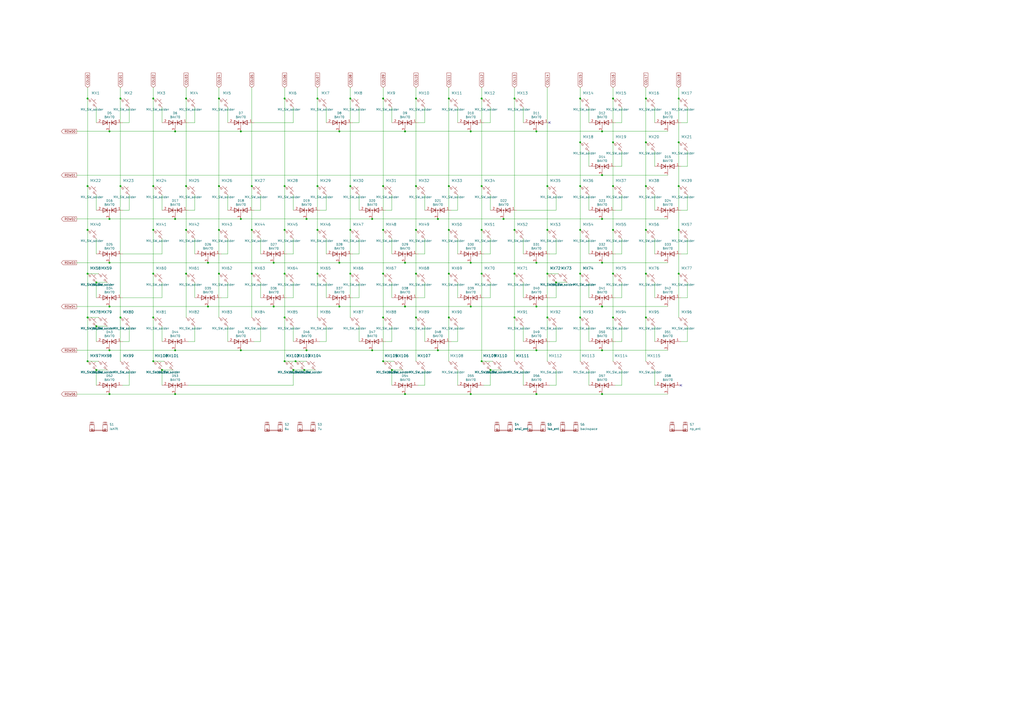
<source format=kicad_sch>
(kicad_sch (version 20211123) (generator eeschema)
  (paper "A2")
  (junction (at 73.025 433.07))
  (junction (at 206.375 462.28))
  (junction (at 393.7 107.95))
  (junction (at 206.375 443.23))
  (junction (at 69.85 107.95))
  (junction (at 127 158.75))
  (junction (at 92.075 557.53))
  (junction (at 44.45 528.32))
  (junction (at 317.5 184.15))
  (junction (at 158.75 557.53))
  (junction (at 177.8 500.38))
  (junction (at 139.7 433.07))
  (junction (at 336.55 158.75))
  (junction (at 187.325 500.38))
  (junction (at 101.6 547.37))
  (junction (at 165.1 184.15))
  (junction (at 149.225 481.33))
  (junction (at 355.6 82.55))
  (junction (at 227.33 214.63))
  (junction (at 120.65 490.22))
  (junction (at 177.8 547.37))
  (junction (at 92.075 443.23))
  (junction (at 130.175 528.32))
  (junction (at 149.225 547.37))
  (junction (at 63.5 471.17))
  (junction (at 196.85 547.37))
  (junction (at 222.25 158.75))
  (junction (at 279.4 158.75))
  (junction (at 50.8 133.35))
  (junction (at 88.9 133.35))
  (junction (at 168.275 443.23))
  (junction (at 73.025 547.37))
  (junction (at 206.375 433.07))
  (junction (at 149.225 508.635))
  (junction (at 63.5 177.8))
  (junction (at 187.325 538.48))
  (junction (at 120.65 471.17))
  (junction (at 73.025 500.38))
  (junction (at 73.025 538.48))
  (junction (at 107.95 57.15))
  (junction (at 196.85 508.635))
  (junction (at 146.05 158.75))
  (junction (at 88.9 107.95))
  (junction (at 63.5 518.795))
  (junction (at 120.65 508.635))
  (junction (at 336.55 133.35))
  (junction (at 127 133.35))
  (junction (at 355.6 184.15))
  (junction (at 203.2 107.95))
  (junction (at 55.88 189.23))
  (junction (at 177.8 538.48))
  (junction (at 214.63 443.23))
  (junction (at 130.175 471.17))
  (junction (at 92.075 547.37))
  (junction (at 120.65 528.32))
  (junction (at 53.975 528.32))
  (junction (at 234.95 152.4))
  (junction (at 206.375 481.33))
  (junction (at 53.975 481.33))
  (junction (at 355.6 107.95))
  (junction (at 196.85 443.23))
  (junction (at 214.63 462.28))
  (junction (at 187.325 490.22))
  (junction (at 374.65 158.75))
  (junction (at 374.65 107.95))
  (junction (at 355.6 158.75))
  (junction (at 187.325 557.53))
  (junction (at 168.275 557.53))
  (junction (at 127 107.95))
  (junction (at 336.55 184.15))
  (junction (at 196.85 500.38))
  (junction (at 187.325 462.28))
  (junction (at 111.125 500.38))
  (junction (at 63.5 538.48))
  (junction (at 101.6 508.635))
  (junction (at 196.85 152.4))
  (junction (at 177.8 443.23))
  (junction (at 139.7 443.23))
  (junction (at 311.15 203.2))
  (junction (at 107.95 107.95))
  (junction (at 63.5 228.6))
  (junction (at 168.275 471.17))
  (junction (at 111.125 518.795))
  (junction (at 101.6 228.6))
  (junction (at 260.35 133.35))
  (junction (at 82.55 508.635))
  (junction (at 63.5 203.2))
  (junction (at 63.5 508.635))
  (junction (at 206.375 518.795))
  (junction (at 101.6 433.07))
  (junction (at 63.5 76.2))
  (junction (at 130.175 508.635))
  (junction (at 73.025 443.23))
  (junction (at 63.5 490.22))
  (junction (at 214.63 481.33))
  (junction (at 149.225 490.22))
  (junction (at 168.275 528.32))
  (junction (at 349.25 101.6))
  (junction (at 149.225 518.795))
  (junction (at 222.25 107.95))
  (junction (at 139.7 528.32))
  (junction (at 170.18 214.63))
  (junction (at 222.25 57.15))
  (junction (at 120.65 500.38))
  (junction (at 176.53 214.63))
  (junction (at 260.35 158.75))
  (junction (at 92.075 481.33))
  (junction (at 139.7 508.635))
  (junction (at 206.375 452.12))
  (junction (at 139.7 552.45))
  (junction (at 73.025 481.33))
  (junction (at 82.55 557.53))
  (junction (at 50.8 158.75))
  (junction (at 139.7 481.33))
  (junction (at 82.55 538.48))
  (junction (at 139.7 547.37))
  (junction (at 317.5 107.95))
  (junction (at 177.8 127))
  (junction (at 349.25 152.4))
  (junction (at 101.6 127))
  (junction (at 241.3 158.75))
  (junction (at 374.65 82.55))
  (junction (at 73.025 528.32))
  (junction (at 25.4 513.715))
  (junction (at 158.75 538.48))
  (junction (at 215.9 433.07))
  (junction (at 149.225 433.07))
  (junction (at 158.75 433.07))
  (junction (at 82.55 518.795))
  (junction (at 130.175 481.33))
  (junction (at 73.025 518.795))
  (junction (at 111.125 490.22))
  (junction (at 120.65 518.795))
  (junction (at 273.05 228.6))
  (junction (at 53.975 538.48))
  (junction (at 101.6 471.17))
  (junction (at 130.175 557.53))
  (junction (at 171.45 209.55))
  (junction (at 215.9 508.635))
  (junction (at 130.175 433.07))
  (junction (at 196.85 452.12))
  (junction (at 215.9 471.17))
  (junction (at 101.6 518.795))
  (junction (at 158.75 471.17))
  (junction (at 196.85 76.2))
  (junction (at 92.075 433.07))
  (junction (at 349.25 203.2))
  (junction (at 284.48 214.63))
  (junction (at 139.7 203.2))
  (junction (at 107.95 158.75))
  (junction (at 130.175 500.38))
  (junction (at 349.25 177.8))
  (junction (at 214.63 500.38))
  (junction (at 53.975 500.38))
  (junction (at 273.05 152.4))
  (junction (at 120.65 433.07))
  (junction (at 92.075 471.17))
  (junction (at 317.5 133.35))
  (junction (at 44.45 518.795))
  (junction (at 50.8 184.15))
  (junction (at 53.975 547.37))
  (junction (at 146.05 133.35))
  (junction (at 206.375 538.48))
  (junction (at 298.45 133.35))
  (junction (at 101.6 76.2))
  (junction (at 177.8 518.795))
  (junction (at 82.55 528.32))
  (junction (at 222.25 184.15))
  (junction (at 158.75 500.38))
  (junction (at 206.375 490.22))
  (junction (at 215.9 203.2))
  (junction (at 120.65 177.8))
  (junction (at 222.25 209.55))
  (junction (at 336.55 107.95))
  (junction (at 101.6 490.22))
  (junction (at 111.125 557.53))
  (junction (at 322.58 163.83))
  (junction (at 298.45 57.15))
  (junction (at 63.5 152.4))
  (junction (at 168.275 538.48))
  (junction (at 187.325 481.33))
  (junction (at 165.1 158.75))
  (junction (at 139.7 518.795))
  (junction (at 349.25 228.6))
  (junction (at 149.225 538.48))
  (junction (at 82.55 471.17))
  (junction (at 355.6 133.35))
  (junction (at 158.75 490.22))
  (junction (at 92.075 518.795))
  (junction (at 34.925 533.4))
  (junction (at 177.8 471.17))
  (junction (at 241.3 107.95))
  (junction (at 177.8 490.22))
  (junction (at 120.65 547.37))
  (junction (at 158.75 518.795))
  (junction (at 393.7 133.35))
  (junction (at 184.15 57.15))
  (junction (at 393.7 82.55))
  (junction (at 279.4 133.35))
  (junction (at 120.65 538.48))
  (junction (at 92.075 538.48))
  (junction (at 93.98 214.63))
  (junction (at 53.975 518.795))
  (junction (at 187.325 547.37))
  (junction (at 73.025 508.635))
  (junction (at 92.075 500.38))
  (junction (at 234.95 76.2))
  (junction (at 111.125 547.37))
  (junction (at 187.325 508.635))
  (junction (at 187.325 471.17))
  (junction (at 187.325 518.795))
  (junction (at 206.375 528.32))
  (junction (at 355.6 57.15))
  (junction (at 168.275 508.635))
  (junction (at 130.175 518.795))
  (junction (at 53.975 557.53))
  (junction (at 101.6 557.53))
  (junction (at 298.45 184.15))
  (junction (at 111.125 552.45))
  (junction (at 63.5 500.38))
  (junction (at 34.925 508.635))
  (junction (at 139.7 127))
  (junction (at 55.88 163.83))
  (junction (at 139.7 471.17))
  (junction (at 146.05 107.95))
  (junction (at 63.5 481.33))
  (junction (at 130.175 443.23))
  (junction (at 111.125 433.07))
  (junction (at 196.85 177.8))
  (junction (at 92.075 490.22))
  (junction (at 184.15 107.95))
  (junction (at 393.7 158.75))
  (junction (at 349.25 76.2))
  (junction (at 63.5 433.07))
  (junction (at 111.125 538.48))
  (junction (at 82.55 481.33))
  (junction (at 349.25 127))
  (junction (at 222.25 133.35))
  (junction (at 273.05 177.8))
  (junction (at 234.95 228.6))
  (junction (at 187.325 433.07))
  (junction (at 206.375 471.17))
  (junction (at 168.275 490.22))
  (junction (at 158.75 481.33))
  (junction (at 196.85 528.32))
  (junction (at 88.9 57.15))
  (junction (at 260.35 107.95))
  (junction (at 273.05 76.2))
  (junction (at 187.325 452.12))
  (junction (at 101.6 528.32))
  (junction (at 165.1 107.95))
  (junction (at 196.85 433.07))
  (junction (at 279.4 57.15))
  (junction (at 187.325 528.32))
  (junction (at 187.325 443.23))
  (junction (at 311.15 177.8))
  (junction (at 215.9 490.22))
  (junction (at 50.8 209.55))
  (junction (at 260.35 184.15))
  (junction (at 63.5 552.45))
  (junction (at 206.375 500.38))
  (junction (at 336.55 57.15))
  (junction (at 107.95 133.35))
  (junction (at 73.025 490.22))
  (junction (at 69.85 184.15))
  (junction (at 149.225 443.23))
  (junction (at 177.8 433.07))
  (junction (at 44.45 547.37))
  (junction (at 111.125 528.32))
  (junction (at 279.4 107.95))
  (junction (at 241.3 133.35))
  (junction (at 50.8 107.95))
  (junction (at 184.15 158.75))
  (junction (at 203.2 158.75))
  (junction (at 63.5 528.32))
  (junction (at 165.1 57.15))
  (junction (at 158.75 513.715))
  (junction (at 82.55 500.38))
  (junction (at 196.85 538.48))
  (junction (at 196.85 518.795))
  (junction (at 311.15 76.2))
  (junction (at 149.225 471.17))
  (junction (at 298.45 158.75))
  (junction (at 279.4 209.55))
  (junction (at 82.55 443.23))
  (junction (at 149.225 500.38))
  (junction (at 82.55 433.07))
  (junction (at 88.9 209.55))
  (junction (at 101.6 538.48))
  (junction (at 177.8 508.635))
  (junction (at 63.5 127))
  (junction (at 374.65 57.15))
  (junction (at 101.6 203.2))
  (junction (at 111.125 443.23))
  (junction (at 88.9 158.75))
  (junction (at 88.9 184.15))
  (junction (at 120.65 481.33))
  (junction (at 196.85 471.17))
  (junction (at 139.7 538.48))
  (junction (at 336.55 82.55))
  (junction (at 168.275 433.07))
  (junction (at 196.85 481.33))
  (junction (at 139.7 500.38))
  (junction (at 158.75 508.635))
  (junction (at 130.175 538.48))
  (junction (at 177.8 203.2))
  (junction (at 55.88 214.63))
  (junction (at 120.65 443.23))
  (junction (at 34.925 552.45))
  (junction (at 214.63 538.48))
  (junction (at 165.1 133.35))
  (junction (at 241.3 184.15))
  (junction (at 203.2 133.35))
  (junction (at 374.65 184.15))
  (junction (at 374.65 133.35))
  (junction (at 214.63 518.795))
  (junction (at 139.7 557.53))
  (junction (at 63.5 547.37))
  (junction (at 44.45 508.635))
  (junction (at 168.275 481.33))
  (junction (at 196.85 462.28))
  (junction (at 69.85 57.15))
  (junction (at 196.85 490.22))
  (junction (at 317.5 158.75))
  (junction (at 165.1 209.55))
  (junction (at 92.075 528.32))
  (junction (at 203.2 57.15))
  (junction (at 101.6 500.38))
  (junction (at 393.7 57.15))
  (junction (at 111.125 508.635))
  (junction (at 158.75 177.8))
  (junction (at 206.375 508.635))
  (junction (at 158.75 443.23))
  (junction (at 184.15 133.35))
  (junction (at 260.35 57.15))
  (junction (at 82.55 490.22))
  (junction (at 177.8 481.33))
  (junction (at 254 127))
  (junction (at 139.7 76.2))
  (junction (at 139.7 490.22))
  (junction (at 73.025 471.17))
  (junction (at 196.85 557.53))
  (junction (at 292.1 127))
  (junction (at 177.8 557.53))
  (junction (at 177.8 528.32))
  (junction (at 168.275 547.37))
  (junction (at 158.75 547.37))
  (junction (at 158.75 152.4))
  (junction (at 53.975 471.17))
  (junction (at 63.5 557.53))
  (junction (at 50.8 57.15))
  (junction (at 311.15 152.4))
  (junction (at 130.175 547.37))
  (junction (at 111.125 471.17))
  (junction (at 215.9 528.32))
  (junction (at 63.5 443.23))
  (junction (at 101.6 443.23))
  (junction (at 168.275 500.38))
  (junction (at 215.9 127))
  (junction (at 215.9 452.12))
  (junction (at 127 57.15))
  (junction (at 130.175 490.22))
  (junction (at 254 203.2))
  (junction (at 82.55 547.37))
  (junction (at 53.975 508.635))
  (junction (at 241.3 57.15))
  (junction (at 120.65 152.4))
  (junction (at 92.075 508.635))
  (junction (at 234.95 177.8))
  (junction (at 158.75 528.32))
  (junction (at 53.975 490.22))
  (junction (at 311.15 228.6))
  (junction (at 101.6 481.33))
  (junction (at 111.125 481.33))
  (junction (at 149.225 528.32))
  (no_connect (at 394.97 223.52))
  (no_connect (at 318.77 71.12))
  (wire (pts (xy 241.3 184.15) (xy 241.3 209.55)))
  (wire (pts (xy 107.95 50.8) (xy 107.95 57.15)))
  (wire (pts (xy 322.58 163.83) (xy 322.58 172.72)))
  (wire (pts (xy 246.38 214.63) (xy 246.38 223.52)))
  (wire (pts (xy 360.68 87.63) (xy 360.68 96.52)))
  (wire (pts (xy 111.125 552.45) (xy 120.65 552.45)))
  (wire (pts (xy 101.6 203.2) (xy 139.7 203.2)))
  (wire (pts (xy 355.6 184.15) (xy 355.6 209.55)))
  (wire (pts (xy 355.6 107.95) (xy 355.6 133.35)))
  (wire (pts (xy 379.73 87.63) (xy 379.73 96.52)))
  (wire (pts (xy 101.6 490.22) (xy 111.125 490.22)))
  (wire (pts (xy 130.175 433.07) (xy 139.7 433.07)))
  (wire (pts (xy 92.075 528.32) (xy 101.6 528.32)))
  (wire (pts (xy 139.7 547.37) (xy 149.225 547.37)))
  (wire (pts (xy 149.225 508.635) (xy 158.75 508.635)))
  (wire (pts (xy 215.9 452.12) (xy 215.9 433.07)))
  (wire (pts (xy 50.8 158.75) (xy 50.8 184.15)))
  (wire (pts (xy 107.95 57.15) (xy 107.95 107.95)))
  (wire (pts (xy 44.45 508.635) (xy 53.975 508.635)))
  (wire (pts (xy 360.68 147.32) (xy 356.87 147.32)))
  (wire (pts (xy 393.7 133.35) (xy 393.7 158.75)))
  (wire (pts (xy 265.43 189.23) (xy 265.43 198.12)))
  (wire (pts (xy 189.23 62.23) (xy 189.23 71.12)))
  (wire (pts (xy 349.25 177.8) (xy 387.35 177.8)))
  (wire (pts (xy 227.33 138.43) (xy 227.33 147.32)))
  (wire (pts (xy 177.8 508.635) (xy 187.325 508.635)))
  (wire (pts (xy 246.38 172.72) (xy 242.57 172.72)))
  (wire (pts (xy 101.6 508.635) (xy 111.125 508.635)))
  (wire (pts (xy 279.4 133.35) (xy 279.4 158.75)))
  (wire (pts (xy 398.78 163.83) (xy 398.78 172.72)))
  (wire (pts (xy 349.25 152.4) (xy 387.35 152.4)))
  (wire (pts (xy 120.65 481.33) (xy 130.175 481.33)))
  (wire (pts (xy 139.7 127) (xy 177.8 127)))
  (wire (pts (xy 187.325 528.32) (xy 196.85 528.32)))
  (wire (pts (xy 93.98 113.03) (xy 93.98 121.92)))
  (wire (pts (xy 341.63 138.43) (xy 341.63 147.32)))
  (wire (pts (xy 215.9 528.32) (xy 215.9 508.635)))
  (wire (pts (xy 34.925 538.48) (xy 53.975 538.48)))
  (wire (pts (xy 82.55 500.38) (xy 92.075 500.38)))
  (wire (pts (xy 177.8 203.2) (xy 215.9 203.2)))
  (wire (pts (xy 241.3 107.95) (xy 241.3 133.35)))
  (wire (pts (xy 177.8 433.07) (xy 187.325 433.07)))
  (wire (pts (xy 44.45 471.17) (xy 53.975 471.17)))
  (wire (pts (xy 227.33 214.63) (xy 227.33 223.52)))
  (wire (pts (xy 139.7 433.07) (xy 149.225 433.07)))
  (wire (pts (xy 227.33 214.63) (xy 233.68 214.63)))
  (wire (pts (xy 254 127) (xy 292.1 127)))
  (wire (pts (xy 214.63 443.23) (xy 214.63 462.28)))
  (wire (pts (xy 398.78 113.03) (xy 398.78 121.92)))
  (wire (pts (xy 260.35 57.15) (xy 260.35 107.95)))
  (wire (pts (xy 55.88 214.63) (xy 55.88 223.52)))
  (wire (pts (xy 187.325 518.795) (xy 196.85 518.795)))
  (wire (pts (xy 187.325 433.07) (xy 196.85 433.07)))
  (wire (pts (xy 63.5 177.8) (xy 120.65 177.8)))
  (wire (pts (xy 63.5 518.795) (xy 73.025 518.795)))
  (wire (pts (xy 260.35 133.35) (xy 260.35 158.75)))
  (wire (pts (xy 130.175 490.22) (xy 139.7 490.22)))
  (wire (pts (xy 44.45 528.32) (xy 53.975 528.32)))
  (wire (pts (xy 206.375 538.48) (xy 214.63 538.48)))
  (wire (pts (xy 88.9 50.8) (xy 88.9 57.15)))
  (wire (pts (xy 241.3 57.15) (xy 241.3 107.95)))
  (wire (pts (xy 63.5 508.635) (xy 73.025 508.635)))
  (wire (pts (xy 265.43 163.83) (xy 265.43 172.72)))
  (wire (pts (xy 227.33 62.23) (xy 227.33 71.12)))
  (wire (pts (xy 241.3 158.75) (xy 241.3 184.15)))
  (wire (pts (xy 132.08 172.72) (xy 128.27 172.72)))
  (wire (pts (xy 222.25 209.55) (xy 228.6 209.55)))
  (wire (pts (xy 74.93 214.63) (xy 74.93 223.52)))
  (wire (pts (xy 279.4 50.8) (xy 279.4 57.15)))
  (wire (pts (xy 111.125 433.07) (xy 120.65 433.07)))
  (wire (pts (xy 73.025 481.33) (xy 82.55 481.33)))
  (wire (pts (xy 265.43 113.03) (xy 265.43 121.92)))
  (wire (pts (xy 279.4 158.75) (xy 279.4 209.55)))
  (wire (pts (xy 355.6 158.75) (xy 355.6 184.15)))
  (wire (pts (xy 50.8 50.8) (xy 50.8 57.15)))
  (wire (pts (xy 53.975 518.795) (xy 63.5 518.795)))
  (wire (pts (xy 165.1 209.55) (xy 171.45 209.55)))
  (wire (pts (xy 158.75 152.4) (xy 196.85 152.4)))
  (wire (pts (xy 168.275 471.17) (xy 177.8 471.17)))
  (wire (pts (xy 132.08 62.23) (xy 132.08 71.12)))
  (wire (pts (xy 273.05 177.8) (xy 311.15 177.8)))
  (wire (pts (xy 177.8 462.28) (xy 187.325 462.28)))
  (wire (pts (xy 25.4 513.715) (xy 34.925 513.715)))
  (wire (pts (xy 168.275 508.635) (xy 177.8 508.635)))
  (wire (pts (xy 44.45 152.4) (xy 63.5 152.4)))
  (wire (pts (xy 101.6 228.6) (xy 234.95 228.6)))
  (wire (pts (xy 206.375 471.17) (xy 215.9 471.17)))
  (wire (pts (xy 311.15 177.8) (xy 349.25 177.8)))
  (wire (pts (xy 317.5 50.8) (xy 317.5 107.95)))
  (wire (pts (xy 214.63 500.38) (xy 214.63 481.33)))
  (wire (pts (xy 130.175 518.795) (xy 139.7 518.795)))
  (wire (pts (xy 139.7 518.795) (xy 149.225 518.795)))
  (wire (pts (xy 196.85 452.12) (xy 206.375 452.12)))
  (wire (pts (xy 187.325 538.48) (xy 196.85 538.48)))
  (wire (pts (xy 73.025 508.635) (xy 82.55 508.635)))
  (wire (pts (xy 177.8 557.53) (xy 187.325 557.53)))
  (wire (pts (xy 208.28 138.43) (xy 208.28 147.32)))
  (wire (pts (xy 246.38 138.43) (xy 246.38 147.32)))
  (wire (pts (xy 146.05 50.8) (xy 146.05 107.95)))
  (wire (pts (xy 196.85 177.8) (xy 234.95 177.8)))
  (wire (pts (xy 170.18 138.43) (xy 170.18 147.32)))
  (wire (pts (xy 53.975 433.07) (xy 63.5 433.07)))
  (wire (pts (xy 139.7 500.38) (xy 149.225 500.38)))
  (wire (pts (xy 317.5 158.75) (xy 317.5 184.15)))
  (wire (pts (xy 74.93 121.92) (xy 71.12 121.92)))
  (wire (pts (xy 120.65 528.32) (xy 130.175 528.32)))
  (wire (pts (xy 196.85 500.38) (xy 206.375 500.38)))
  (wire (pts (xy 120.65 152.4) (xy 158.75 152.4)))
  (wire (pts (xy 196.85 462.28) (xy 206.375 462.28)))
  (wire (pts (xy 341.63 113.03) (xy 341.63 121.92)))
  (wire (pts (xy 92.075 481.33) (xy 101.6 481.33)))
  (wire (pts (xy 187.325 443.23) (xy 196.85 443.23)))
  (wire (pts (xy 120.65 508.635) (xy 130.175 508.635)))
  (wire (pts (xy 298.45 184.15) (xy 298.45 209.55)))
  (wire (pts (xy 130.175 538.48) (xy 139.7 538.48)))
  (wire (pts (xy 168.275 490.22) (xy 177.8 490.22)))
  (wire (pts (xy 139.7 508.635) (xy 149.225 508.635)))
  (wire (pts (xy 50.8 209.55) (xy 57.15 209.55)))
  (wire (pts (xy 50.8 107.95) (xy 50.8 133.35)))
  (wire (pts (xy 53.975 500.38) (xy 63.5 500.38)))
  (wire (pts (xy 113.03 163.83) (xy 113.03 172.72)))
  (wire (pts (xy 398.78 172.72) (xy 394.97 172.72)))
  (wire (pts (xy 203.2 107.95) (xy 203.2 133.35)))
  (wire (pts (xy 139.7 76.2) (xy 196.85 76.2)))
  (wire (pts (xy 158.75 177.8) (xy 196.85 177.8)))
  (wire (pts (xy 398.78 138.43) (xy 398.78 147.32)))
  (wire (pts (xy 111.125 471.17) (xy 120.65 471.17)))
  (wire (pts (xy 111.125 481.33) (xy 120.65 481.33)))
  (wire (pts (xy 53.975 528.32) (xy 63.5 528.32)))
  (wire (pts (xy 130.175 508.635) (xy 139.7 508.635)))
  (wire (pts (xy 284.48 172.72) (xy 280.67 172.72)))
  (wire (pts (xy 336.55 50.8) (xy 336.55 57.15)))
  (wire (pts (xy 360.68 96.52) (xy 356.87 96.52)))
  (wire (pts (xy 93.98 189.23) (xy 93.98 198.12)))
  (wire (pts (xy 279.4 57.15) (xy 279.4 107.95)))
  (wire (pts (xy 44.45 490.22) (xy 53.975 490.22)))
  (wire (pts (xy 168.275 538.48) (xy 177.8 538.48)))
  (wire (pts (xy 139.7 471.17) (xy 149.225 471.17)))
  (wire (pts (xy 234.95 228.6) (xy 273.05 228.6)))
  (wire (pts (xy 222.25 50.8) (xy 222.25 57.15)))
  (wire (pts (xy 82.55 443.23) (xy 92.075 443.23)))
  (wire (pts (xy 149.225 433.07) (xy 158.75 433.07)))
  (wire (pts (xy 187.325 471.17) (xy 196.85 471.17)))
  (wire (pts (xy 265.43 121.92) (xy 261.62 121.92)))
  (wire (pts (xy 184.15 158.75) (xy 184.15 184.15)))
  (wire (pts (xy 101.6 481.33) (xy 111.125 481.33)))
  (wire (pts (xy 311.15 228.6) (xy 349.25 228.6)))
  (wire (pts (xy 73.025 547.37) (xy 82.55 547.37)))
  (wire (pts (xy 63.5 528.32) (xy 73.025 528.32)))
  (wire (pts (xy 82.55 481.33) (xy 92.075 481.33)))
  (wire (pts (xy 93.98 163.83) (xy 93.98 172.72)))
  (wire (pts (xy 55.88 138.43) (xy 55.88 147.32)))
  (wire (pts (xy 139.7 203.2) (xy 177.8 203.2)))
  (wire (pts (xy 55.88 189.23) (xy 55.88 198.12)))
  (wire (pts (xy 360.68 214.63) (xy 360.68 223.52)))
  (wire (pts (xy 227.33 189.23) (xy 227.33 198.12)))
  (wire (pts (xy 203.2 57.15) (xy 203.2 107.95)))
  (wire (pts (xy 374.65 107.95) (xy 374.65 133.35)))
  (wire (pts (xy 149.225 443.23) (xy 158.75 443.23)))
  (wire (pts (xy 336.55 107.95) (xy 336.55 133.35)))
  (wire (pts (xy 170.18 214.63) (xy 176.53 214.63)))
  (wire (pts (xy 50.8 57.15) (xy 50.8 107.95)))
  (wire (pts (xy 360.68 121.92) (xy 356.87 121.92)))
  (wire (pts (xy 273.05 228.6) (xy 311.15 228.6)))
  (wire (pts (xy 393.7 82.55) (xy 393.7 107.95)))
  (wire (pts (xy 349.25 203.2) (xy 387.35 203.2)))
  (wire (pts (xy 109.22 223.52) (xy 170.18 223.52)))
  (wire (pts (xy 260.35 107.95) (xy 260.35 133.35)))
  (wire (pts (xy 398.78 71.12) (xy 394.97 71.12)))
  (wire (pts (xy 273.05 152.4) (xy 311.15 152.4)))
  (wire (pts (xy 341.63 214.63) (xy 341.63 223.52)))
  (wire (pts (xy 120.65 490.22) (xy 130.175 490.22)))
  (wire (pts (xy 69.85 107.95) (xy 69.85 184.15)))
  (wire (pts (xy 63.5 490.22) (xy 73.025 490.22)))
  (wire (pts (xy 111.125 490.22) (xy 120.65 490.22)))
  (wire (pts (xy 158.75 538.48) (xy 168.275 538.48)))
  (wire (pts (xy 71.12 147.32) (xy 93.98 147.32)))
  (wire (pts (xy 168.275 557.53) (xy 177.8 557.53)))
  (wire (pts (xy 171.45 209.55) (xy 177.8 209.55)))
  (wire (pts (xy 73.025 528.32) (xy 82.55 528.32)))
  (wire (pts (xy 317.5 133.35) (xy 317.5 158.75)))
  (wire (pts (xy 158.75 481.33) (xy 168.275 481.33)))
  (wire (pts (xy 74.93 113.03) (xy 74.93 121.92)))
  (wire (pts (xy 298.45 57.15) (xy 298.45 133.35)))
  (wire (pts (xy 196.85 547.37) (xy 215.9 547.37)))
  (wire (pts (xy 73.025 471.17) (xy 82.55 471.17)))
  (wire (pts (xy 158.75 500.38) (xy 168.275 500.38)))
  (wire (pts (xy 196.85 76.2) (xy 234.95 76.2)))
  (wire (pts (xy 101.6 443.23) (xy 111.125 443.23)))
  (wire (pts (xy 63.5 127) (xy 101.6 127)))
  (wire (pts (xy 298.45 133.35) (xy 298.45 158.75)))
  (wire (pts (xy 88.9 57.15) (xy 88.9 107.95)))
  (wire (pts (xy 374.65 50.8) (xy 374.65 57.15)))
  (wire (pts (xy 130.175 500.38) (xy 139.7 500.38)))
  (wire (pts (xy 341.63 62.23) (xy 341.63 71.12)))
  (wire (pts (xy 88.9 133.35) (xy 88.9 158.75)))
  (wire (pts (xy 101.6 127) (xy 139.7 127)))
  (wire (pts (xy 284.48 138.43) (xy 284.48 147.32)))
  (wire (pts (xy 265.43 138.43) (xy 265.43 147.32)))
  (wire (pts (xy 111.125 547.37) (xy 120.65 547.37)))
  (wire (pts (xy 44.45 177.8) (xy 63.5 177.8)))
  (wire (pts (xy 53.975 490.22) (xy 63.5 490.22)))
  (wire (pts (xy 50.8 158.75) (xy 57.15 158.75)))
  (wire (pts (xy 158.75 518.795) (xy 177.8 518.795)))
  (wire (pts (xy 111.125 500.38) (xy 120.65 500.38)))
  (wire (pts (xy 398.78 198.12) (xy 394.97 198.12)))
  (wire (pts (xy 222.25 158.75) (xy 222.25 184.15)))
  (wire (pts (xy 82.55 547.37) (xy 92.075 547.37)))
  (wire (pts (xy 379.73 62.23) (xy 379.73 71.12)))
  (wire (pts (xy 34.925 528.32) (xy 44.45 528.32)))
  (wire (pts (xy 88.9 158.75) (xy 88.9 184.15)))
  (wire (pts (xy 203.2 133.35) (xy 203.2 158.75)))
  (wire (pts (xy 208.28 147.32) (xy 204.47 147.32)))
  (wire (pts (xy 63.5 228.6) (xy 101.6 228.6)))
  (wire (pts (xy 44.45 547.37) (xy 53.975 547.37)))
  (wire (pts (xy 44.45 76.2) (xy 63.5 76.2)))
  (wire (pts (xy 360.68 71.12) (xy 356.87 71.12)))
  (wire (pts (xy 303.53 62.23) (xy 303.53 71.12)))
  (wire (pts (xy 63.5 500.38) (xy 73.025 500.38)))
  (wire (pts (xy 111.125 508.635) (xy 120.65 508.635)))
  (wire (pts (xy 303.53 163.83) (xy 303.53 172.72)))
  (wire (pts (xy 184.15 107.95) (xy 184.15 133.35)))
  (wire (pts (xy 53.975 538.48) (xy 63.5 538.48)))
  (wire (pts (xy 187.325 490.22) (xy 196.85 490.22)))
  (wire (pts (xy 184.15 57.15) (xy 184.15 107.95)))
  (wire (pts (xy 177.8 500.38) (xy 187.325 500.38)))
  (wire (pts (xy 254 203.2) (xy 311.15 203.2)))
  (wire (pts (xy 222.25 133.35) (xy 222.25 158.75)))
  (wire (pts (xy 206.375 443.23) (xy 214.63 443.23)))
  (wire (pts (xy 63.5 547.37) (xy 73.025 547.37)))
  (wire (pts (xy 374.65 82.55) (xy 374.65 107.95)))
  (wire (pts (xy 34.925 508.635) (xy 44.45 508.635)))
  (wire (pts (xy 374.65 184.15) (xy 374.65 209.55)))
  (wire (pts (xy 151.13 113.03) (xy 151.13 121.92)))
  (wire (pts (xy 234.95 177.8) (xy 273.05 177.8)))
  (wire (pts (xy 177.8 490.22) (xy 187.325 490.22)))
  (wire (pts (xy 265.43 214.63) (xy 265.43 223.52)))
  (wire (pts (xy 234.95 152.4) (xy 273.05 152.4)))
  (wire (pts (xy 196.85 490.22) (xy 206.375 490.22)))
  (wire (pts (xy 130.175 557.53) (xy 139.7 557.53)))
  (wire (pts (xy 189.23 189.23) (xy 189.23 198.12)))
  (wire (pts (xy 146.05 158.75) (xy 146.05 184.15)))
  (wire (pts (xy 189.23 113.03) (xy 189.23 121.92)))
  (wire (pts (xy 158.75 443.23) (xy 168.275 443.23)))
  (wire (pts (xy 120.65 518.795) (xy 130.175 518.795)))
  (wire (pts (xy 349.25 228.6) (xy 387.35 228.6)))
  (wire (pts (xy 168.275 528.32) (xy 177.8 528.32)))
  (wire (pts (xy 158.75 508.635) (xy 168.275 508.635)))
  (wire (pts (xy 149.225 538.48) (xy 158.75 538.48)))
  (wire (pts (xy 120.65 500.38) (xy 130.175 500.38)))
  (wire (pts (xy 73.025 490.22) (xy 82.55 490.22)))
  (wire (pts (xy 176.53 214.63) (xy 182.88 214.63)))
  (wire (pts (xy 227.33 113.03) (xy 227.33 121.92)))
  (wire (pts (xy 303.53 189.23) (xy 303.53 198.12)))
  (wire (pts (xy 260.35 50.8) (xy 260.35 57.15)))
  (wire (pts (xy 88.9 184.15) (xy 88.9 209.55)))
  (wire (pts (xy 44.45 518.795) (xy 53.975 518.795)))
  (wire (pts (xy 349.25 76.2) (xy 387.35 76.2)))
  (wire (pts (xy 298.45 50.8) (xy 298.45 57.15)))
  (wire (pts (xy 355.6 57.15) (xy 355.6 82.55)))
  (wire (pts (xy 92.075 433.07) (xy 101.6 433.07)))
  (wire (pts (xy 189.23 163.83) (xy 189.23 172.72)))
  (wire (pts (xy 187.325 462.28) (xy 196.85 462.28)))
  (wire (pts (xy 63.5 538.48) (xy 73.025 538.48)))
  (wire (pts (xy 284.48 214.63) (xy 284.48 223.52)))
  (wire (pts (xy 336.55 82.55) (xy 336.55 107.95)))
  (wire (pts (xy 322.58 189.23) (xy 322.58 198.12)))
  (wire (pts (xy 265.43 198.12) (xy 261.62 198.12)))
  (wire (pts (xy 215.9 490.22) (xy 215.9 471.17)))
  (wire (pts (xy 177.8 127) (xy 215.9 127)))
  (wire (pts (xy 284.48 71.12) (xy 280.67 71.12)))
  (wire (pts (xy 158.75 528.32) (xy 168.275 528.32)))
  (wire (pts (xy 101.6 518.795) (xy 111.125 518.795)))
  (wire (pts (xy 379.73 138.43) (xy 379.73 147.32)))
  (wire (pts (xy 44.45 500.38) (xy 53.975 500.38)))
  (wire (pts (xy 215.9 508.635) (xy 215.9 490.22)))
  (wire (pts (xy 311.15 203.2) (xy 349.25 203.2)))
  (wire (pts (xy 187.325 557.53) (xy 196.85 557.53)))
  (wire (pts (xy 53.975 481.33) (xy 63.5 481.33)))
  (wire (pts (xy 82.55 528.32) (xy 92.075 528.32)))
  (wire (pts (xy 284.48 147.32) (xy 280.67 147.32)))
  (wire (pts (xy 311.15 152.4) (xy 349.25 152.4)))
  (wire (pts (xy 151.13 163.83) (xy 151.13 172.72)))
  (wire (pts (xy 107.95 158.75) (xy 107.95 184.15)))
  (wire (pts (xy 149.225 471.17) (xy 158.75 471.17)))
  (wire (pts (xy 82.55 490.22) (xy 92.075 490.22)))
  (wire (pts (xy 189.23 121.92) (xy 185.42 121.92)))
  (wire (pts (xy 303.53 138.43) (xy 303.53 147.32)))
  (wire (pts (xy 227.33 163.83) (xy 227.33 172.72)))
  (wire (pts (xy 82.55 557.53) (xy 92.075 557.53)))
  (wire (pts (xy 196.85 538.48) (xy 206.375 538.48)))
  (wire (pts (xy 374.65 158.75) (xy 374.65 184.15)))
  (wire (pts (xy 341.63 163.83) (xy 341.63 172.72)))
  (wire (pts (xy 284.48 214.63) (xy 290.83 214.63)))
  (wire (pts (xy 379.73 189.23) (xy 379.73 198.12)))
  (wire (pts (xy 149.225 528.32) (xy 158.75 528.32)))
  (wire (pts (xy 177.8 471.17) (xy 187.325 471.17)))
  (wire (pts (xy 25.4 518.795) (xy 44.45 518.795)))
  (wire (pts (xy 107.95 133.35) (xy 107.95 158.75)))
  (wire (pts (xy 208.28 189.23) (xy 208.28 198.12)))
  (wire (pts (xy 74.93 189.23) (xy 74.93 198.12)))
  (wire (pts (xy 215.9 547.37) (xy 215.9 528.32)))
  (wire (pts (xy 170.18 113.03) (xy 170.18 121.92)))
  (wire (pts (xy 184.15 50.8) (xy 184.15 57.15)))
  (wire (pts (xy 101.6 528.32) (xy 111.125 528.32)))
  (wire (pts (xy 111.125 528.32) (xy 120.65 528.32)))
  (wire (pts (xy 139.7 552.45) (xy 149.225 552.45)))
  (wire (pts (xy 189.23 198.12) (xy 185.42 198.12)))
  (wire (pts (xy 101.6 500.38) (xy 111.125 500.38)))
  (wire (pts (xy 113.03 121.92) (xy 109.22 121.92)))
  (wire (pts (xy 398.78 96.52) (xy 394.97 96.52)))
  (wire (pts (xy 393.7 57.15) (xy 393.7 82.55)))
  (wire (pts (xy 379.73 163.83) (xy 379.73 172.72)))
  (wire (pts (xy 44.45 203.2) (xy 63.5 203.2)))
  (wire (pts (xy 44.45 127) (xy 63.5 127)))
  (wire (pts (xy 284.48 223.52) (xy 280.67 223.52)))
  (wire (pts (xy 311.15 76.2) (xy 349.25 76.2)))
  (wire (pts (xy 215.9 433.07) (xy 206.375 433.07)))
  (wire (pts (xy 379.73 214.63) (xy 379.73 223.52)))
  (wire (pts (xy 246.38 71.12) (xy 242.57 71.12)))
  (wire (pts (xy 151.13 198.12) (xy 147.32 198.12)))
  (wire (pts (xy 127 57.15) (xy 127 107.95)))
  (wire (pts (xy 130.175 443.23) (xy 139.7 443.23)))
  (wire (pts (xy 101.6 557.53) (xy 111.125 557.53)))
  (wire (pts (xy 151.13 121.92) (xy 147.32 121.92)))
  (wire (pts (xy 165.1 133.35) (xy 165.1 158.75)))
  (wire (pts (xy 206.375 518.795) (xy 214.63 518.795)))
  (wire (pts (xy 55.88 163.83) (xy 62.23 163.83)))
  (wire (pts (xy 55.88 189.23) (xy 62.23 189.23)))
  (wire (pts (xy 279.4 209.55) (xy 285.75 209.55)))
  (wire (pts (xy 88.9 209.55) (xy 95.25 209.55)))
  (wire (pts (xy 393.7 50.8) (xy 393.7 57.15)))
  (wire (pts (xy 336.55 184.15) (xy 336.55 209.55)))
  (wire (pts (xy 234.95 76.2) (xy 273.05 76.2)))
  (wire (pts (xy 93.98 172.72) (xy 71.12 172.72)))
  (wire (pts (xy 111.125 557.53) (xy 130.175 557.53)))
  (wire (pts (xy 360.68 113.03) (xy 360.68 121.92)))
  (wire (pts (xy 265.43 62.23) (xy 265.43 71.12)))
  (wire (pts (xy 168.275 547.37) (xy 177.8 547.37)))
  (wire (pts (xy 151.13 138.43) (xy 151.13 147.32)))
  (wire (pts (xy 73.025 433.07) (xy 82.55 433.07)))
  (wire (pts (xy 222.25 107.95) (xy 222.25 133.35)))
  (wire (pts (xy 44.45 228.6) (xy 63.5 228.6)))
  (wire (pts (xy 222.25 184.15) (xy 222.25 209.55)))
  (wire (pts (xy 177.8 538.48) (xy 187.325 538.48)))
  (wire (pts (xy 149.225 518.795) (xy 158.75 518.795)))
  (wire (pts (xy 177.8 547.37) (xy 187.325 547.37)))
  (wire (pts (xy 208.28 113.03) (xy 208.28 121.92)))
  (wire (pts (xy 165.1 50.8) (xy 165.1 57.15)))
  (wire (pts (xy 196.85 433.07) (xy 206.375 433.07)))
  (wire (pts (xy 260.35 184.15) (xy 260.35 209.55)))
  (wire (pts (xy 82.55 508.635) (xy 92.075 508.635)))
  (wire (pts (xy 139.7 443.23) (xy 149.225 443.23)))
  (wire (pts (xy 53.975 557.53) (xy 63.5 557.53)))
  (wire (pts (xy 73.025 500.38) (xy 82.55 500.38)))
  (wire (pts (xy 34.925 552.45) (xy 44.45 552.45)))
  (wire (pts (xy 101.6 76.2) (xy 139.7 76.2)))
  (wire (pts (xy 74.93 198.12) (xy 71.12 198.12)))
  (wire (pts (xy 177.8 481.33) (xy 187.325 481.33)))
  (wire (pts (xy 113.03 198.12) (xy 109.22 198.12)))
  (wire (pts (xy 360.68 62.23) (xy 360.68 71.12)))
  (wire (pts (xy 139.7 528.32) (xy 149.225 528.32)))
  (wire (pts (xy 208.28 62.23) (xy 208.28 71.12)))
  (wire (pts (xy 127 50.8) (xy 127 57.15)))
  (wire (pts (xy 82.55 538.48) (xy 92.075 538.48)))
  (wire (pts (xy 130.175 528.32) (xy 139.7 528.32)))
  (wire (pts (xy 187.325 547.37) (xy 196.85 547.37)))
  (wire (pts (xy 53.975 547.37) (xy 63.5 547.37)))
  (wire (pts (xy 322.58 223.52) (xy 318.77 223.52)))
  (wire (pts (xy 127 158.75) (xy 127 184.15)))
  (wire (pts (xy 146.05 107.95) (xy 146.05 133.35)))
  (wire (pts (xy 82.55 518.795) (xy 92.075 518.795)))
  (wire (pts (xy 322.58 138.43) (xy 322.58 147.32)))
  (wire (pts (xy 398.78 87.63) (xy 398.78 96.52)))
  (wire (pts (xy 317.5 184.15) (xy 317.5 209.55)))
  (wire (pts (xy 55.88 163.83) (xy 55.88 172.72)))
  (wire (pts (xy 101.6 547.37) (xy 111.125 547.37)))
  (wire (pts (xy 360.68 163.83) (xy 360.68 172.72)))
  (wire (pts (xy 132.08 189.23) (xy 132.08 198.12)))
  (wire (pts (xy 189.23 138.43) (xy 189.23 147.32)))
  (wire (pts (xy 349.25 127) (xy 387.35 127)))
  (wire (pts (xy 184.15 133.35) (xy 184.15 158.75)))
  (wire (pts (xy 69.85 184.15) (xy 69.85 209.55)))
  (wire (pts (xy 158.75 513.715) (xy 168.275 513.715)))
  (wire (pts (xy 53.975 443.23) (xy 63.5 443.23)))
  (wire (pts (xy 170.18 147.32) (xy 166.37 147.32)))
  (wire (pts (xy 63.5 76.2) (xy 101.6 76.2)))
  (wire (pts (xy 130.175 547.37) (xy 139.7 547.37)))
  (wire (pts (xy 360.68 138.43) (xy 360.68 147.32)))
  (wire (pts (xy 113.03 62.23) (xy 113.03 71.12)))
  (wire (pts (xy 214.63 462.28) (xy 206.375 462.28)))
  (wire (pts (xy 208.28 71.12) (xy 204.47 71.12)))
  (wire (pts (xy 336.55 133.35) (xy 336.55 158.75)))
  (wire (pts (xy 88.9 107.95) (xy 88.9 133.35)))
  (wire (pts (xy 25.4 508.635) (xy 34.925 508.635)))
  (wire (pts (xy 111.125 538.48) (xy 120.65 538.48)))
  (wire (pts (xy 113.03 71.12) (xy 109.22 71.12)))
  (wire (pts (xy 177.8 518.795) (xy 187.325 518.795)))
  (wire (pts (xy 196.85 528.32) (xy 206.375 528.32)))
  (wire (pts (xy 208.28 163.83) (xy 208.28 172.72)))
  (wire (pts (xy 196.85 508.635) (xy 206.375 508.635)))
  (wire (pts (xy 322.58 172.72) (xy 318.77 172.72)))
  (wire (pts (xy 170.18 163.83) (xy 170.18 172.72)))
  (wire (pts (xy 92.075 500.38) (xy 101.6 500.38)))
  (wire (pts (xy 398.78 189.23) (xy 398.78 198.12)))
  (wire (pts (xy 196.85 518.795) (xy 206.375 518.795)))
  (wire (pts (xy 279.4 107.95) (xy 279.4 133.35)))
  (wire (pts (xy 92.075 547.37) (xy 101.6 547.37)))
  (wire (pts (xy 196.85 152.4) (xy 234.95 152.4)))
  (wire (pts (xy 168.275 481.33) (xy 177.8 481.33)))
  (wire (pts (xy 322.58 147.32) (xy 318.77 147.32)))
  (wire (pts (xy 92.075 443.23) (xy 101.6 443.23)))
  (wire (pts (xy 360.68 198.12) (xy 356.87 198.12)))
  (wire (pts (xy 63.5 557.53) (xy 82.55 557.53)))
  (wire (pts (xy 63.5 471.17) (xy 73.025 471.17)))
  (wire (pts (xy 206.375 508.635) (xy 215.9 508.635)))
  (wire (pts (xy 398.78 147.32) (xy 394.97 147.32)))
  (wire (pts (xy 374.65 57.15) (xy 374.65 82.55)))
  (wire (pts (xy 360.68 172.72) (xy 356.87 172.72)))
  (wire (pts (xy 214.63 538.48) (xy 214.63 518.795)))
  (wire (pts (xy 214.63 557.53) (xy 214.63 538.48)))
  (wire (pts (xy 158.75 490.22) (xy 168.275 490.22)))
  (wire (pts (xy 55.88 62.23) (xy 55.88 71.12)))
  (wire (pts (xy 170.18 189.23) (xy 170.18 198.12)))
  (wire (pts (xy 170.18 223.52) (xy 170.18 214.63)))
  (wire (pts (xy 50.8 184.15) (xy 57.15 184.15)))
  (wire (pts (xy 149.225 481.33) (xy 158.75 481.33)))
  (wire (pts (xy 214.63 443.23) (xy 219.075 443.23)))
  (wire (pts (xy 170.18 172.72) (xy 166.37 172.72)))
  (wire (pts (xy 139.7 490.22) (xy 149.225 490.22)))
  (wire (pts (xy 246.38 223.52) (xy 242.57 223.52)))
  (wire (pts (xy 130.175 481.33) (xy 139.7 481.33)))
  (wire (pts (xy 355.6 82.55) (xy 355.6 107.95)))
  (wire (pts (xy 101.6 538.48) (xy 111.125 538.48)))
  (wire (pts (xy 82.55 433.07) (xy 92.075 433.07)))
  (wire (pts (xy 63.5 443.23) (xy 73.025 443.23)))
  (wire (pts (xy 336.55 158.75) (xy 336.55 184.15)))
  (wire (pts (xy 69.85 50.8) (xy 69.85 57.15)))
  (wire (pts (xy 92.075 471.17) (xy 101.6 471.17)))
  (wire (pts (xy 63.5 152.4) (xy 120.65 152.4)))
  (wire (pts (xy 393.7 158.75) (xy 393.7 184.15)))
  (wire (pts (xy 147.32 71.12) (xy 170.18 71.12)))
  (wire (pts (xy 93.98 214.63) (xy 100.33 214.63)))
  (wire (pts (xy 241.3 133.35) (xy 241.3 158.75)))
  (wire (pts (xy 93.98 147.32) (xy 93.98 138.43)))
  (wire (pts (xy 227.33 198.12) (xy 223.52 198.12)))
  (wire (pts (xy 177.8 452.12) (xy 187.325 452.12)))
  (wire (pts (xy 349.25 101.6) (xy 387.35 101.6)))
  (wire (pts (xy 355.6 133.35) (xy 355.6 158.75)))
  (wire (pts (xy 107.95 107.95) (xy 107.95 133.35)))
  (wire (pts (xy 187.325 500.38) (xy 196.85 500.38)))
  (wire (pts (xy 322.58 121.92) (xy 322.58 113.03)))
  (wire (pts (xy 120.65 547.37) (xy 130.175 547.37)))
  (wire (pts (xy 132.08 113.03) (xy 132.08 121.92)))
  (wire (pts (xy 177.8 528.32) (xy 187.325 528.32)))
  (wire (pts (xy 63.5 552.45) (xy 73.025 552.45)))
  (wire (pts (xy 177.8 443.23) (xy 187.325 443.23)))
  (wire (pts (xy 215.9 452.12) (xy 206.375 452.12)))
  (wire (pts (xy 101.6 471.17) (xy 111.125 471.17)))
  (wire (pts (xy 139.7 557.53) (xy 158.75 557.53)))
  (wire (pts (xy 111.125 443.23) (xy 120.65 443.23)))
  (wire (pts (xy 196.85 557.53) (xy 214.63 557.53)))
  (wire (pts (xy 74.93 71.12) (xy 71.12 71.12)))
  (wire (pts (xy 246.38 113.03) (xy 246.38 121.92)))
  (wire (pts (xy 113.03 138.43) (xy 113.03 147.32)))
  (wire (pts (xy 74.93 223.52) (xy 71.12 223.52)))
  (wire (pts (xy 168.275 433.07) (xy 177.8 433.07)))
  (wire (pts (xy 50.8 133.35) (xy 50.8 158.75)))
  (wire (pts (xy 374.65 133.35) (xy 374.65 158.75)))
  (wire (pts (xy 113.03 113.03) (xy 113.03 121.92)))
  (wire (pts (xy 168.275 443.23) (xy 177.8 443.23)))
  (wire (pts (xy 298.45 158.75) (xy 298.45 184.15)))
  (wire (pts (xy 92.075 538.48) (xy 101.6 538.48)))
  (wire (pts (xy 139.7 538.48) (xy 149.225 538.48)))
  (wire (pts (xy 246.38 163.83) (xy 246.38 172.72)))
  (wire (pts (xy 341.63 189.23) (xy 341.63 198.12)))
  (wire (pts (xy 187.325 508.635) (xy 196.85 508.635)))
  (wire (pts (xy 379.73 113.03) (xy 379.73 121.92)))
  (wire (pts (xy 398.78 62.23) (xy 398.78 71.12)))
  (wire (pts (xy 53.975 471.17) (xy 63.5 471.17)))
  (wire (pts (xy 196.85 481.33) (xy 206.375 481.33)))
  (wire (pts (xy 215.9 203.2) (xy 254 203.2)))
  (wire (pts (xy 246.38 147.32) (xy 242.57 147.32)))
  (wire (pts (xy 317.5 107.95) (xy 317.5 133.35)))
  (wire (pts (xy 214.63 518.795) (xy 214.63 500.38)))
  (wire (pts (xy 69.85 57.15) (xy 69.85 107.95)))
  (wire (pts (xy 322.58 198.12) (xy 318.77 198.12)))
  (wire (pts (xy 299.72 121.92) (xy 322.58 121.92)))
  (wire (pts (xy 63.5 433.07) (xy 73.025 433.07)))
  (wire (pts (xy 284.48 62.23) (xy 284.48 71.12)))
  (wire (pts (xy 127 107.95) (xy 127 133.35)))
  (wire (pts (xy 101.6 433.07) (xy 111.125 433.07)))
  (wire (pts (xy 44.45 101.6) (xy 349.25 101.6)))
  (wire (pts (xy 55.88 214.63) (xy 62.23 214.63)))
  (wire (pts (xy 360.68 223.52) (xy 356.87 223.52)))
  (wire (pts (xy 34.925 557.53) (xy 53.975 557.53)))
  (wire (pts (xy 63.5 203.2) (xy 101.6 203.2)))
  (wire (pts (xy 393.7 107.95) (xy 393.7 133.35)))
  (wire (pts (xy 165.1 184.15) (xy 165.1 209.55)))
  (wire (pts (xy 322.58 214.63) (xy 322.58 223.52)))
  (wire (pts (xy 120.65 433.07) (xy 130.175 433.07)))
  (wire (pts (xy 206.375 500.38) (xy 214.63 500.38)))
  (wire (pts (xy 165.1 107.95) (xy 165.1 133.35)))
  (wire (pts (xy 132.08 138.43) (xy 132.08 147.32)))
  (wire (pts (xy 63.5 481.33) (xy 73.025 481.33)))
  (wire (pts (xy 149.225 490.22) (xy 158.75 490.22)))
  (wire (pts (xy 170.18 71.12) (xy 170.18 62.23)))
  (wire (pts (xy 93.98 214.63) (xy 93.98 223.52)))
  (wire (pts (xy 132.08 147.32) (xy 128.27 147.32)))
  (wire (pts (xy 246.38 62.23) (xy 246.38 71.12)))
  (wire (pts (xy 208.28 172.72) (xy 204.47 172.72)))
  (wire (pts (xy 74.93 62.23) (xy 74.93 71.12)))
  (wire (pts (xy 55.88 113.03) (xy 55.88 121.92)))
  (wire (pts (xy 165.1 158.75) (xy 165.1 184.15)))
  (wire (pts (xy 50.8 184.15) (xy 50.8 209.55)))
  (wire (pts (xy 92.075 508.635) (xy 101.6 508.635)))
  (wire (pts (xy 246.38 189.23) (xy 246.38 198.12)))
  (wire (pts (xy 53.975 508.635) (xy 63.5 508.635)))
  (wire (pts (xy 168.275 500.38) (xy 177.8 500.38)))
  (wire (pts (xy 260.35 158.75) (xy 260.35 184.15)))
  (wire (pts (xy 284.48 163.83) (xy 284.48 172.72)))
  (wire (pts (xy 214.63 462.28) (xy 214.63 481.33)))
  (wire (pts (xy 120.65 177.8) (xy 158.75 177.8)))
  (wire (pts (xy 215.9 127) (xy 254 127)))
  (wire (pts (xy 111.125 518.795) (xy 120.65 518.795)))
  (wire (pts (xy 158.75 433.07) (xy 168.275 433.07)))
  (wire (pts (xy 158.75 547.37) (xy 168.275 547.37)))
  (wire (pts (xy 187.325 452.12) (xy 196.85 452.12)))
  (wire (pts (xy 187.325 481.33) (xy 196.85 481.33)))
  (wire (pts (xy 149.225 547.37) (xy 158.75 547.37)))
  (wire (pts (xy 73.025 443.23) (xy 82.55 443.23)))
  (wire (pts (xy 120.65 443.23) (xy 130.175 443.23)))
  (wire (pts (xy 196.85 443.23) (xy 206.375 443.23)))
  (wire (pts (xy 113.03 189.23) (xy 113.03 198.12)))
  (wire (pts (xy 273.05 76.2) (xy 311.15 76.2)))
  (wire (pts (xy 120.65 538.48) (xy 130.175 538.48)))
  (wire (pts (xy 34.925 533.4) (xy 44.45 533.4)))
  (wire (pts (xy 127 133.35) (xy 127 158.75)))
  (wire (pts (xy 214.63 481.33) (xy 206.375 481.33)))
  (wire (pts (xy 73.025 538.48) (xy 82.55 538.48)))
  (wire (pts (xy 139.7 481.33) (xy 149.225 481.33)))
  (wire (pts (xy 355.6 50.8) (xy 355.6 57.15)))
  (wire (pts (xy 203.2 50.8) (xy 203.2 57.15)))
  (wire (pts (xy 120.65 471.17) (xy 130.175 471.17)))
  (wire (pts (xy 151.13 189.23) (xy 151.13 198.12)))
  (wire (pts (xy 203.2 158.75) (xy 203.2 184.15)))
  (wire (pts (xy 215.9 471.17) (xy 215.9 452.12)))
  (wire (pts (xy 284.48 113.03) (xy 284.48 121.92)))
  (wire (pts (xy 146.05 133.35) (xy 146.05 158.75)))
  (wire (pts (xy 149.225 500.38) (xy 158.75 500.38)))
  (wire (pts (xy 73.025 518.795) (xy 82.55 518.795)))
  (wire (pts (xy 241.3 50.8) (xy 241.3 57.15)))
  (wire (pts (xy 92.075 518.795) (xy 101.6 518.795)))
  (wire (pts (xy 82.55 471.17) (xy 92.075 471.17)))
  (wire (pts (xy 227.33 121.92) (xy 223.52 121.92)))
  (wire (pts (xy 317.5 158.75) (xy 323.85 158.75)))
  (wire (pts (xy 158.75 557.53) (xy 168.275 557.53)))
  (wire (pts (xy 222.25 57.15) (xy 222.25 107.95)))
  (wire (pts (xy 93.98 62.23) (xy 93.98 71.12)))
  (wire (pts (xy 44.45 481.33) (xy 53.975 481.33)))
  (wire (pts (xy 196.85 471.17) (xy 206.375 471.17)))
  (wire (pts (xy 322.58 163.83) (xy 328.93 163.83)))
  (wire (pts (xy 206.375 528.32) (xy 215.9 528.32)))
  (wire (pts (xy 165.1 57.15) (xy 165.1 107.95)))
  (wire (pts (xy 92.075 490.22) (xy 101.6 490.22)))
  (wire (pts (xy 292.1 127) (xy 349.25 127)))
  (wire (pts (xy 206.375 490.22) (xy 215.9 490.22)))
  (wire (pts (xy 398.78 121.92) (xy 394.97 121.92)))
  (wire (pts (xy 34.925 547.37) (xy 44.45 547.37)))
  (wire (pts (xy 132.08 163.83) (xy 132.08 172.72)))
  (wire (pts (xy 130.175 471.17) (xy 139.7 471.17)))
  (wire (pts (xy 92.075 557.53) (xy 101.6 557.53)))
  (wire (pts (xy 303.53 214.63) (xy 303.53 223.52)))
  (wire (pts (xy 360.68 189.23) (xy 360.68 198.12)))
  (wire (pts (xy 336.55 57.15) (xy 336.55 82.55)))
  (wire (pts (xy 158.75 471.17) (xy 168.275 471.17)))
  (wire (pts (xy 341.63 87.63) (xy 341.63 96.52)))
  (global_label "ROW01" (shape output) (at 44.45 101.6 180) (property "Intersheet References" "${INTERSHEET_REFS}" (effects hide)))
  (global_label "COL10" (shape input) (at 241.3 50.8 90) (property "Intersheet References" "${INTERSHEET_REFS}" (effects hide)))
  (global_label "ROW05" (shape output) (at 44.45 203.2 180) (property "Intersheet References" "${INTERSHEET_REFS}" (effects hide)))
  (global_label "COL12" (shape input) (at 279.4 50.8 90) (property "Intersheet References" "${INTERSHEET_REFS}" (effects hide)))
  (global_label "COL13" (shape input) (at 298.45 50.8 90) (property "Intersheet References" "${INTERSHEET_REFS}" (effects hide)))
  (global_label "COL06" (shape input) (at 165.1 50.8 90) (property "Intersheet References" "${INTERSHEET_REFS}" (effects hide)))
  (global_label "COL07" (shape input) (at 184.15 50.8 90) (property "Intersheet References" "${INTERSHEET_REFS}" (effects hide)))
  (global_label "COL15" (shape input) (at 336.55 50.8 90) (property "Intersheet References" "${INTERSHEET_REFS}" (effects hide)))
  (global_label "LED-" (shape input) (at 219.075 443.23 0) (property "Intersheet References" "${INTERSHEET_REFS}" (effects hide)))
  (global_label "ROW04" (shape output) (at 44.45 177.8 180) (property "Intersheet References" "${INTERSHEET_REFS}" (effects hide)))
  (global_label "COL08" (shape input) (at 203.2 50.8 90) (property "Intersheet References" "${INTERSHEET_REFS}" (effects hide)))
  (global_label "COL05" (shape input) (at 146.05 50.8 90) (property "Intersheet References" "${INTERSHEET_REFS}" (effects hide)))
  (global_label "COL11" (shape input) (at 260.35 50.8 90) (property "Intersheet References" "${INTERSHEET_REFS}" (effects hide)))
  (global_label "COL03" (shape input) (at 107.95 50.8 90) (property "Intersheet References" "${INTERSHEET_REFS}" (effects hide)))
  (global_label "COL01" (shape input) (at 69.85 50.8 90) (property "Intersheet References" "${INTERSHEET_REFS}" (effects hide)))
  (global_label "COL14" (shape input) (at 317.5 50.8 90) (property "Intersheet References" "${INTERSHEET_REFS}" (effects hide)))
  (global_label "COL09" (shape input) (at 222.25 50.8 90) (property "Intersheet References" "${INTERSHEET_REFS}" (effects hide)))
  (global_label "COL02" (shape input) (at 88.9 50.8 90) (property "Intersheet References" "${INTERSHEET_REFS}" (effects hide)))
  (global_label "COL04" (shape input) (at 127 50.8 90) (property "Intersheet References" "${INTERSHEET_REFS}" (effects hide)))
  (global_label "COL18" (shape input) (at 393.7 50.8 90) (property "Intersheet References" "${INTERSHEET_REFS}" (effects hide)))
  (global_label "ROW00" (shape output) (at 44.45 76.2 180) (property "Intersheet References" "${INTERSHEET_REFS}" (effects hide)))
  (global_label "ROW06" (shape output) (at 44.45 228.6 180) (property "Intersheet References" "${INTERSHEET_REFS}" (effects hide)))
  (global_label "COL00" (shape input) (at 50.8 50.8 90) (property "Intersheet References" "${INTERSHEET_REFS}" (effects hide)))
  (global_label "ROW03" (shape output) (at 44.45 152.4 180) (property "Intersheet References" "${INTERSHEET_REFS}" (effects hide)))
  (global_label "COL16" (shape input) (at 355.6 50.8 90) (property "Intersheet References" "${INTERSHEET_REFS}" (effects hide)))
  (global_label "COL17" (shape input) (at 374.65 50.8 90) (property "Intersheet References" "${INTERSHEET_REFS}" (effects hide)))
  (global_label "ROW02" (shape output) (at 44.45 127 180) (property "Intersheet References" "${INTERSHEET_REFS}" (effects hide)))
  (symbol (lib_id "marbastlib-mx:MX_SW_solder") (at 53.34 59.69 0) (unit 1)
    (property "Reference" "MX1" (at 55.4228 54.0004 0) (effects (font (size 1.524 1.524))))
    (property "Value" "MX_SW_solder" (at 53.34 63.5 0))
    (property "Footprint" "marbastlib-mx:SW_MX_1u" (effects hide))
  )
  (symbol (lib_id "marbastlib-mx:MX_SW_solder") (at 72.39 59.69 0) (unit 1)
    (property "Reference" "MX2" (at 74.4728 54.0004 0) (effects (font (size 1.524 1.524))))
    (property "Value" "MX_SW_solder" (at 72.39 63.5 0))
    (property "Footprint" "marbastlib-mx:SW_MX_1u" (effects hide))
  )
  (symbol (lib_id "marbastlib-mx:MX_SW_solder") (at 91.44 59.69 0) (unit 1)
    (property "Reference" "MX3" (at 93.5228 54.0004 0) (effects (font (size 1.524 1.524))))
    (property "Value" "MX_SW_solder" (at 91.44 63.5 0))
    (property "Footprint" "marbastlib-mx:SW_MX_1u" (effects hide))
  )
  (symbol (lib_id "marbastlib-mx:MX_SW_solder") (at 110.49 59.69 0) (unit 1)
    (property "Reference" "MX4" (at 112.5728 54.0004 0) (effects (font (size 1.524 1.524))))
    (property "Value" "MX_SW_solder" (at 110.49 63.5 0))
    (property "Footprint" "marbastlib-mx:SW_MX_1u" (effects hide))
  )
  (symbol (lib_id "marbastlib-mx:MX_SW_solder") (at 129.54 59.69 0) (unit 1)
    (property "Reference" "MX5" (at 131.6228 54.0004 0) (effects (font (size 1.524 1.524))))
    (property "Value" "MX_SW_solder" (at 129.54 63.5 0))
    (property "Footprint" "marbastlib-mx:SW_MX_1u" (effects hide))
  )
  (symbol (lib_id "marbastlib-mx:MX_SW_solder") (at 167.64 59.69 0) (unit 1)
    (property "Reference" "MX6" (at 169.7228 54.0004 0) (effects (font (size 1.524 1.524))))
    (property "Value" "MX_SW_solder" (at 167.64 63.5 0))
    (property "Footprint" "marbastlib-mx:SW_MX_1u" (effects hide))
  )
  (symbol (lib_id "marbastlib-mx:MX_SW_solder") (at 186.69 59.69 0) (unit 1)
    (property "Reference" "MX7" (at 188.7728 54.0004 0) (effects (font (size 1.524 1.524))))
    (property "Value" "MX_SW_solder" (at 186.69 63.5 0))
    (property "Footprint" "marbastlib-mx:SW_MX_1u" (effects hide))
  )
  (symbol (lib_id "marbastlib-mx:MX_SW_solder") (at 205.74 59.69 0) (unit 1)
    (property "Reference" "MX8" (at 207.8228 54.0004 0) (effects (font (size 1.524 1.524))))
    (property "Value" "MX_SW_solder" (at 205.74 63.5 0))
    (property "Footprint" "marbastlib-mx:SW_MX_1u" (effects hide))
  )
  (symbol (lib_id "marbastlib-mx:MX_SW_solder") (at 224.79 59.69 0) (unit 1)
    (property "Reference" "MX9" (at 226.8728 54.0004 0) (effects (font (size 1.524 1.524))))
    (property "Value" "MX_SW_solder" (at 224.79 63.5 0))
    (property "Footprint" "marbastlib-mx:SW_MX_1u" (effects hide))
  )
  (symbol (lib_id "marbastlib-mx:MX_SW_solder") (at 243.84 59.69 0) (unit 1)
    (property "Reference" "MX10" (at 245.9228 54.0004 0) (effects (font (size 1.524 1.524))))
    (property "Value" "MX_SW_solder" (at 243.84 63.5 0))
    (property "Footprint" "marbastlib-mx:SW_MX_1u" (effects hide))
  )
  (symbol (lib_id "marbastlib-mx:MX_SW_solder") (at 262.89 59.69 0) (unit 1)
    (property "Reference" "MX11" (at 264.9728 54.0004 0) (effects (font (size 1.524 1.524))))
    (property "Value" "MX_SW_solder" (at 262.89 63.5 0))
    (property "Footprint" "marbastlib-mx:SW_MX_1u" (effects hide))
  )
  (symbol (lib_id "marbastlib-mx:MX_SW_solder") (at 281.94 59.69 0) (unit 1)
    (property "Reference" "MX12" (at 284.0228 54.0004 0) (effects (font (size 1.524 1.524))))
    (property "Value" "MX_SW_solder" (at 281.94 63.5 0))
    (property "Footprint" "marbastlib-mx:SW_MX_1u" (effects hide))
  )
  (symbol (lib_id "marbastlib-mx:MX_SW_solder") (at 300.99 59.69 0) (unit 1)
    (property "Reference" "MX13" (at 303.0728 54.0004 0) (effects (font (size 1.524 1.524))))
    (property "Value" "MX_SW_solder" (at 300.99 63.5 0))
    (property "Footprint" "marbastlib-mx:SW_MX_1u" (effects hide))
  )
  (symbol (lib_id "marbastlib-mx:MX_SW_solder") (at 339.09 59.69 0) (unit 1)
    (property "Reference" "MX14" (at 341.1728 54.0004 0) (effects (font (size 1.524 1.524))))
    (property "Value" "MX_SW_solder" (at 339.09 63.5 0))
    (property "Footprint" "marbastlib-mx:SW_MX_1u" (effects hide))
  )
  (symbol (lib_id "marbastlib-mx:MX_SW_solder") (at 358.14 59.69 0) (unit 1)
    (property "Reference" "MX15" (at 360.2228 54.0004 0) (effects (font (size 1.524 1.524))))
    (property "Value" "MX_SW_solder" (at 358.14 63.5 0))
    (property "Footprint" "marbastlib-mx:SW_MX_1u" (effects hide))
  )
  (symbol (lib_id "marbastlib-mx:MX_SW_solder") (at 377.19 59.69 0) (unit 1)
    (property "Reference" "MX16" (at 379.2728 54.0004 0) (effects (font (size 1.524 1.524))))
    (property "Value" "MX_SW_solder" (at 377.19 63.5 0))
    (property "Footprint" "marbastlib-mx:SW_MX_1u" (effects hide))
  )
  (symbol (lib_id "marbastlib-mx:MX_SW_solder") (at 396.24 59.69 0) (unit 1)
    (property "Reference" "MX17" (at 398.3228 54.0004 0) (effects (font (size 1.524 1.524))))
    (property "Value" "MX_SW_solder" (at 396.24 63.5 0))
    (property "Footprint" "marbastlib-mx:SW_MX_1u" (effects hide))
  )
  (symbol (lib_id "marbastlib-mx:MX_SW_solder") (at 53.34 110.49 0) (unit 1)
    (property "Reference" "MX22" (at 55.4228 104.8004 0) (effects (font (size 1.524 1.524))))
    (property "Value" "MX_SW_solder" (at 53.34 114.3 0))
    (property "Footprint" "marbastlib-mx:SW_MX_1u" (effects hide))
  )
  (symbol (lib_id "marbastlib-mx:MX_SW_solder") (at 72.39 110.49 0) (unit 1)
    (property "Reference" "MX23" (at 74.4728 104.8004 0) (effects (font (size 1.524 1.524))))
    (property "Value" "MX_SW_solder" (at 72.39 114.3 0))
    (property "Footprint" "marbastlib-mx:SW_MX_1u" (effects hide))
  )
  (symbol (lib_id "marbastlib-mx:MX_SW_solder") (at 91.44 110.49 0) (unit 1)
    (property "Reference" "MX24" (at 93.5228 104.8004 0) (effects (font (size 1.524 1.524))))
    (property "Value" "MX_SW_solder" (at 91.44 114.3 0))
    (property "Footprint" "marbastlib-mx:SW_MX_1u" (effects hide))
  )
  (symbol (lib_id "marbastlib-mx:MX_SW_solder") (at 110.49 110.49 0) (unit 1)
    (property "Reference" "MX25" (at 112.5728 104.8004 0) (effects (font (size 1.524 1.524))))
    (property "Value" "MX_SW_solder" (at 110.49 114.3 0))
    (property "Footprint" "marbastlib-mx:SW_MX_1u" (effects hide))
  )
  (symbol (lib_id "marbastlib-mx:MX_SW_solder") (at 129.54 110.49 0) (unit 1)
    (property "Reference" "MX26" (at 131.6228 104.8004 0) (effects (font (size 1.524 1.524))))
    (property "Value" "MX_SW_solder" (at 129.54 114.3 0))
    (property "Footprint" "marbastlib-mx:SW_MX_1u" (effects hide))
  )
  (symbol (lib_id "marbastlib-mx:MX_SW_solder") (at 148.59 110.49 0) (unit 1)
    (property "Reference" "MX27" (at 150.6728 104.8004 0) (effects (font (size 1.524 1.524))))
    (property "Value" "MX_SW_solder" (at 148.59 114.3 0))
    (property "Footprint" "marbastlib-mx:SW_MX_1u" (effects hide))
  )
  (symbol (lib_id "marbastlib-mx:MX_SW_solder") (at 167.64 110.49 0) (unit 1)
    (property "Reference" "MX28" (at 169.7228 104.8004 0) (effects (font (size 1.524 1.524))))
    (property "Value" "MX_SW_solder" (at 167.64 114.3 0))
    (property "Footprint" "marbastlib-mx:SW_MX_1u" (effects hide))
  )
  (symbol (lib_id "marbastlib-mx:MX_SW_solder") (at 186.69 110.49 0) (unit 1)
    (property "Reference" "MX29" (at 188.7728 104.8004 0) (effects (font (size 1.524 1.524))))
    (property "Value" "MX_SW_solder" (at 186.69 114.3 0))
    (property "Footprint" "marbastlib-mx:SW_MX_1u" (effects hide))
  )
  (symbol (lib_id "marbastlib-mx:MX_SW_solder") (at 205.74 110.49 0) (unit 1)
    (property "Reference" "MX30" (at 207.8228 104.8004 0) (effects (font (size 1.524 1.524))))
    (property "Value" "MX_SW_solder" (at 205.74 114.3 0))
    (property "Footprint" "marbastlib-mx:SW_MX_1u" (effects hide))
  )
  (symbol (lib_id "marbastlib-mx:MX_SW_solder") (at 224.79 110.49 0) (unit 1)
    (property "Reference" "MX31" (at 226.8728 104.8004 0) (effects (font (size 1.524 1.524))))
    (property "Value" "MX_SW_solder" (at 224.79 114.3 0))
    (property "Footprint" "marbastlib-mx:SW_MX_1u" (effects hide))
  )
  (symbol (lib_id "marbastlib-mx:MX_SW_solder") (at 243.84 110.49 0) (unit 1)
    (property "Reference" "MX32" (at 245.9228 104.8004 0) (effects (font (size 1.524 1.524))))
    (property "Value" "MX_SW_solder" (at 243.84 114.3 0))
    (property "Footprint" "marbastlib-mx:SW_MX_1u" (effects hide))
  )
  (symbol (lib_id "marbastlib-mx:MX_SW_solder") (at 262.89 110.49 0) (unit 1)
    (property "Reference" "MX33" (at 264.9728 104.8004 0) (effects (font (size 1.524 1.524))))
    (property "Value" "MX_SW_solder" (at 262.89 114.3 0))
    (property "Footprint" "marbastlib-mx:SW_MX_1u" (effects hide))
  )
  (symbol (lib_id "marbastlib-mx:MX_SW_solder") (at 281.94 110.49 0) (unit 1)
    (property "Reference" "MX34" (at 284.0228 104.8004 0) (effects (font (size 1.524 1.524))))
    (property "Value" "MX_SW_solder" (at 281.94 114.3 0))
    (property "Footprint" "marbastlib-mx:SW_MX_1u" (effects hide))
  )
  (symbol (lib_id "marbastlib-mx:MX_SW_solder") (at 320.04 110.49 0) (unit 1)
    (property "Reference" "MX35" (at 322.1228 104.8004 0) (effects (font (size 1.524 1.524))))
    (property "Value" "MX_SW_solder" (at 320.04 114.3 0))
    (property "Footprint" "marbastlib-mx:SW_MX_1u" (effects hide))
  )
  (symbol (lib_id "marbastlib-mx:MX_SW_solder") (at 339.09 110.49 0) (unit 1)
    (property "Reference" "MX36" (at 341.1728 104.8004 0) (effects (font (size 1.524 1.524))))
    (property "Value" "MX_SW_solder" (at 339.09 114.3 0))
    (property "Footprint" "marbastlib-mx:SW_MX_1u" (effects hide))
  )
  (symbol (lib_id "marbastlib-mx:MX_SW_solder") (at 358.14 110.49 0) (unit 1)
    (property "Reference" "MX37" (at 360.2228 104.8004 0) (effects (font (size 1.524 1.524))))
    (property "Value" "MX_SW_solder" (at 358.14 114.3 0))
    (property "Footprint" "marbastlib-mx:SW_MX_1u" (effects hide))
  )
  (symbol (lib_id "marbastlib-mx:MX_SW_solder") (at 377.19 110.49 0) (unit 1)
    (property "Reference" "MX38" (at 379.2728 104.8004 0) (effects (font (size 1.524 1.524))))
    (property "Value" "MX_SW_solder" (at 377.19 114.3 0))
    (property "Footprint" "marbastlib-mx:SW_MX_1u" (effects hide))
  )
  (symbol (lib_id "marbastlib-mx:MX_SW_solder") (at 396.24 110.49 0) (unit 1)
    (property "Reference" "MX39" (at 398.3228 104.8004 0) (effects (font (size 1.524 1.524))))
    (property "Value" "MX_SW_solder" (at 396.24 114.3 0))
    (property "Footprint" "marbastlib-mx:SW_MX_1u" (effects hide))
  )
  (symbol (lib_id "marbastlib-mx:MX_SW_solder") (at 180.34 212.09 0) (unit 1)
    (property "Reference" "MX104" (at 182.4228 206.4004 0) (effects (font (size 1.524 1.524))))
    (property "Value" "MX_SW_solder" (at 180.34 215.9 0))
    (property "Footprint" "marbastlib-mx:SW_MX_1u" (effects hide))
  )
  (symbol (lib_id "marbastlib-mx:MX_SW_solder") (at 396.24 135.89 0) (unit 1)
    (property "Reference" "MX57" (at 398.3228 130.2004 0) (effects (font (size 1.524 1.524))))
    (property "Value" "MX_SW_solder" (at 396.24 139.7 0))
    (property "Footprint" "marbastlib-mx:SW_MX_1u" (effects hide))
  )
  (symbol (lib_id "marbastlib-mx:MX_SW_solder") (at 377.19 135.89 0) (unit 1)
    (property "Reference" "MX56" (at 379.2728 130.2004 0) (effects (font (size 1.524 1.524))))
    (property "Value" "MX_SW_solder" (at 377.19 139.7 0))
    (property "Footprint" "marbastlib-mx:SW_MX_1u" (effects hide))
  )
  (symbol (lib_id "marbastlib-mx:MX_SW_solder") (at 358.14 135.89 0) (unit 1)
    (property "Reference" "MX55" (at 360.2228 130.2004 0) (effects (font (size 1.524 1.524))))
    (property "Value" "MX_SW_solder" (at 358.14 139.7 0))
    (property "Footprint" "marbastlib-mx:SW_MX_1u" (effects hide))
  )
  (symbol (lib_id "marbastlib-mx:MX_SW_solder") (at 339.09 135.89 0) (unit 1)
    (property "Reference" "MX54" (at 341.1728 130.2004 0) (effects (font (size 1.524 1.524))))
    (property "Value" "MX_SW_solder" (at 339.09 139.7 0))
    (property "Footprint" "marbastlib-mx:SW_MX_1u" (effects hide))
  )
  (symbol (lib_id "marbastlib-mx:MX_SW_solder") (at 300.99 135.89 0) (unit 1)
    (property "Reference" "MX52" (at 303.0728 130.2004 0) (effects (font (size 1.524 1.524))))
    (property "Value" "MX_SW_solder" (at 300.99 139.7 0))
    (property "Footprint" "marbastlib-mx:SW_MX_1u" (effects hide))
  )
  (symbol (lib_id "marbastlib-mx:MX_SW_solder") (at 281.94 135.89 0) (unit 1)
    (property "Reference" "MX51" (at 284.0228 130.2004 0) (effects (font (size 1.524 1.524))))
    (property "Value" "MX_SW_solder" (at 281.94 139.7 0))
    (property "Footprint" "marbastlib-mx:SW_MX_1u" (effects hide))
  )
  (symbol (lib_id "marbastlib-mx:MX_SW_solder") (at 262.89 135.89 0) (unit 1)
    (property "Reference" "MX50" (at 264.9728 130.2004 0) (effects (font (size 1.524 1.524))))
    (property "Value" "MX_SW_solder" (at 262.89 139.7 0))
    (property "Footprint" "marbastlib-mx:SW_MX_1u" (effects hide))
  )
  (symbol (lib_id "marbastlib-mx:MX_SW_solder") (at 243.84 135.89 0) (unit 1)
    (property "Reference" "MX49" (at 245.9228 130.2004 0) (effects (font (size 1.524 1.524))))
    (property "Value" "MX_SW_solder" (at 243.84 139.7 0))
    (property "Footprint" "marbastlib-mx:SW_MX_1u" (effects hide))
  )
  (symbol (lib_id "marbastlib-mx:MX_SW_solder") (at 224.79 135.89 0) (unit 1)
    (property "Reference" "MX48" (at 226.8728 130.2004 0) (effects (font (size 1.524 1.524))))
    (property "Value" "MX_SW_solder" (at 224.79 139.7 0))
    (property "Footprint" "marbastlib-mx:SW_MX_1u" (effects hide))
  )
  (symbol (lib_id "marbastlib-mx:MX_SW_solder") (at 205.74 135.89 0) (unit 1)
    (property "Reference" "MX47" (at 207.8228 130.2004 0) (effects (font (size 1.524 1.524))))
    (property "Value" "MX_SW_solder" (at 205.74 139.7 0))
    (property "Footprint" "marbastlib-mx:SW_MX_1u" (effects hide))
  )
  (symbol (lib_id "marbastlib-mx:MX_SW_solder") (at 186.69 135.89 0) (unit 1)
    (property "Reference" "MX46" (at 188.7728 130.2004 0) (effects (font (size 1.524 1.524))))
    (property "Value" "MX_SW_solder" (at 186.69 139.7 0))
    (property "Footprint" "marbastlib-mx:SW_MX_1u" (effects hide))
  )
  (symbol (lib_id "marbastlib-mx:MX_SW_solder") (at 167.64 135.89 0) (unit 1)
    (property "Reference" "MX45" (at 169.7228 130.2004 0) (effects (font (size 1.524 1.524))))
    (property "Value" "MX_SW_solder" (at 167.64 139.7 0))
    (property "Footprint" "marbastlib-mx:SW_MX_1u" (effects hide))
  )
  (symbol (lib_id "marbastlib-mx:MX_SW_solder") (at 148.59 135.89 0) (unit 1)
    (property "Reference" "MX44" (at 150.6728 130.2004 0) (effects (font (size 1.524 1.524))))
    (property "Value" "MX_SW_solder" (at 148.59 139.7 0))
    (property "Footprint" "marbastlib-mx:SW_MX_1u" (effects hide))
  )
  (symbol (lib_id "marbastlib-mx:MX_SW_solder") (at 129.54 135.89 0) (unit 1)
    (property "Reference" "MX43" (at 131.6228 130.2004 0) (effects (font (size 1.524 1.524))))
    (property "Value" "MX_SW_solder" (at 129.54 139.7 0))
    (property "Footprint" "marbastlib-mx:SW_MX_1u" (effects hide))
  )
  (symbol (lib_id "marbastlib-mx:MX_SW_solder") (at 110.49 135.89 0) (unit 1)
    (property "Reference" "MX42" (at 112.5728 130.2004 0) (effects (font (size 1.524 1.524))))
    (property "Value" "MX_SW_solder" (at 110.49 139.7 0))
    (property "Footprint" "marbastlib-mx:SW_MX_1u" (effects hide))
  )
  (symbol (lib_id "marbastlib-mx:MX_SW_solder") (at 91.44 135.89 0) (unit 1)
    (property "Reference" "MX41" (at 93.5228 130.2004 0) (effects (font (size 1.524 1.524))))
    (property "Value" "MX_SW_solder" (at 91.44 139.7 0))
    (property "Footprint" "marbastlib-mx:SW_MX_1u" (effects hide))
  )
  (symbol (lib_id "marbastlib-mx:MX_SW_solder") (at 53.34 135.89 0) (unit 1)
    (property "Reference" "MX40" (at 55.4228 130.2004 0) (effects (font (size 1.524 1.524))))
    (property "Value" "MX_SW_solder" (at 53.34 139.7 0))
    (property "Footprint" "marbastlib-mx:SW_MX_1u" (effects hide))
  )
  (symbol (lib_id "marbastlib-mx:MX_SW_solder") (at 396.24 161.29 0) (unit 1)
    (property "Reference" "MX77" (at 398.3228 155.6004 0) (effects (font (size 1.524 1.524))))
    (property "Value" "MX_SW_solder" (at 396.24 165.1 0))
    (property "Footprint" "marbastlib-mx:SW_MX_1u" (effects hide))
  )
  (symbol (lib_id "marbastlib-mx:MX_SW_solder") (at 377.19 161.29 0) (unit 1)
    (property "Reference" "MX76" (at 379.2728 155.6004 0) (effects (font (size 1.524 1.524))))
    (property "Value" "MX_SW_solder" (at 377.19 165.1 0))
    (property "Footprint" "marbastlib-mx:SW_MX_1u" (effects hide))
  )
  (symbol (lib_id "marbastlib-mx:MX_SW_solder") (at 358.14 161.29 0) (unit 1)
    (property "Reference" "MX75" (at 360.2228 155.6004 0) (effects (font (size 1.524 1.524))))
    (property "Value" "MX_SW_solder" (at 358.14 165.1 0))
    (property "Footprint" "marbastlib-mx:SW_MX_1u" (effects hide))
  )
  (symbol (lib_id "marbastlib-mx:MX_SW_solder") (at 339.09 161.29 0) (unit 1)
    (property "Reference" "MX74" (at 341.1728 155.6004 0) (effects (font (size 1.524 1.524))))
    (property "Value" "MX_SW_solder" (at 339.09 165.1 0))
    (property "Footprint" "marbastlib-mx:SW_MX_1u" (effects hide))
  )
  (symbol (lib_id "marbastlib-mx:MX_SW_solder") (at 320.04 161.29 0) (unit 1)
    (property "Reference" "MX72" (at 322.1228 155.6004 0) (effects (font (size 1.524 1.524))))
    (property "Value" "MX_SW_solder" (at 320.04 165.1 0))
    (property "Footprint" "marbastlib-mx:SW_MX_1u" (effects hide))
  )
  (symbol (lib_id "marbastlib-mx:MX_SW_solder") (at 300.99 161.29 0) (unit 1)
    (property "Reference" "MX71" (at 303.0728 155.6004 0) (effects (font (size 1.524 1.524))))
    (property "Value" "MX_SW_solder" (at 300.99 165.1 0))
    (property "Footprint" "marbastlib-mx:SW_MX_1u" (effects hide))
  )
  (symbol (lib_id "marbastlib-mx:MX_SW_solder") (at 281.94 161.29 0) (unit 1)
    (property "Reference" "MX70" (at 284.0228 155.6004 0) (effects (font (size 1.524 1.524))))
    (property "Value" "MX_SW_solder" (at 281.94 165.1 0))
    (property "Footprint" "marbastlib-mx:SW_MX_1u" (effects hide))
  )
  (symbol (lib_id "marbastlib-mx:MX_SW_solder") (at 262.89 161.29 0) (unit 1)
    (property "Reference" "MX69" (at 264.9728 155.6004 0) (effects (font (size 1.524 1.524))))
    (property "Value" "MX_SW_solder" (at 262.89 165.1 0))
    (property "Footprint" "marbastlib-mx:SW_MX_1u" (effects hide))
  )
  (symbol (lib_id "marbastlib-mx:MX_SW_solder") (at 243.84 161.29 0) (unit 1)
    (property "Reference" "MX68" (at 245.9228 155.6004 0) (effects (font (size 1.524 1.524))))
    (property "Value" "MX_SW_solder" (at 243.84 165.1 0))
    (property "Footprint" "marbastlib-mx:SW_MX_1u" (effects hide))
  )
  (symbol (lib_id "marbastlib-mx:MX_SW_solder") (at 224.79 161.29 0) (unit 1)
    (property "Reference" "MX67" (at 226.8728 155.6004 0) (effects (font (size 1.524 1.524))))
    (property "Value" "MX_SW_solder" (at 224.79 165.1 0))
    (property "Footprint" "marbastlib-mx:SW_MX_1u" (effects hide))
  )
  (symbol (lib_id "marbastlib-mx:MX_SW_solder") (at 205.74 161.29 0) (unit 1)
    (property "Reference" "MX66" (at 207.8228 155.6004 0) (effects (font (size 1.524 1.524))))
    (property "Value" "MX_SW_solder" (at 205.74 165.1 0))
    (property "Footprint" "marbastlib-mx:SW_MX_1u" (effects hide))
  )
  (symbol (lib_id "marbastlib-mx:MX_SW_solder") (at 186.69 161.29 0) (unit 1)
    (property "Reference" "MX65" (at 188.7728 155.6004 0) (effects (font (size 1.524 1.524))))
    (property "Value" "MX_SW_solder" (at 186.69 165.1 0))
    (property "Footprint" "marbastlib-mx:SW_MX_1u" (effects hide))
  )
  (symbol (lib_id "marbastlib-mx:MX_SW_solder") (at 167.64 161.29 0) (unit 1)
    (property "Reference" "MX64" (at 169.7228 155.6004 0) (effects (font (size 1.524 1.524))))
    (property "Value" "MX_SW_solder" (at 167.64 165.1 0))
    (property "Footprint" "marbastlib-mx:SW_MX_1u" (effects hide))
  )
  (symbol (lib_id "marbastlib-mx:MX_SW_solder") (at 148.59 161.29 0) (unit 1)
    (property "Reference" "MX63" (at 150.6728 155.6004 0) (effects (font (size 1.524 1.524))))
    (property "Value" "MX_SW_solder" (at 148.59 165.1 0))
    (property "Footprint" "marbastlib-mx:SW_MX_1u" (effects hide))
  )
  (symbol (lib_id "marbastlib-mx:MX_SW_solder") (at 129.54 161.29 0) (unit 1)
    (property "Reference" "MX62" (at 131.6228 155.6004 0) (effects (font (size 1.524 1.524))))
    (property "Value" "MX_SW_solder" (at 129.54 165.1 0))
    (property "Footprint" "marbastlib-mx:SW_MX_1u" (effects hide))
  )
  (symbol (lib_id "marbastlib-mx:MX_SW_solder") (at 110.49 161.29 0) (unit 1)
    (property "Reference" "MX61" (at 112.5728 155.6004 0) (effects (font (size 1.524 1.524))))
    (property "Value" "MX_SW_solder" (at 110.49 165.1 0))
    (property "Footprint" "marbastlib-mx:SW_MX_1u" (effects hide))
  )
  (symbol (lib_id "marbastlib-mx:MX_SW_solder") (at 91.44 161.29 0) (unit 1)
    (property "Reference" "MX60" (at 93.5228 155.6004 0) (effects (font (size 1.524 1.524))))
    (property "Value" "MX_SW_solder" (at 91.44 165.1 0))
    (property "Footprint" "marbastlib-mx:SW_MX_1u" (effects hide))
  )
  (symbol (lib_id "marbastlib-mx:MX_SW_solder") (at 53.34 161.29 0) (unit 1)
    (property "Reference" "MX58" (at 55.4228 155.6004 0) (effects (font (size 1.524 1.524))))
    (property "Value" "MX_SW_solder" (at 53.34 165.1 0))
    (property "Footprint" "marbastlib-mx:SW_MX_1u" (effects hide))
  )
  (symbol (lib_id "marbastlib-mx:MX_SW_solder") (at 396.24 186.69 0) (unit 1)
    (property "Reference" "MX96" (at 398.3228 181.0004 0) (effects (font (size 1.524 1.524))))
    (property "Value" "MX_SW_solder" (at 396.24 190.5 0))
    (property "Footprint" "marbastlib-mx:SW_MX_1u" (effects hide))
  )
  (symbol (lib_id "marbastlib-mx:MX_SW_solder") (at 377.19 186.69 0) (unit 1)
    (property "Reference" "MX95" (at 379.2728 181.0004 0) (effects (font (size 1.524 1.524))))
    (property "Value" "MX_SW_solder" (at 377.19 190.5 0))
    (property "Footprint" "marbastlib-mx:SW_MX_1u" (effects hide))
  )
  (symbol (lib_id "marbastlib-mx:MX_SW_solder") (at 358.14 186.69 0) (unit 1)
    (property "Reference" "MX94" (at 360.2228 181.0004 0) (effects (font (size 1.524 1.524))))
    (property "Value" "MX_SW_solder" (at 358.14 190.5 0))
    (property "Footprint" "marbastlib-mx:SW_MX_1u" (effects hide))
  )
  (symbol (lib_id "marbastlib-mx:MX_SW_solder") (at 339.09 186.69 0) (unit 1)
    (property "Reference" "MX93" (at 341.1728 181.0004 0) (effects (font (size 1.524 1.524))))
    (property "Value" "MX_SW_solder" (at 339.09 190.5 0))
    (property "Footprint" "marbastlib-mx:SW_MX_1u" (effects hide))
  )
  (symbol (lib_id "marbastlib-mx:MX_SW_solder") (at 320.04 186.69 0) (unit 1)
    (property "Reference" "MX92" (at 322.1228 181.0004 0) (effects (font (size 1.524 1.524))))
    (property "Value" "MX_SW_solder" (at 320.04 190.5 0))
    (property "Footprint" "marbastlib-mx:SW_MX_1u" (effects hide))
  )
  (symbol (lib_id "marbastlib-mx:MX_SW_solder") (at 300.99 186.69 0) (unit 1)
    (property "Reference" "MX91" (at 303.0728 181.0004 0) (effects (font (size 1.524 1.524))))
    (property "Value" "MX_SW_solder" (at 300.99 190.5 0))
    (property "Footprint" "marbastlib-mx:SW_MX_1u" (effects hide))
  )
  (symbol (lib_id "marbastlib-mx:MX_SW_solder") (at 262.89 186.69 0) (unit 1)
    (property "Reference" "MX90" (at 264.9728 181.0004 0) (effects (font (size 1.524 1.524))))
    (property "Value" "MX_SW_solder" (at 262.89 190.5 0))
    (property "Footprint" "marbastlib-mx:SW_MX_1u" (effects hide))
  )
  (symbol (lib_id "marbastlib-mx:MX_SW_solder") (at 243.84 186.69 0) (unit 1)
    (property "Reference" "MX89" (at 245.9228 181.0004 0) (effects (font (size 1.524 1.524))))
    (property "Value" "MX_SW_solder" (at 243.84 190.5 0))
    (property "Footprint" "marbastlib-mx:SW_MX_1u" (effects hide))
  )
  (symbol (lib_id "marbastlib-mx:MX_SW_solder") (at 224.79 186.69 0) (unit 1)
    (property "Reference" "MX88" (at 226.8728 181.0004 0) (effects (font (size 1.524 1.524))))
    (property "Value" "MX_SW_solder" (at 224.79 190.5 0))
    (property "Footprint" "marbastlib-mx:SW_MX_1u" (effects hide))
  )
  (symbol (lib_id "marbastlib-mx:MX_SW_solder") (at 205.74 186.69 0) (unit 1)
    (property "Reference" "MX87" (at 207.8228 181.0004 0) (effects (font (size 1.524 1.524))))
    (property "Value" "MX_SW_solder" (at 205.74 190.5 0))
    (property "Footprint" "marbastlib-mx:SW_MX_1u" (effects hide))
  )
  (symbol (lib_id "marbastlib-mx:MX_SW_solder") (at 186.69 186.69 0) (unit 1)
    (property "Reference" "MX86" (at 188.7728 181.0004 0) (effects (font (size 1.524 1.524))))
    (property "Value" "MX_SW_solder" (at 186.69 190.5 0))
    (property "Footprint" "marbastlib-mx:SW_MX_1u" (effects hide))
  )
  (symbol (lib_id "marbastlib-mx:MX_SW_solder") (at 167.64 186.69 0) (unit 1)
    (property "Reference" "MX85" (at 169.7228 181.0004 0) (effects (font (size 1.524 1.524))))
    (property "Value" "MX_SW_solder" (at 167.64 190.5 0))
    (property "Footprint" "marbastlib-mx:SW_MX_1u" (effects hide))
  )
  (symbol (lib_id "marbastlib-mx:MX_SW_solder") (at 148.59 186.69 0) (unit 1)
    (property "Reference" "MX84" (at 150.6728 181.0004 0) (effects (font (size 1.524 1.524))))
    (property "Value" "MX_SW_solder" (at 148.59 190.5 0))
    (property "Footprint" "marbastlib-mx:SW_MX_1u" (effects hide))
  )
  (symbol (lib_id "marbastlib-mx:MX_SW_solder") (at 129.54 186.69 0) (unit 1)
    (property "Reference" "MX83" (at 131.6228 181.0004 0) (effects (font (size 1.524 1.524))))
    (property "Value" "MX_SW_solder" (at 129.54 190.5 0))
    (property "Footprint" "marbastlib-mx:SW_MX_1u" (effects hide))
  )
  (symbol (lib_id "marbastlib-mx:MX_SW_solder") (at 110.49 186.69 0) (unit 1)
    (property "Reference" "MX82" (at 112.5728 181.0004 0) (effects (font (size 1.524 1.524))))
    (property "Value" "MX_SW_solder" (at 110.49 190.5 0))
    (property "Footprint" "marbastlib-mx:SW_MX_1u" (effects hide))
  )
  (symbol (lib_id "marbastlib-mx:MX_SW_solder") (at 91.44 186.69 0) (unit 1)
    (property "Reference" "MX81" (at 93.5228 181.0004 0) (effects (font (size 1.524 1.524))))
    (property "Value" "MX_SW_solder" (at 91.44 190.5 0))
    (property "Footprint" "marbastlib-mx:SW_MX_1u" (effects hide))
  )
  (symbol (lib_id "marbastlib-mx:MX_SW_solder") (at 72.39 186.69 0) (unit 1)
    (property "Reference" "MX80" (at 74.4728 181.0004 0) (effects (font (size 1.524 1.524))))
    (property "Value" "MX_SW_solder" (at 72.39 190.5 0))
    (property "Footprint" "marbastlib-mx:SW_MX_1u" (effects hide))
  )
  (symbol (lib_id "marbastlib-mx:MX_SW_solder") (at 53.34 186.69 0) (unit 1)
    (property "Reference" "MX78" (at 55.4228 181.0004 0) (effects (font (size 1.524 1.524))))
    (property "Value" "MX_SW_solder" (at 53.34 190.5 0))
    (property "Footprint" "marbastlib-mx:SW_MX_1u" (effects hide))
  )
  (symbol (lib_id "Device:R_Small") (at 44.45 478.79 0) (mirror x) (unit 1)
    (property "Reference" "R36" (at 41.91 477.5199 0) (effects (justify right)))
    (property "Value" "560" (at 41.91 480.0599 0) (effects (justify right)))
    (property "Footprint" "Resistor_SMD:R_0603_1608Metric" (effects hide))
    (property "LCSC" "C23204" (effects hide))
  )
  (symbol (lib_id "Device:R_Small") (at 53.975 478.79 0) (mirror x) (unit 1)
    (property "Reference" "R37" (at 52.07 477.5199 0) (effects (justify right)))
    (property "Value" "560" (at 52.07 480.0599 0) (effects (justify right)))
    (property "Footprint" "Resistor_SMD:R_0603_1608Metric" (effects hide))
    (property "LCSC" "C23204" (effects hide))
  )
  (symbol (lib_id "Device:R_Small") (at 63.5 478.79 0) (mirror x) (unit 1)
    (property "Reference" "R38" (at 60.96 477.5199 0) (effects (justify right)))
    (property "Value" "560" (at 60.96 480.0599 0) (effects (justify right)))
    (property "Footprint" "Resistor_SMD:R_0603_1608Metric" (effects hide))
    (property "LCSC" "C23204" (effects hide))
  )
  (symbol (lib_id "Device:R_Small") (at 73.025 478.79 0) (mirror x) (unit 1)
    (property "Reference" "R39" (at 71.12 477.5199 0) (effects (justify right)))
    (property "Value" "560" (at 71.12 480.0599 0) (effects (justify right)))
    (property "Footprint" "Resistor_SMD:R_0603_1608Metric" (effects hide))
    (property "LCSC" "C23204" (effects hide))
  )
  (symbol (lib_id "Device:R_Small") (at 82.55 478.79 0) (mirror x) (unit 1)
    (property "Reference" "R40" (at 80.01 477.5199 0) (effects (justify right)))
    (property "Value" "560" (at 80.01 480.0599 0) (effects (justify right)))
    (property "Footprint" "Resistor_SMD:R_0603_1608Metric" (effects hide))
    (property "LCSC" "C23204" (effects hide))
  )
  (symbol (lib_id "Device:R_Small") (at 92.075 478.79 0) (mirror x) (unit 1)
    (property "Reference" "R41" (at 90.17 477.5199 0) (effects (justify right)))
    (property "Value" "560" (at 90.17 480.0599 0) (effects (justify right)))
    (property "Footprint" "Resistor_SMD:R_0603_1608Metric" (effects hide))
    (property "LCSC" "C23204" (effects hide))
  )
  (symbol (lib_id "Device:R_Small") (at 101.6 478.79 0) (mirror x) (unit 1)
    (property "Reference" "R42" (at 99.06 477.5199 0) (effects (justify right)))
    (property "Value" "560" (at 99.06 480.0599 0) (effects (justify right)))
    (property "Footprint" "Resistor_SMD:R_0603_1608Metric" (effects hide))
    (property "LCSC" "C23204" (effects hide))
  )
  (symbol (lib_id "Device:R_Small") (at 111.125 478.79 0) (mirror x) (unit 1)
    (property "Reference" "R43" (at 109.22 477.5199 0) (effects (justify right)))
    (property "Value" "560" (at 109.22 480.0599 0) (effects (justify right)))
    (property "Footprint" "Resistor_SMD:R_0603_1608Metric" (effects hide))
    (property "LCSC" "C23204" (effects hide))
  )
  (symbol (lib_id "Device:R_Small") (at 120.65 478.79 0) (mirror x) (unit 1)
    (property "Reference" "R44" (at 118.11 477.5199 0) (effects (justify right)))
    (property "Value" "560" (at 118.11 480.0599 0) (effects (justify right)))
    (property "Footprint" "Resistor_SMD:R_0603_1608Metric" (effects hide))
    (property "LCSC" "C23204" (effects hide))
  )
  (symbol (lib_id "Device:R_Small") (at 130.175 478.79 0) (mirror x) (unit 1)
    (property "Reference" "R45" (at 128.27 477.5199 0) (effects (justify right)))
    (property "Value" "560" (at 128.27 480.0599 0) (effects (justify right)))
    (property "Footprint" "Resistor_SMD:R_0603_1608Metric" (effects hide))
    (property "LCSC" "C23204" (effects hide))
  )
  (symbol (lib_id "Device:R_Small") (at 139.7 478.79 0) (mirror x) (unit 1)
    (property "Reference" "R46" (at 137.16 477.5199 0) (effects (justify right)))
    (property "Value" "560" (at 137.16 480.0599 0) (effects (justify right)))
    (property "Footprint" "Resistor_SMD:R_0603_1608Metric" (effects hide))
    (property "LCSC" "C23204" (effects hide))
  )
  (symbol (lib_id "Device:R_Small") (at 149.225 478.79 0) (mirror x) (unit 1)
    (property "Reference" "R47" (at 147.32 477.5199 0) (effects (justify right)))
    (property "Value" "560" (at 147.32 480.0599 0) (effects (justify right)))
    (property "Footprint" "Resistor_SMD:R_0603_1608Metric" (effects hide))
    (property "LCSC" "C23204" (effects hide))
  )
  (symbol (lib_id "Device:R_Small") (at 158.75 478.79 0) (mirror x) (unit 1)
    (property "Reference" "R48" (at 156.21 477.5199 0) (effects (justify right)))
    (property "Value" "560" (at 156.21 480.0599 0) (effects (justify right)))
    (property "Footprint" "Resistor_SMD:R_0603_1608Metric" (effects hide))
    (property "LCSC" "C23204" (effects hide))
  )
  (symbol (lib_id "Device:R_Small") (at 168.275 478.79 0) (mirror x) (unit 1)
    (property "Reference" "R49" (at 166.37 477.5199 0) (effects (justify right)))
    (property "Value" "560" (at 166.37 480.0599 0) (effects (justify right)))
    (property "Footprint" "Resistor_SMD:R_0603_1608Metric" (effects hide))
    (property "LCSC" "C23204" (effects hide))
  )
  (symbol (lib_id "Device:R_Small") (at 177.8 478.79 0) (mirror x) (unit 1)
    (property "Reference" "R50" (at 175.26 477.5199 0) (effects (justify right)))
    (property "Value" "560" (at 175.26 480.0599 0) (effects (justify right)))
    (property "Footprint" "Resistor_SMD:R_0603_1608Metric" (effects hide))
    (property "LCSC" "C23204" (effects hide))
  )
  (symbol (lib_id "Device:R_Small") (at 187.325 478.79 0) (mirror x) (unit 1)
    (property "Reference" "R51" (at 185.42 477.5199 0) (effects (justify right)))
    (property "Value" "560" (at 185.42 480.0599 0) (effects (justify right)))
    (property "Footprint" "Resistor_SMD:R_0603_1608Metric" (effects hide))
    (property "LCSC" "C23204" (effects hide))
  )
  (symbol (lib_id "Device:R_Small") (at 196.85 478.79 0) (mirror x) (unit 1)
    (property "Reference" "R52" (at 194.31 477.5199 0) (effects (justify right)))
    (property "Value" "560" (at 194.31 480.0599 0) (effects (justify right)))
    (property "Footprint" "Resistor_SMD:R_0603_1608Metric" (effects hide))
    (property "LCSC" "C23204" (effects hide))
  )
  (symbol (lib_id "Device:R_Small") (at 206.375 478.79 0) (mirror x) (unit 1)
    (property "Reference" "R53" (at 204.47 477.5199 0) (effects (justify right)))
    (property "Value" "560" (at 204.47 480.0599 0) (effects (justify right)))
    (property "Footprint" "Resistor_SMD:R_0603_1608Metric" (effects hide))
    (property "LCSC" "C23204" (effects hide))
  )
  (symbol (lib_id "marbastlib-mx:MX_SW_solder") (at 377.19 212.09 0) (unit 1)
    (property "Reference" "MX115" (at 379.2728 206.4004 0) (effects (font (size 1.524 1.524))))
    (property "Value" "MX_SW_solder" (at 377.19 215.9 0))
    (property "Footprint" "marbastlib-mx:SW_MX_1u" (effects hide))
  )
  (symbol (lib_id "marbastlib-mx:MX_SW_solder") (at 358.14 212.09 0) (unit 1)
    (property "Reference" "MX114" (at 360.2228 206.4004 0) (effects (font (size 1.524 1.524))))
    (property "Value" "MX_SW_solder" (at 358.14 215.9 0))
    (property "Footprint" "marbastlib-mx:SW_MX_1u" (effects hide))
  )
  (symbol (lib_id "marbastlib-mx:MX_SW_solder") (at 339.09 212.09 0) (unit 1)
    (property "Reference" "MX113" (at 341.1728 206.4004 0) (effects (font (size 1.524 1.524))))
    (property "Value" "MX_SW_solder" (at 339.09 215.9 0))
    (property "Footprint" "marbastlib-mx:SW_MX_1u" (effects hide))
  )
  (symbol (lib_id "marbastlib-mx:MX_SW_solder") (at 320.04 212.09 0) (unit 1)
    (property "Reference" "MX112" (at 322.1228 206.4004 0) (effects (font (size 1.524 1.524))))
    (property "Value" "MX_SW_solder" (at 320.04 215.9 0))
    (property "Footprint" "marbastlib-mx:SW_MX_1u" (effects hide))
  )
  (symbol (lib_id "marbastlib-mx:MX_SW_solder") (at 300.99 212.09 0) (unit 1)
    (property "Reference" "MX111" (at 303.0728 206.4004 0) (effects (font (size 1.524 1.524))))
    (property "Value" "MX_SW_solder" (at 300.99 215.9 0))
    (property "Footprint" "marbastlib-mx:SW_MX_1u" (effects hide))
  )
  (symbol (lib_id "marbastlib-mx:MX_SW_solder") (at 281.94 212.09 0) (unit 1)
    (property "Reference" "MX109" (at 284.0228 206.4004 0) (effects (font (size 1.524 1.524))))
    (property "Value" "MX_SW_solder" (at 281.94 215.9 0))
    (property "Footprint" "marbastlib-mx:SW_MX_1u" (effects hide))
  )
  (symbol (lib_id "marbastlib-mx:MX_SW_solder") (at 262.89 212.09 0) (unit 1)
    (property "Reference" "MX108" (at 264.9728 206.4004 0) (effects (font (size 1.524 1.524))))
    (property "Value" "MX_SW_solder" (at 262.89 215.9 0))
    (property "Footprint" "marbastlib-mx:SW_MX_1u" (effects hide))
  )
  (symbol (lib_id "marbastlib-mx:MX_SW_solder") (at 243.84 212.09 0) (unit 1)
    (property "Reference" "MX107" (at 245.9228 206.4004 0) (effects (font (size 1.524 1.524))))
    (property "Value" "MX_SW_solder" (at 243.84 215.9 0))
    (property "Footprint" "marbastlib-mx:SW_MX_1u" (effects hide))
  )
  (symbol (lib_id "marbastlib-mx:MX_SW_solder") (at 224.79 212.09 0) (unit 1)
    (property "Reference" "MX105" (at 226.8728 206.4004 0) (effects (font (size 1.524 1.524))))
    (property "Value" "MX_SW_solder" (at 224.79 215.9 0))
    (property "Footprint" "marbastlib-mx:SW_MX_1u" (effects hide))
  )
  (symbol (lib_id "marbastlib-mx:MX_SW_solder") (at 167.64 212.09 0) (unit 1)
    (property "Reference" "MX102" (at 169.7228 206.4004 0) (effects (font (size 1.524 1.524))))
    (property "Value" "MX_SW_solder" (at 167.64 215.9 0))
    (property "Footprint" "marbastlib-mx:SW_MX_1u" (effects hide))
  )
  (symbol (lib_id "marbastlib-mx:MX_SW_solder") (at 91.44 212.09 0) (unit 1)
    (property "Reference" "MX100" (at 93.5228 206.4004 0) (effects (font (size 1.524 1.524))))
    (property "Value" "MX_SW_solder" (at 91.44 215.9 0))
    (property "Footprint" "marbastlib-mx:SW_MX_1u" (effects hide))
  )
  (symbol (lib_id "marbastlib-mx:MX_SW_solder") (at 72.39 212.09 0) (unit 1)
    (property "Reference" "MX99" (at 74.4728 206.4004 0) (effects (font (size 1.524 1.524))))
    (property "Value" "MX_SW_solder" (at 72.39 215.9 0))
    (property "Footprint" "marbastlib-mx:SW_MX_1u" (effects hide))
  )
  (symbol (lib_id "marbastlib-mx:MX_SW_solder") (at 53.34 212.09 0) (unit 1)
    (property "Reference" "MX97" (at 55.4228 206.4004 0) (effects (font (size 1.524 1.524))))
    (property "Value" "MX_SW_solder" (at 53.34 215.9 0))
    (property "Footprint" "marbastlib-mx:SW_MX_1u" (effects hide))
  )
  (symbol (lib_id "Diode:BAV70") (at 63.5 71.12 0) (mirror y) (unit 1)
    (property "Reference" "D5" (at 63.5 65.6082 0))
    (property "Value" "BAV70" (at 63.5 67.9196 0))
    (property "Footprint" "Package_TO_SOT_SMD:SOT-23" (effects hide))
    (property "Datasheet" "https://assets.nexperia.com/documents/data-sheet/BAV70_SER.pdf" (effects hide))
    (property "LCSC" "C68978" (effects hide))
  )
  (symbol (lib_id "Diode:BAV70") (at 101.6 71.12 0) (mirror y) (unit 1)
    (property "Reference" "D6" (at 101.6 65.6082 0))
    (property "Value" "BAV70" (at 101.6 67.9196 0))
    (property "Footprint" "Package_TO_SOT_SMD:SOT-23" (effects hide))
    (property "Datasheet" "https://assets.nexperia.com/documents/data-sheet/BAV70_SER.pdf" (effects hide))
    (property "LCSC" "C68978" (effects hide))
  )
  (symbol (lib_id "Diode:BAV70") (at 139.7 71.12 0) (mirror y) (unit 1)
    (property "Reference" "D7" (at 139.7 65.6082 0))
    (property "Value" "BAV70" (at 139.7 67.9196 0))
    (property "Footprint" "Package_TO_SOT_SMD:SOT-23" (effects hide))
    (property "Datasheet" "https://assets.nexperia.com/documents/data-sheet/BAV70_SER.pdf" (effects hide))
    (property "LCSC" "C68978" (effects hide))
  )
  (symbol (lib_id "Diode:BAV70") (at 196.85 71.12 0) (mirror y) (unit 1)
    (property "Reference" "D8" (at 196.85 65.6082 0))
    (property "Value" "BAV70" (at 196.85 67.9196 0))
    (property "Footprint" "Package_TO_SOT_SMD:SOT-23" (effects hide))
    (property "Datasheet" "https://assets.nexperia.com/documents/data-sheet/BAV70_SER.pdf" (effects hide))
    (property "LCSC" "C68978" (effects hide))
  )
  (symbol (lib_id "Diode:BAV70") (at 234.95 71.12 0) (mirror y) (unit 1)
    (property "Reference" "D9" (at 234.95 65.6082 0))
    (property "Value" "BAV70" (at 234.95 67.9196 0))
    (property "Footprint" "Package_TO_SOT_SMD:SOT-23" (effects hide))
    (property "Datasheet" "https://assets.nexperia.com/documents/data-sheet/BAV70_SER.pdf" (effects hide))
    (property "LCSC" "C68978" (effects hide))
  )
  (symbol (lib_id "Diode:BAV70") (at 273.05 71.12 0) (mirror y) (unit 1)
    (property "Reference" "D10" (at 273.05 65.6082 0))
    (property "Value" "BAV70" (at 273.05 67.9196 0))
    (property "Footprint" "Package_TO_SOT_SMD:SOT-23" (effects hide))
    (property "Datasheet" "https://assets.nexperia.com/documents/data-sheet/BAV70_SER.pdf" (effects hide))
    (property "LCSC" "C68978" (effects hide))
  )
  (symbol (lib_id "Diode:BAV70") (at 311.15 71.12 0) (mirror y) (unit 1)
    (property "Reference" "D11" (at 311.15 65.6082 0))
    (property "Value" "BAV70" (at 311.15 67.9196 0))
    (property "Footprint" "Package_TO_SOT_SMD:SOT-23" (effects hide))
    (property "Datasheet" "https://assets.nexperia.com/documents/data-sheet/BAV70_SER.pdf" (effects hide))
    (property "LCSC" "C68978" (effects hide))
  )
  (symbol (lib_id "Diode:BAV70") (at 349.25 71.12 0) (mirror y) (unit 1)
    (property "Reference" "D12" (at 349.25 65.6082 0))
    (property "Value" "BAV70" (at 349.25 67.9196 0))
    (property "Footprint" "Package_TO_SOT_SMD:SOT-23" (effects hide))
    (property "Datasheet" "https://assets.nexperia.com/documents/data-sheet/BAV70_SER.pdf" (effects hide))
    (property "LCSC" "C68978" (effects hide))
  )
  (symbol (lib_id "Diode:BAV70") (at 387.35 71.12 0) (mirror y) (unit 1)
    (property "Reference" "D13" (at 387.35 65.6082 0))
    (property "Value" "BAV70" (at 387.35 67.9196 0))
    (property "Footprint" "Package_TO_SOT_SMD:SOT-23" (effects hide))
    (property "Datasheet" "https://assets.nexperia.com/documents/data-sheet/BAV70_SER.pdf" (effects hide))
    (property "LCSC" "C68978" (effects hide))
  )
  (symbol (lib_id "Device:R_Small") (at 44.45 497.84 0) (mirror x) (unit 1)
    (property "Reference" "R54" (at 41.91 496.5699 0) (effects (justify right)))
    (property "Value" "560" (at 41.91 499.1099 0) (effects (justify right)))
    (property "Footprint" "Resistor_SMD:R_0603_1608Metric" (effects hide))
    (property "LCSC" "C23204" (effects hide))
  )
  (symbol (lib_id "Device:R_Small") (at 53.975 497.84 0) (mirror x) (unit 1)
    (property "Reference" "R55" (at 52.07 496.5699 0) (effects (justify right)))
    (property "Value" "560" (at 52.07 499.1099 0) (effects (justify right)))
    (property "Footprint" "Resistor_SMD:R_0603_1608Metric" (effects hide))
    (property "LCSC" "C23204" (effects hide))
  )
  (symbol (lib_id "Device:R_Small") (at 63.5 497.84 0) (mirror x) (unit 1)
    (property "Reference" "R56" (at 60.96 496.5699 0) (effects (justify right)))
    (property "Value" "560" (at 60.96 499.1099 0) (effects (justify right)))
    (property "Footprint" "Resistor_SMD:R_0603_1608Metric" (effects hide))
    (property "LCSC" "C23204" (effects hide))
  )
  (symbol (lib_id "Device:R_Small") (at 73.025 497.84 0) (mirror x) (unit 1)
    (property "Reference" "R57" (at 71.12 496.5699 0) (effects (justify right)))
    (property "Value" "560" (at 71.12 499.1099 0) (effects (justify right)))
    (property "Footprint" "Resistor_SMD:R_0603_1608Metric" (effects hide))
    (property "LCSC" "C23204" (effects hide))
  )
  (symbol (lib_id "Device:R_Small") (at 82.55 497.84 0) (mirror x) (unit 1)
    (property "Reference" "R58" (at 80.01 496.5699 0) (effects (justify right)))
    (property "Value" "560" (at 80.01 499.1099 0) (effects (justify right)))
    (property "Footprint" "Resistor_SMD:R_0603_1608Metric" (effects hide))
    (property "LCSC" "C23204" (effects hide))
  )
  (symbol (lib_id "Device:R_Small") (at 92.075 497.84 0) (mirror x) (unit 1)
    (property "Reference" "R59" (at 90.17 496.5699 0) (effects (justify right)))
    (property "Value" "560" (at 90.17 499.1099 0) (effects (justify right)))
    (property "Footprint" "Resistor_SMD:R_0603_1608Metric" (effects hide))
    (property "LCSC" "C23204" (effects hide))
  )
  (symbol (lib_id "Device:R_Small") (at 101.6 497.84 0) (mirror x) (unit 1)
    (property "Reference" "R60" (at 99.06 496.5699 0) (effects (justify right)))
    (property "Value" "560" (at 99.06 499.1099 0) (effects (justify right)))
    (property "Footprint" "Resistor_SMD:R_0603_1608Metric" (effects hide))
    (property "LCSC" "C23204" (effects hide))
  )
  (symbol (lib_id "Device:R_Small") (at 111.125 497.84 0) (mirror x) (unit 1)
    (property "Reference" "R61" (at 109.22 496.5699 0) (effects (justify right)))
    (property "Value" "560" (at 109.22 499.1099 0) (effects (justify right)))
    (property "Footprint" "Resistor_SMD:R_0603_1608Metric" (effects hide))
    (property "LCSC" "C23204" (effects hide))
  )
  (symbol (lib_id "Device:R_Small") (at 120.65 497.84 0) (mirror x) (unit 1)
    (property "Reference" "R62" (at 118.11 496.5699 0) (effects (justify right)))
    (property "Value" "560" (at 118.11 499.1099 0) (effects (justify right)))
    (property "Footprint" "Resistor_SMD:R_0603_1608Metric" (effects hide))
    (property "LCSC" "C23204" (effects hide))
  )
  (symbol (lib_id "Device:R_Small") (at 130.175 497.84 0) (mirror x) (unit 1)
    (property "Reference" "R63" (at 128.27 496.5699 0) (effects (justify right)))
    (property "Value" "560" (at 128.27 499.1099 0) (effects (justify right)))
    (property "Footprint" "Resistor_SMD:R_0603_1608Metric" (effects hide))
    (property "LCSC" "C23204" (effects hide))
  )
  (symbol (lib_id "Device:R_Small") (at 139.7 497.84 0) (mirror x) (unit 1)
    (property "Reference" "R64" (at 137.16 496.5699 0) (effects (justify right)))
    (property "Value" "560" (at 137.16 499.1099 0) (effects (justify right)))
    (property "Footprint" "Resistor_SMD:R_0603_1608Metric" (effects hide))
    (property "LCSC" "C23204" (effects hide))
  )
  (symbol (lib_id "Device:R_Small") (at 149.225 497.84 0) (mirror x) (unit 1)
    (property "Reference" "R65" (at 147.32 496.5699 0) (effects (justify right)))
    (property "Value" "560" (at 147.32 499.1099 0) (effects (justify right)))
    (property "Footprint" "Resistor_SMD:R_0603_1608Metric" (effects hide))
    (property "LCSC" "C23204" (effects hide))
  )
  (symbol (lib_id "Device:R_Small") (at 158.75 497.84 0) (mirror x) (unit 1)
    (property "Reference" "R66" (at 156.21 496.5699 0) (effects (justify right)))
    (property "Value" "560" (at 156.21 499.1099 0) (effects (justify right)))
    (property "Footprint" "Resistor_SMD:R_0603_1608Metric" (effects hide))
    (property "LCSC" "C23204" (effects hide))
  )
  (symbol (lib_id "Device:R_Small") (at 168.275 497.84 0) (mirror x) (unit 1)
    (property "Reference" "R67" (at 166.37 496.5699 0) (effects (justify right)))
    (property "Value" "560" (at 166.37 499.1099 0) (effects (justify right)))
    (property "Footprint" "Resistor_SMD:R_0603_1608Metric" (effects hide))
    (property "LCSC" "C23204" (effects hide))
  )
  (symbol (lib_id "Device:R_Small") (at 177.8 497.84 180) (unit 1)
    (property "Reference" "R68" (at 180.34 496.5699 0) (effects (justify right)))
    (property "Value" "560" (at 180.34 499.1099 0) (effects (justify right)))
    (property "Footprint" "Resistor_SMD:R_0603_1608Metric" (effects hide))
    (property "LCSC" "C23204" (effects hide))
  )
  (symbol (lib_id "Device:R_Small") (at 187.325 497.84 180) (unit 1)
    (property "Reference" "R69" (at 189.23 496.5699 0) (effects (justify right)))
    (property "Value" "560" (at 189.23 499.1099 0) (effects (justify right)))
    (property "Footprint" "Resistor_SMD:R_0603_1608Metric" (effects hide))
    (property "LCSC" "C23204" (effects hide))
  )
  (symbol (lib_id "Device:R_Small") (at 196.85 497.84 180) (unit 1)
    (property "Reference" "R70" (at 199.39 496.5699 0) (effects (justify right)))
    (property "Value" "560" (at 199.39 499.1099 0) (effects (justify right)))
    (property "Footprint" "Resistor_SMD:R_0603_1608Metric" (effects hide))
    (property "LCSC" "C23204" (effects hide))
  )
  (symbol (lib_id "Device:R_Small") (at 206.375 497.84 180) (unit 1)
    (property "Reference" "R71" (at 208.28 496.5699 0) (effects (justify right)))
    (property "Value" "560" (at 208.28 499.1099 0) (effects (justify right)))
    (property "Footprint" "Resistor_SMD:R_0603_1608Metric" (effects hide))
    (property "LCSC" "C23204" (effects hide))
  )
  (symbol (lib_id "marbastlib-mx:MX_SW_solder") (at 288.29 212.09 0) (unit 1)
    (property "Reference" "MX110" (at 290.3728 206.4004 0) (effects (font (size 1.524 1.524))))
    (property "Value" "MX_SW_solder" (at 288.29 215.9 0))
    (property "Footprint" "marbastlib-mx:SW_MX_1u" (effects hide))
  )
  (symbol (lib_id "marbastlib-mx:MX_SW_solder") (at 231.14 212.09 0) (unit 1)
    (property "Reference" "MX106" (at 233.2228 206.4004 0) (effects (font (size 1.524 1.524))))
    (property "Value" "MX_SW_solder" (at 231.14 215.9 0))
    (property "Footprint" "marbastlib-mx:SW_MX_1u" (effects hide))
  )
  (symbol (lib_id "marbastlib-mx:MX_SW_solder") (at 173.99 212.09 0) (unit 1)
    (property "Reference" "MX103" (at 176.0728 206.4004 0) (effects (font (size 1.524 1.524))))
    (property "Value" "MX_SW_solder" (at 173.99 215.9 0))
    (property "Footprint" "marbastlib-mx:SW_MX_1u" (effects hide))
  )
  (symbol (lib_id "marbastlib-mx:MX_SW_solder") (at 97.79 212.09 0) (unit 1)
    (property "Reference" "MX101" (at 99.8728 206.4004 0) (effects (font (size 1.524 1.524))))
    (property "Value" "MX_SW_solder" (at 97.79 215.9 0))
    (property "Footprint" "marbastlib-mx:SW_MX_1u" (effects hide))
  )
  (symbol (lib_id "marbastlib-mx:MX_SW_solder") (at 59.69 212.09 0) (unit 1)
    (property "Reference" "MX98" (at 61.7728 206.4004 0) (effects (font (size 1.524 1.524))))
    (property "Value" "MX_SW_solder" (at 59.69 215.9 0))
    (property "Footprint" "marbastlib-mx:SW_MX_1u" (effects hide))
  )
  (symbol (lib_id "Diode:BAV70") (at 349.25 96.52 0) (mirror y) (unit 1)
    (property "Reference" "D14" (at 349.25 91.0082 0))
    (property "Value" "BAV70" (at 349.25 93.3196 0))
    (property "Footprint" "Package_TO_SOT_SMD:SOT-23" (effects hide))
    (property "Datasheet" "https://assets.nexperia.com/documents/data-sheet/BAV70_SER.pdf" (effects hide))
    (property "LCSC" "C68978" (effects hide))
  )
  (symbol (lib_id "Diode:BAV70") (at 387.35 96.52 0) (mirror y) (unit 1)
    (property "Reference" "D15" (at 387.35 91.0082 0))
    (property "Value" "BAV70" (at 387.35 93.3196 0))
    (property "Footprint" "Package_TO_SOT_SMD:SOT-23" (effects hide))
    (property "Datasheet" "https://assets.nexperia.com/documents/data-sheet/BAV70_SER.pdf" (effects hide))
    (property "LCSC" "C68978" (effects hide))
  )
  (symbol (lib_id "marbastlib-mx:MX_SW_solder") (at 59.69 161.29 0) (unit 1)
    (property "Reference" "MX59" (at 61.7728 155.6004 0) (effects (font (size 1.524 1.524))))
    (property "Value" "MX_SW_solder" (at 59.69 165.1 0))
    (property "Footprint" "marbastlib-mx:SW_MX_1u" (effects hide))
  )
  (symbol (lib_id "marbastlib-mx:MX_SW_solder") (at 59.69 186.69 0) (unit 1)
    (property "Reference" "MX79" (at 61.7728 181.0004 0) (effects (font (size 1.524 1.524))))
    (property "Value" "MX_SW_solder" (at 59.69 190.5 0))
    (property "Footprint" "marbastlib-mx:SW_MX_1u" (effects hide))
  )
  (symbol (lib_id "marbastlib-mx:MX_SW_solder") (at 326.39 161.29 0) (unit 1)
    (property "Reference" "MX73" (at 328.4728 155.6004 0) (effects (font (size 1.524 1.524))))
    (property "Value" "MX_SW_solder" (at 326.39 165.1 0))
    (property "Footprint" "marbastlib-mx:SW_MX_1u" (effects hide))
  )
  (symbol (lib_id "marbastlib-mx:MX_SW_solder") (at 320.04 135.89 0) (unit 1)
    (property "Reference" "MX53" (at 322.1228 130.2004 0) (effects (font (size 1.524 1.524))))
    (property "Value" "MX_SW_solder" (at 320.04 139.7 0))
    (property "Footprint" "marbastlib-mx:SW_MX_1u" (effects hide))
  )
  (symbol (lib_id "marbastlib-mx:MX_SW_solder") (at 339.09 85.09 0) (unit 1)
    (property "Reference" "MX18" (at 341.1728 79.4004 0) (effects (font (size 1.524 1.524))))
    (property "Value" "MX_SW_solder" (at 339.09 88.9 0))
    (property "Footprint" "marbastlib-mx:SW_MX_1u" (effects hide))
  )
  (symbol (lib_id "marbastlib-mx:MX_SW_solder") (at 358.14 85.09 0) (unit 1)
    (property "Reference" "MX19" (at 360.2228 79.4004 0) (effects (font (size 1.524 1.524))))
    (property "Value" "MX_SW_solder" (at 358.14 88.9 0))
    (property "Footprint" "marbastlib-mx:SW_MX_1u" (effects hide))
  )
  (symbol (lib_id "marbastlib-mx:MX_SW_solder") (at 377.19 85.09 0) (unit 1)
    (property "Reference" "MX20" (at 379.2728 79.4004 0) (effects (font (size 1.524 1.524))))
    (property "Value" "MX_SW_solder" (at 377.19 88.9 0))
    (property "Footprint" "marbastlib-mx:SW_MX_1u" (effects hide))
  )
  (symbol (lib_id "marbastlib-mx:MX_SW_solder") (at 396.24 85.09 0) (unit 1)
    (property "Reference" "MX21" (at 398.3228 79.4004 0) (effects (font (size 1.524 1.524))))
    (property "Value" "MX_SW_solder" (at 396.24 88.9 0))
    (property "Footprint" "marbastlib-mx:SW_MX_1u" (effects hide))
  )
  (symbol (lib_id "Diode:BAV70") (at 387.35 121.92 0) (mirror y) (unit 1)
    (property "Reference" "D24" (at 387.35 116.4082 0))
    (property "Value" "BAV70" (at 387.35 118.7196 0))
    (property "Footprint" "Package_TO_SOT_SMD:SOT-23" (effects hide))
    (property "Datasheet" "https://assets.nexperia.com/documents/data-sheet/BAV70_SER.pdf" (effects hide))
    (property "LCSC" "C68978" (effects hide))
  )
  (symbol (lib_id "Diode:BAV70") (at 349.25 121.92 0) (mirror y) (unit 1)
    (property "Reference" "D23" (at 349.25 116.4082 0))
    (property "Value" "BAV70" (at 349.25 118.7196 0))
    (property "Footprint" "Package_TO_SOT_SMD:SOT-23" (effects hide))
    (property "Datasheet" "https://assets.nexperia.com/documents/data-sheet/BAV70_SER.pdf" (effects hide))
    (property "LCSC" "C68978" (effects hide))
  )
  (symbol (lib_id "Diode:BAV70") (at 292.1 121.92 0) (mirror y) (unit 1)
    (property "Reference" "D22" (at 292.1 116.4082 0))
    (property "Value" "BAV70" (at 292.1 118.7196 0))
    (property "Footprint" "Package_TO_SOT_SMD:SOT-23" (effects hide))
    (property "Datasheet" "https://assets.nexperia.com/documents/data-sheet/BAV70_SER.pdf" (effects hide))
    (property "LCSC" "C68978" (effects hide))
  )
  (symbol (lib_id "Diode:BAV70") (at 254 121.92 0) (mirror y) (unit 1)
    (property "Reference" "D21" (at 254 116.4082 0))
    (property "Value" "BAV70" (at 254 118.7196 0))
    (property "Footprint" "Package_TO_SOT_SMD:SOT-23" (effects hide))
    (property "Datasheet" "https://assets.nexperia.com/documents/data-sheet/BAV70_SER.pdf" (effects hide))
    (property "LCSC" "C68978" (effects hide))
  )
  (symbol (lib_id "Diode:BAV70") (at 215.9 121.92 0) (mirror y) (unit 1)
    (property "Reference" "D20" (at 215.9 116.4082 0))
    (property "Value" "BAV70" (at 215.9 118.7196 0))
    (property "Footprint" "Package_TO_SOT_SMD:SOT-23" (effects hide))
    (property "Datasheet" "https://assets.nexperia.com/documents/data-sheet/BAV70_SER.pdf" (effects hide))
    (property "LCSC" "C68978" (effects hide))
  )
  (symbol (lib_id "Diode:BAV70") (at 177.8 121.92 0) (mirror y) (unit 1)
    (property "Reference" "D19" (at 177.8 116.4082 0))
    (property "Value" "BAV70" (at 177.8 118.7196 0))
    (property "Footprint" "Package_TO_SOT_SMD:SOT-23" (effects hide))
    (property "Datasheet" "https://assets.nexperia.com/documents/data-sheet/BAV70_SER.pdf" (effects hide))
    (property "LCSC" "C68978" (effects hide))
  )
  (symbol (lib_id "Diode:BAV70") (at 139.7 121.92 0) (mirror y) (unit 1)
    (property "Reference" "D18" (at 139.7 116.4082 0))
    (property "Value" "BAV70" (at 139.7 118.7196 0))
    (property "Footprint" "Package_TO_SOT_SMD:SOT-23" (effects hide))
    (property "Datasheet" "https://assets.nexperia.com/documents/data-sheet/BAV70_SER.pdf" (effects hide))
    (property "LCSC" "C68978" (effects hide))
  )
  (symbol (lib_id "Diode:BAV70") (at 101.6 121.92 0) (mirror y) (unit 1)
    (property "Reference" "D17" (at 101.6 116.4082 0))
    (property "Value" "BAV70" (at 101.6 118.7196 0))
    (property "Footprint" "Package_TO_SOT_SMD:SOT-23" (effects hide))
    (property "Datasheet" "https://assets.nexperia.com/documents/data-sheet/BAV70_SER.pdf" (effects hide))
    (property "LCSC" "C68978" (effects hide))
  )
  (symbol (lib_id "Diode:BAV70") (at 63.5 121.92 0) (mirror y) (unit 1)
    (property "Reference" "D16" (at 63.5 116.4082 0))
    (property "Value" "BAV70" (at 63.5 118.7196 0))
    (property "Footprint" "Package_TO_SOT_SMD:SOT-23" (effects hide))
    (property "Datasheet" "https://assets.nexperia.com/documents/data-sheet/BAV70_SER.pdf" (effects hide))
    (property "LCSC" "C68978" (effects hide))
  )
  (symbol (lib_id "Diode:BAV70") (at 387.35 147.32 0) (mirror y) (unit 1)
    (property "Reference" "D33" (at 387.35 141.8082 0))
    (property "Value" "BAV70" (at 387.35 144.1196 0))
    (property "Footprint" "Package_TO_SOT_SMD:SOT-23" (effects hide))
    (property "Datasheet" "https://assets.nexperia.com/documents/data-sheet/BAV70_SER.pdf" (effects hide))
    (property "LCSC" "C68978" (effects hide))
  )
  (symbol (lib_id "Diode:BAV70") (at 349.25 147.32 0) (mirror y) (unit 1)
    (property "Reference" "D32" (at 349.25 141.8082 0))
    (property "Value" "BAV70" (at 349.25 144.1196 0))
    (property "Footprint" "Package_TO_SOT_SMD:SOT-23" (effects hide))
    (property "Datasheet" "https://assets.nexperia.com/documents/data-sheet/BAV70_SER.pdf" (effects hide))
    (property "LCSC" "C68978" (effects hide))
  )
  (symbol (lib_id "Diode:BAV70") (at 311.15 147.32 0) (mirror y) (unit 1)
    (property "Reference" "D31" (at 311.15 141.8082 0))
    (property "Value" "BAV70" (at 311.15 144.1196 0))
    (property "Footprint" "Package_TO_SOT_SMD:SOT-23" (effects hide))
    (property "Datasheet" "https://assets.nexperia.com/documents/data-sheet/BAV70_SER.pdf" (effects hide))
    (property "LCSC" "C68978" (effects hide))
  )
  (symbol (lib_id "Diode:BAV70") (at 273.05 147.32 0) (mirror y) (unit 1)
    (property "Reference" "D30" (at 273.05 141.8082 0))
    (property "Value" "BAV70" (at 273.05 144.1196 0))
    (property "Footprint" "Package_TO_SOT_SMD:SOT-23" (effects hide))
    (property "Datasheet" "https://assets.nexperia.com/documents/data-sheet/BAV70_SER.pdf" (effects hide))
    (property "LCSC" "C68978" (effects hide))
  )
  (symbol (lib_id "Diode:BAV70") (at 234.95 147.32 0) (mirror y) (unit 1)
    (property "Reference" "D29" (at 234.95 141.8082 0))
    (property "Value" "BAV70" (at 234.95 144.1196 0))
    (property "Footprint" "Package_TO_SOT_SMD:SOT-23" (effects hide))
    (property "Datasheet" "https://assets.nexperia.com/documents/data-sheet/BAV70_SER.pdf" (effects hide))
    (property "LCSC" "C68978" (effects hide))
  )
  (symbol (lib_id "Diode:BAV70") (at 196.85 147.32 0) (mirror y) (unit 1)
    (property "Reference" "D28" (at 196.85 141.8082 0))
    (property "Value" "BAV70" (at 196.85 144.1196 0))
    (property "Footprint" "Package_TO_SOT_SMD:SOT-23" (effects hide))
    (property "Datasheet" "https://assets.nexperia.com/documents/data-sheet/BAV70_SER.pdf" (effects hide))
    (property "LCSC" "C68978" (effects hide))
  )
  (symbol (lib_id "Diode:BAV70") (at 158.75 147.32 0) (mirror y) (unit 1)
    (property "Reference" "D27" (at 158.75 141.8082 0))
    (property "Value" "BAV70" (at 158.75 144.1196 0))
    (property "Footprint" "Package_TO_SOT_SMD:SOT-23" (effects hide))
    (property "Datasheet" "https://assets.nexperia.com/documents/data-sheet/BAV70_SER.pdf" (effects hide))
    (property "LCSC" "C68978" (effects hide))
  )
  (symbol (lib_id "Diode:BAV70") (at 120.65 147.32 0) (mirror y) (unit 1)
    (property "Reference" "D26" (at 120.65 141.8082 0))
    (property "Value" "BAV70" (at 120.65 144.1196 0))
    (property "Footprint" "Package_TO_SOT_SMD:SOT-23" (effects hide))
    (property "Datasheet" "https://assets.nexperia.com/documents/data-sheet/BAV70_SER.pdf" (effects hide))
    (property "LCSC" "C68978" (effects hide))
  )
  (symbol (lib_id "Diode:BAV70") (at 63.5 147.32 0) (mirror y) (unit 1)
    (property "Reference" "D25" (at 63.5 141.8082 0))
    (property "Value" "BAV70" (at 63.5 144.1196 0))
    (property "Footprint" "Package_TO_SOT_SMD:SOT-23" (effects hide))
    (property "Datasheet" "https://assets.nexperia.com/documents/data-sheet/BAV70_SER.pdf" (effects hide))
    (property "LCSC" "C68978" (effects hide))
  )
  (symbol (lib_id "Diode:BAV70") (at 387.35 172.72 0) (mirror y) (unit 1)
    (property "Reference" "D42" (at 387.35 167.2082 0))
    (property "Value" "BAV70" (at 387.35 169.5196 0))
    (property "Footprint" "Package_TO_SOT_SMD:SOT-23" (effects hide))
    (property "Datasheet" "https://assets.nexperia.com/documents/data-sheet/BAV70_SER.pdf" (effects hide))
    (property "LCSC" "C68978" (effects hide))
  )
  (symbol (lib_id "Diode:BAV70") (at 349.25 172.72 0) (mirror y) (unit 1)
    (property "Reference" "D41" (at 349.25 167.2082 0))
    (property "Value" "BAV70" (at 349.25 169.5196 0))
    (property "Footprint" "Package_TO_SOT_SMD:SOT-23" (effects hide))
    (property "Datasheet" "https://assets.nexperia.com/documents/data-sheet/BAV70_SER.pdf" (effects hide))
    (property "LCSC" "C68978" (effects hide))
  )
  (symbol (lib_id "Diode:BAV70") (at 311.15 172.72 0) (mirror y) (unit 1)
    (property "Reference" "D40" (at 311.15 167.2082 0))
    (property "Value" "BAV70" (at 311.15 169.5196 0))
    (property "Footprint" "Package_TO_SOT_SMD:SOT-23" (effects hide))
    (property "Datasheet" "https://assets.nexperia.com/documents/data-sheet/BAV70_SER.pdf" (effects hide))
    (property "LCSC" "C68978" (effects hide))
  )
  (symbol (lib_id "Diode:BAV70") (at 273.05 172.72 0) (mirror y) (unit 1)
    (property "Reference" "D39" (at 273.05 167.2082 0))
    (property "Value" "BAV70" (at 273.05 169.5196 0))
    (property "Footprint" "Package_TO_SOT_SMD:SOT-23" (effects hide))
    (property "Datasheet" "https://assets.nexperia.com/documents/data-sheet/BAV70_SER.pdf" (effects hide))
    (property "LCSC" "C68978" (effects hide))
  )
  (symbol (lib_id "Diode:BAV70") (at 234.95 172.72 0) (mirror y) (unit 1)
    (property "Reference" "D38" (at 234.95 167.2082 0))
    (property "Value" "BAV70" (at 234.95 169.5196 0))
    (property "Footprint" "Package_TO_SOT_SMD:SOT-23" (effects hide))
    (property "Datasheet" "https://assets.nexperia.com/documents/data-sheet/BAV70_SER.pdf" (effects hide))
    (property "LCSC" "C68978" (effects hide))
  )
  (symbol (lib_id "Diode:BAV70") (at 196.85 172.72 0) (mirror y) (unit 1)
    (property "Reference" "D37" (at 196.85 167.2082 0))
    (property "Value" "BAV70" (at 196.85 169.5196 0))
    (property "Footprint" "Package_TO_SOT_SMD:SOT-23" (effects hide))
    (property "Datasheet" "https://assets.nexperia.com/documents/data-sheet/BAV70_SER.pdf" (effects hide))
    (property "LCSC" "C68978" (effects hide))
  )
  (symbol (lib_id "Diode:BAV70") (at 158.75 172.72 0) (mirror y) (unit 1)
    (property "Reference" "D36" (at 158.75 167.2082 0))
    (property "Value" "BAV70" (at 158.75 169.5196 0))
    (property "Footprint" "Package_TO_SOT_SMD:SOT-23" (effects hide))
    (property "Datasheet" "https://assets.nexperia.com/documents/data-sheet/BAV70_SER.pdf" (effects hide))
    (property "LCSC" "C68978" (effects hide))
  )
  (symbol (lib_id "Diode:BAV70") (at 120.65 172.72 0) (mirror y) (unit 1)
    (property "Reference" "D35" (at 120.65 167.2082 0))
    (property "Value" "BAV70" (at 120.65 169.5196 0))
    (property "Footprint" "Package_TO_SOT_SMD:SOT-23" (effects hide))
    (property "Datasheet" "https://assets.nexperia.com/documents/data-sheet/BAV70_SER.pdf" (effects hide))
    (property "LCSC" "C68978" (effects hide))
  )
  (symbol (lib_id "Diode:BAV70") (at 63.5 172.72 0) (mirror y) (unit 1)
    (property "Reference" "D34" (at 63.5 167.2082 0))
    (property "Value" "BAV70" (at 63.5 169.5196 0))
    (property "Footprint" "Package_TO_SOT_SMD:SOT-23" (effects hide))
    (property "Datasheet" "https://assets.nexperia.com/documents/data-sheet/BAV70_SER.pdf" (effects hide))
    (property "LCSC" "C68978" (effects hide))
  )
  (symbol (lib_id "Device:R_Small") (at 196.85 459.74 0) (mirror x) (unit 1)
    (property "Reference" "R34" (at 194.31 458.4699 0) (effects (justify right)))
    (property "Value" "560" (at 194.31 461.0099 0) (effects (justify right)))
    (property "Footprint" "Resistor_SMD:R_0603_1608Metric" (effects hide))
    (property "LCSC" "C23204" (effects hide))
  )
  (symbol (lib_id "Device:R_Small") (at 206.375 459.74 0) (mirror x) (unit 1)
    (property "Reference" "R35" (at 204.47 458.4699 0) (effects (justify right)))
    (property "Value" "560" (at 204.47 461.0099 0) (effects (justify right)))
    (property "Footprint" "Resistor_SMD:R_0603_1608Metric" (effects hide))
    (property "LCSC" "C23204" (effects hide))
  )
  (symbol (lib_id "Device:R_Small") (at 187.325 459.74 0) (mirror x) (unit 1)
    (property "Reference" "R33" (at 185.42 458.4699 0) (effects (justify right)))
    (property "Value" "560" (at 185.42 461.0099 0) (effects (justify right)))
    (property "Footprint" "Resistor_SMD:R_0603_1608Metric" (effects hide))
    (property "LCSC" "C23204" (effects hide))
  )
  (symbol (lib_id "Device:R_Small") (at 177.8 459.74 0) (mirror x) (unit 1)
    (property "Reference" "R32" (at 175.26 458.4699 0) (effects (justify right)))
    (property "Value" "560" (at 175.26 461.0099 0) (effects (justify right)))
    (property "Footprint" "Resistor_SMD:R_0603_1608Metric" (effects hide))
    (property "LCSC" "C23204" (effects hide))
  )
  (symbol (lib_id "Diode:BAV70") (at 387.35 198.12 0) (mirror y) (unit 1)
    (property "Reference" "D51" (at 387.35 192.6082 0))
    (property "Value" "BAV70" (at 387.35 194.9196 0))
    (property "Footprint" "Package_TO_SOT_SMD:SOT-23" (effects hide))
    (property "Datasheet" "https://assets.nexperia.com/documents/data-sheet/BAV70_SER.pdf" (effects hide))
    (property "LCSC" "C68978" (effects hide))
  )
  (symbol (lib_id "Diode:BAV70") (at 349.25 198.12 0) (mirror y) (unit 1)
    (property "Reference" "D50" (at 349.25 192.6082 0))
    (property "Value" "BAV70" (at 349.25 194.9196 0))
    (property "Footprint" "Package_TO_SOT_SMD:SOT-23" (effects hide))
    (property "Datasheet" "https://assets.nexperia.com/documents/data-sheet/BAV70_SER.pdf" (effects hide))
    (property "LCSC" "C68978" (effects hide))
  )
  (symbol (lib_id "Diode:BAV70") (at 311.15 198.12 0) (mirror y) (unit 1)
    (property "Reference" "D49" (at 311.15 192.6082 0))
    (property "Value" "BAV70" (at 311.15 194.9196 0))
    (property "Footprint" "Package_TO_SOT_SMD:SOT-23" (effects hide))
    (property "Datasheet" "https://assets.nexperia.com/documents/data-sheet/BAV70_SER.pdf" (effects hide))
    (property "LCSC" "C68978" (effects hide))
  )
  (symbol (lib_id "Diode:BAV70") (at 254 198.12 0) (mirror y) (unit 1)
    (property "Reference" "D48" (at 254 192.6082 0))
    (property "Value" "BAV70" (at 254 194.9196 0))
    (property "Footprint" "Package_TO_SOT_SMD:SOT-23" (effects hide))
    (property "Datasheet" "https://assets.nexperia.com/documents/data-sheet/BAV70_SER.pdf" (effects hide))
    (property "LCSC" "C68978" (effects hide))
  )
  (symbol (lib_id "Diode:BAV70") (at 215.9 198.12 0) (mirror y) (unit 1)
    (property "Reference" "D47" (at 215.9 192.6082 0))
    (property "Value" "BAV70" (at 215.9 194.9196 0))
    (property "Footprint" "Package_TO_SOT_SMD:SOT-23" (effects hide))
    (property "Datasheet" "https://assets.nexperia.com/documents/data-sheet/BAV70_SER.pdf" (effects hide))
    (property "LCSC" "C68978" (effects hide))
  )
  (symbol (lib_id "Diode:BAV70") (at 177.8 198.12 0) (mirror y) (unit 1)
    (property "Reference" "D46" (at 177.8 192.6082 0))
    (property "Value" "BAV70" (at 177.8 194.9196 0))
    (property "Footprint" "Package_TO_SOT_SMD:SOT-23" (effects hide))
    (property "Datasheet" "https://assets.nexperia.com/documents/data-sheet/BAV70_SER.pdf" (effects hide))
    (property "LCSC" "C68978" (effects hide))
  )
  (symbol (lib_id "Diode:BAV70") (at 139.7 198.12 0) (mirror y) (unit 1)
    (property "Reference" "D45" (at 139.7 192.6082 0))
    (property "Value" "BAV70" (at 139.7 194.9196 0))
    (property "Footprint" "Package_TO_SOT_SMD:SOT-23" (effects hide))
    (property "Datasheet" "https://assets.nexperia.com/documents/data-sheet/BAV70_SER.pdf" (effects hide))
    (property "LCSC" "C68978" (effects hide))
  )
  (symbol (lib_id "Diode:BAV70") (at 101.6 198.12 0) (mirror y) (unit 1)
    (property "Reference" "D44" (at 101.6 192.6082 0))
    (property "Value" "BAV70" (at 101.6 194.9196 0))
    (property "Footprint" "Package_TO_SOT_SMD:SOT-23" (effects hide))
    (property "Datasheet" "https://assets.nexperia.com/documents/data-sheet/BAV70_SER.pdf" (effects hide))
    (property "LCSC" "C68978" (effects hide))
  )
  (symbol (lib_id "Diode:BAV70") (at 63.5 198.12 0) (mirror y) (unit 1)
    (property "Reference" "D43" (at 63.5 192.6082 0))
    (property "Value" "BAV70" (at 63.5 194.9196 0))
    (property "Footprint" "Package_TO_SOT_SMD:SOT-23" (effects hide))
    (property "Datasheet" "https://assets.nexperia.com/documents/data-sheet/BAV70_SER.pdf" (effects hide))
    (property "LCSC" "C68978" (effects hide))
  )
  (symbol (lib_id "Device:R_Small") (at 206.375 516.255 180) (unit 1)
    (property "Reference" "R89" (at 208.28 514.9849 0) (effects (justify right)))
    (property "Value" "560" (at 208.28 517.5249 0) (effects (justify right)))
    (property "Footprint" "Resistor_SMD:R_0603_1608Metric" (effects hide))
    (property "LCSC" "C23204" (effects hide))
  )
  (symbol (lib_id "Device:R_Small") (at 196.85 516.255 180) (unit 1)
    (property "Reference" "R88" (at 199.39 514.9849 0) (effects (justify right)))
    (property "Value" "560" (at 199.39 517.5249 0) (effects (justify right)))
    (property "Footprint" "Resistor_SMD:R_0603_1608Metric" (effects hide))
    (property "LCSC" "C23204" (effects hide))
  )
  (symbol (lib_id "Device:R_Small") (at 187.325 516.255 180) (unit 1)
    (property "Reference" "R87" (at 189.23 514.9849 0) (effects (justify right)))
    (property "Value" "560" (at 189.23 517.5249 0) (effects (justify right)))
    (property "Footprint" "Resistor_SMD:R_0603_1608Metric" (effects hide))
    (property "LCSC" "C23204" (effects hide))
  )
  (symbol (lib_id "Device:R_Small") (at 177.8 516.255 180) (unit 1)
    (property "Reference" "R86" (at 180.34 514.9849 0) (effects (justify right)))
    (property "Value" "560" (at 180.34 517.5249 0) (effects (justify right)))
    (property "Footprint" "Resistor_SMD:R_0603_1608Metric" (effects hide))
    (property "LCSC" "C23204" (effects hide))
  )
  (symbol (lib_id "Diode:BAV70") (at 387.35 223.52 0) (mirror y) (unit 1)
    (property "Reference" "D58" (at 387.35 218.0082 0))
    (property "Value" "BAV70" (at 387.35 220.3196 0))
    (property "Footprint" "Package_TO_SOT_SMD:SOT-23" (effects hide))
    (property "Datasheet" "https://assets.nexperia.com/documents/data-sheet/BAV70_SER.pdf" (effects hide))
    (property "LCSC" "C68978" (effects hide))
  )
  (symbol (lib_id "Diode:BAV70") (at 349.25 223.52 0) (mirror y) (unit 1)
    (property "Reference" "D57" (at 349.25 218.0082 0))
    (property "Value" "BAV70" (at 349.25 220.3196 0))
    (property "Footprint" "Package_TO_SOT_SMD:SOT-23" (effects hide))
    (property "Datasheet" "https://assets.nexperia.com/documents/data-sheet/BAV70_SER.pdf" (effects hide))
    (property "LCSC" "C68978" (effects hide))
  )
  (symbol (lib_id "Diode:BAV70") (at 311.15 223.52 0) (mirror y) (unit 1)
    (property "Reference" "D56" (at 311.15 218.0082 0))
    (property "Value" "BAV70" (at 311.15 220.3196 0))
    (property "Footprint" "Package_TO_SOT_SMD:SOT-23" (effects hide))
    (property "Datasheet" "https://assets.nexperia.com/documents/data-sheet/BAV70_SER.pdf" (effects hide))
    (property "LCSC" "C68978" (effects hide))
  )
  (symbol (lib_id "Diode:BAV70") (at 273.05 223.52 0) (mirror y) (unit 1)
    (property "Reference" "D55" (at 273.05 218.0082 0))
    (property "Value" "BAV70" (at 273.05 220.3196 0))
    (property "Footprint" "Package_TO_SOT_SMD:SOT-23" (effects hide))
    (property "Datasheet" "https://assets.nexperia.com/documents/data-sheet/BAV70_SER.pdf" (effects hide))
    (property "LCSC" "C68978" (effects hide))
  )
  (symbol (lib_id "Diode:BAV70") (at 234.95 223.52 0) (mirror y) (unit 1)
    (property "Reference" "D54" (at 234.95 218.0082 0))
    (property "Value" "BAV70" (at 234.95 220.3196 0))
    (property "Footprint" "Package_TO_SOT_SMD:SOT-23" (effects hide))
    (property "Datasheet" "https://assets.nexperia.com/documents/data-sheet/BAV70_SER.pdf" (effects hide))
    (property "LCSC" "C68978" (effects hide))
  )
  (symbol (lib_id "Diode:BAV70") (at 101.6 223.52 0) (mirror y) (unit 1)
    (property "Reference" "D53" (at 101.6 218.0082 0))
    (property "Value" "BAV70" (at 101.6 220.3196 0))
    (property "Footprint" "Package_TO_SOT_SMD:SOT-23" (effects hide))
    (property "Datasheet" "https://assets.nexperia.com/documents/data-sheet/BAV70_SER.pdf" (effects hide))
    (property "LCSC" "C68978" (effects hide))
  )
  (symbol (lib_id "Diode:BAV70") (at 63.5 223.52 0) (mirror y) (unit 1)
    (property "Reference" "D52" (at 63.5 218.0082 0))
    (property "Value" "BAV70" (at 63.5 220.3196 0))
    (property "Footprint" "Package_TO_SOT_SMD:SOT-23" (effects hide))
    (property "Datasheet" "https://assets.nexperia.com/documents/data-sheet/BAV70_SER.pdf" (effects hide))
    (property "LCSC" "C68978" (effects hide))
  )
  (symbol (lib_id "Device:R_Small") (at 82.55 554.99 0) (mirror x) (unit 1)
    (property "Reference" "R111" (at 85.09 553.7199 0) (effects (justify left)))
    (property "Value" "560" (at 85.09 556.2599 0) (effects (justify left)))
    (property "Footprint" "Resistor_SMD:R_0603_1608Metric" (effects hide))
    (property "LCSC" "C23204" (effects hide))
  )
  (symbol (lib_id "Device:R_Small") (at 92.075 554.99 0) (mirror x) (unit 1)
    (property "Reference" "R112" (at 93.98 553.7199 0) (effects (justify left)))
    (property "Value" "560" (at 93.98 556.2599 0) (effects (justify left)))
    (property "Footprint" "Resistor_SMD:R_0603_1608Metric" (effects hide))
    (property "LCSC" "C23204" (effects hide))
  )
  (symbol (lib_id "Device:R_Small") (at 206.375 535.94 180) (unit 1)
    (property "Reference" "R107" (at 208.915 534.6699 0) (effects (justify right)))
    (property "Value" "560" (at 208.915 537.2099 0) (effects (justify right)))
    (property "Footprint" "Resistor_SMD:R_0603_1608Metric" (effects hide))
    (property "LCSC" "C23204" (effects hide))
  )
  (symbol (lib_id "Device:R_Small") (at 63.5 440.69 0) (mirror x) (unit 1)
    (property "Reference" "R16" (at 60.96 439.4199 0) (effects (justify right)))
    (property "Value" "560" (at 60.96 441.9599 0) (effects (justify right)))
    (property "Footprint" "Resistor_SMD:R_0603_1608Metric" (effects hide))
    (property "LCSC" "C23204" (effects hide))
  )
  (symbol (lib_id "Device:R_Small") (at 196.85 535.94 180) (unit 1)
    (property "Reference" "R106" (at 198.755 534.6699 0) (effects (justify right)))
    (property "Value" "560" (at 198.755 537.2099 0) (effects (justify right)))
    (property "Footprint" "Resistor_SMD:R_0603_1608Metric" (effects hide))
    (property "LCSC" "C23204" (effects hide))
  )
  (symbol (lib_id "Device:R_Small") (at 187.325 535.94 180) (unit 1)
    (property "Reference" "R105" (at 189.865 534.6699 0) (effects (justify right)))
    (property "Value" "560" (at 189.865 537.2099 0) (effects (justify right)))
    (property "Footprint" "Resistor_SMD:R_0603_1608Metric" (effects hide))
    (property "LCSC" "C23204" (effects hide))
  )
  (symbol (lib_id "Device:R_Small") (at 177.8 535.94 180) (unit 1)
    (property "Reference" "R104" (at 179.705 534.6699 0) (effects (justify right)))
    (property "Value" "560" (at 179.705 537.2099 0) (effects (justify right)))
    (property "Footprint" "Resistor_SMD:R_0603_1608Metric" (effects hide))
    (property "LCSC" "C23204" (effects hide))
  )
  (symbol (lib_id "Device:R_Small") (at 53.975 440.69 0) (mirror x) (unit 1)
    (property "Reference" "R15" (at 52.07 439.4199 0) (effects (justify right)))
    (property "Value" "560" (at 52.07 441.9599 0) (effects (justify right)))
    (property "Footprint" "Resistor_SMD:R_0603_1608Metric" (effects hide))
    (property "LCSC" "C23204" (effects hide))
  )
  (symbol (lib_id "Device:R_Small") (at 73.025 440.69 0) (mirror x) (unit 1)
    (property "Reference" "R17" (at 71.12 439.4199 0) (effects (justify right)))
    (property "Value" "560" (at 71.12 441.9599 0) (effects (justify right)))
    (property "Footprint" "Resistor_SMD:R_0603_1608Metric" (effects hide))
    (property "LCSC" "C23204" (effects hide))
  )
  (symbol (lib_id "Device:R_Small") (at 82.55 440.69 0) (mirror x) (unit 1)
    (property "Reference" "R18" (at 80.01 439.4199 0) (effects (justify right)))
    (property "Value" "560" (at 80.01 441.9599 0) (effects (justify right)))
    (property "Footprint" "Resistor_SMD:R_0603_1608Metric" (effects hide))
    (property "LCSC" "C23204" (effects hide))
  )
  (symbol (lib_id "Device:R_Small") (at 92.075 440.69 0) (mirror x) (unit 1)
    (property "Reference" "R19" (at 90.17 439.4199 0) (effects (justify right)))
    (property "Value" "560" (at 90.17 441.9599 0) (effects (justify right)))
    (property "Footprint" "Resistor_SMD:R_0603_1608Metric" (effects hide))
    (property "LCSC" "C23204" (effects hide))
  )
  (symbol (lib_id "Device:R_Small") (at 101.6 440.69 0) (mirror x) (unit 1)
    (property "Reference" "R20" (at 99.06 439.4199 0) (effects (justify right)))
    (property "Value" "560" (at 99.06 441.9599 0) (effects (justify right)))
    (property "Footprint" "Resistor_SMD:R_0603_1608Metric" (effects hide))
    (property "LCSC" "C23204" (effects hide))
  )
  (symbol (lib_id "Device:R_Small") (at 111.125 440.69 0) (mirror x) (unit 1)
    (property "Reference" "R21" (at 109.22 439.4199 0) (effects (justify right)))
    (property "Value" "560" (at 109.22 441.9599 0) (effects (justify right)))
    (property "Footprint" "Resistor_SMD:R_0603_1608Metric" (effects hide))
    (property "LCSC" "C23204" (effects hide))
  )
  (symbol (lib_id "Device:R_Small") (at 120.65 440.69 0) (mirror x) (unit 1)
    (property "Reference" "R22" (at 118.11 439.4199 0) (effects (justify right)))
    (property "Value" "560" (at 118.11 441.9599 0) (effects (justify right)))
    (property "Footprint" "Resistor_SMD:R_0603_1608Metric" (effects hide))
    (property "LCSC" "C23204" (effects hide))
  )
  (symbol (lib_id "Device:R_Small") (at 130.175 440.69 0) (mirror x) (unit 1)
    (property "Reference" "R23" (at 128.27 439.4199 0) (effects (justify right)))
    (property "Value" "560" (at 128.27 441.9599 0) (effects (justify right)))
    (property "Footprint" "Resistor_SMD:R_0603_1608Metric" (effects hide))
    (property "LCSC" "C23204" (effects hide))
  )
  (symbol (lib_id "Device:R_Small") (at 139.7 440.69 0) (mirror x) (unit 1)
    (property "Reference" "R24" (at 137.16 439.4199 0) (effects (justify right)))
    (property "Value" "560" (at 137.16 441.9599 0) (effects (justify right)))
    (property "Footprint" "Resistor_SMD:R_0603_1608Metric" (effects hide))
    (property "LCSC" "C23204" (effects hide))
  )
  (symbol (lib_id "Device:R_Small") (at 149.225 440.69 0) (mirror x) (unit 1)
    (property "Reference" "R25" (at 147.32 439.4199 0) (effects (justify right)))
    (property "Value" "560" (at 147.32 441.9599 0) (effects (justify right)))
    (property "Footprint" "Resistor_SMD:R_0603_1608Metric" (effects hide))
    (property "LCSC" "C23204" (effects hide))
  )
  (symbol (lib_id "Device:R_Small") (at 158.75 440.69 0) (mirror x) (unit 1)
    (property "Reference" "R26" (at 156.21 439.4199 0) (effects (justify right)))
    (property "Value" "560" (at 156.21 441.9599 0) (effects (justify right)))
    (property "Footprint" "Resistor_SMD:R_0603_1608Metric" (effects hide))
    (property "LCSC" "C23204" (effects hide))
  )
  (symbol (lib_id "Device:R_Small") (at 168.275 440.69 0) (mirror x) (unit 1)
    (property "Reference" "R27" (at 166.37 439.4199 0) (effects (justify right)))
    (property "Value" "560" (at 166.37 441.9599 0) (effects (justify right)))
    (property "Footprint" "Resistor_SMD:R_0603_1608Metric" (effects hide))
    (property "LCSC" "C23204" (effects hide))
  )
  (symbol (lib_id "Device:R_Small") (at 177.8 440.69 0) (mirror x) (unit 1)
    (property "Reference" "R28" (at 175.26 439.4199 0) (effects (justify right)))
    (property "Value" "560" (at 175.26 441.9599 0) (effects (justify right)))
    (property "Footprint" "Resistor_SMD:R_0603_1608Metric" (effects hide))
    (property "LCSC" "C23204" (effects hide))
  )
  (symbol (lib_id "Device:R_Small") (at 187.325 440.69 0) (mirror x) (unit 1)
    (property "Reference" "R29" (at 185.42 439.4199 0) (effects (justify right)))
    (property "Value" "560" (at 185.42 441.9599 0) (effects (justify right)))
    (property "Footprint" "Resistor_SMD:R_0603_1608Metric" (effects hide))
    (property "LCSC" "C23204" (effects hide))
  )
  (symbol (lib_id "Device:R_Small") (at 196.85 440.69 0) (mirror x) (unit 1)
    (property "Reference" "R30" (at 194.31 439.4199 0) (effects (justify right)))
    (property "Value" "560" (at 194.31 441.9599 0) (effects (justify right)))
    (property "Footprint" "Resistor_SMD:R_0603_1608Metric" (effects hide))
    (property "LCSC" "C23204" (effects hide))
  )
  (symbol (lib_id "Device:R_Small") (at 206.375 440.69 0) (mirror x) (unit 1)
    (property "Reference" "R31" (at 204.47 439.4199 0) (effects (justify right)))
    (property "Value" "560" (at 204.47 441.9599 0) (effects (justify right)))
    (property "Footprint" "Resistor_SMD:R_0603_1608Metric" (effects hide))
    (property "LCSC" "C23204" (effects hide))
  )
  (symbol (lib_id "Device:R_Small") (at 196.85 554.99 180) (unit 1)
    (property "Reference" "R121" (at 199.39 553.7199 0) (effects (justify right)))
    (property "Value" "560" (at 199.39 556.2599 0) (effects (justify right)))
    (property "Footprint" "Resistor_SMD:R_0603_1608Metric" (effects hide))
    (property "LCSC" "C23204" (effects hide))
  )
  (symbol (lib_id "Device:R_Small") (at 187.325 554.99 180) (unit 1)
    (property "Reference" "R120" (at 189.865 553.7199 0) (effects (justify right)))
    (property "Value" "560" (at 189.865 556.2599 0) (effects (justify right)))
    (property "Footprint" "Resistor_SMD:R_0603_1608Metric" (effects hide))
    (property "LCSC" "C23204" (effects hide))
  )
  (symbol (lib_id "Device:R_Small") (at 177.8 554.99 180) (unit 1)
    (property "Reference" "R119" (at 179.705 553.7199 0) (effects (justify right)))
    (property "Value" "560" (at 179.705 556.2599 0) (effects (justify right)))
    (property "Footprint" "Resistor_SMD:R_0603_1608Metric" (effects hide))
    (property "LCSC" "C23204" (effects hide))
  )
  (symbol (lib_id "Device:R_Small") (at 158.75 516.255 180) (unit 1)
    (property "Reference" "R85" (at 161.29 514.9849 0) (effects (justify right)))
    (property "Value" "560" (at 161.29 517.5249 0) (effects (justify right)))
    (property "Footprint" "Resistor_SMD:R_0603_1608Metric" (effects hide))
    (property "LCSC" "C23204" (effects hide))
  )
  (symbol (lib_id "Device:R_Small") (at 149.225 516.255 180) (unit 1)
    (property "Reference" "R84" (at 151.13 514.9849 0) (effects (justify right)))
    (property "Value" "560" (at 151.13 517.5249 0) (effects (justify right)))
    (property "Footprint" "Resistor_SMD:R_0603_1608Metric" (effects hide))
    (property "LCSC" "C23204" (effects hide))
  )
  (symbol (lib_id "Device:R_Small") (at 139.7 516.255 180) (unit 1)
    (property "Reference" "R83" (at 142.24 514.9849 0) (effects (justify right)))
    (property "Value" "560" (at 142.24 517.5249 0) (effects (justify right)))
    (property "Footprint" "Resistor_SMD:R_0603_1608Metric" (effects hide))
    (property "LCSC" "C23204" (effects hide))
  )
  (symbol (lib_id "Device:R_Small") (at 130.175 516.255 180) (unit 1)
    (property "Reference" "R82" (at 132.08 514.9849 0) (effects (justify right)))
    (property "Value" "560" (at 132.08 517.5249 0) (effects (justify right)))
    (property "Footprint" "Resistor_SMD:R_0603_1608Metric" (effects hide))
    (property "LCSC" "C23204" (effects hide))
  )
  (symbol (lib_id "Device:R_Small") (at 120.65 516.255 180) (unit 1)
    (property "Reference" "R81" (at 123.19 514.9849 0) (effects (justify right)))
    (property "Value" "560" (at 123.19 517.5249 0) (effects (justify right)))
    (property "Footprint" "Resistor_SMD:R_0603_1608Metric" (effects hide))
    (property "LCSC" "C23204" (effects hide))
  )
  (symbol (lib_id "Device:R_Small") (at 111.125 516.255 180) (unit 1)
    (property "Reference" "R80" (at 113.03 514.9849 0) (effects (justify right)))
    (property "Value" "560" (at 113.03 517.5249 0) (effects (justify right)))
    (property "Footprint" "Resistor_SMD:R_0603_1608Metric" (effects hide))
    (property "LCSC" "C23204" (effects hide))
  )
  (symbol (lib_id "Device:R_Small") (at 101.6 516.255 180) (unit 1)
    (property "Reference" "R79" (at 104.14 514.9849 0) (effects (justify right)))
    (property "Value" "560" (at 104.14 517.5249 0) (effects (justify right)))
    (property "Footprint" "Resistor_SMD:R_0603_1608Metric" (effects hide))
    (property "LCSC" "C23204" (effects hide))
  )
  (symbol (lib_id "Device:R_Small") (at 92.075 516.255 180) (unit 1)
    (property "Reference" "R78" (at 93.98 514.9849 0) (effects (justify right)))
    (property "Value" "560" (at 93.98 517.5249 0) (effects (justify right)))
    (property "Footprint" "Resistor_SMD:R_0603_1608Metric" (effects hide))
    (property "LCSC" "C23204" (effects hide))
  )
  (symbol (lib_id "Device:R_Small") (at 82.55 516.255 180) (unit 1)
    (property "Reference" "R77" (at 85.09 514.9849 0) (effects (justify right)))
    (property "Value" "560" (at 85.09 517.5249 0) (effects (justify right)))
    (property "Footprint" "Resistor_SMD:R_0603_1608Metric" (effects hide))
    (property "LCSC" "C23204" (effects hide))
  )
  (symbol (lib_id "Device:R_Small") (at 73.025 516.255 180) (unit 1)
    (property "Reference" "R76" (at 74.93 514.9849 0) (effects (justify right)))
    (property "Value" "560" (at 74.93 517.5249 0) (effects (justify right)))
    (property "Footprint" "Resistor_SMD:R_0603_1608Metric" (effects hide))
    (property "LCSC" "C23204" (effects hide))
  )
  (symbol (lib_id "Device:R_Small") (at 63.5 516.255 180) (unit 1)
    (property "Reference" "R75" (at 66.04 514.9849 0) (effects (justify right)))
    (property "Value" "560" (at 66.04 517.5249 0) (effects (justify right)))
    (property "Footprint" "Resistor_SMD:R_0603_1608Metric" (effects hide))
    (property "LCSC" "C23204" (effects hide))
  )
  (symbol (lib_id "Device:R_Small") (at 53.975 516.255 180) (unit 1)
    (property "Reference" "R74" (at 55.88 514.9849 0) (effects (justify right)))
    (property "Value" "560" (at 55.88 517.5249 0) (effects (justify right)))
    (property "Footprint" "Resistor_SMD:R_0603_1608Metric" (effects hide))
    (property "LCSC" "C23204" (effects hide))
  )
  (symbol (lib_id "Device:R_Small") (at 44.45 516.255 180) (unit 1)
    (property "Reference" "R73" (at 46.99 514.9849 0) (effects (justify right)))
    (property "Value" "560" (at 46.99 517.5249 0) (effects (justify right)))
    (property "Footprint" "Resistor_SMD:R_0603_1608Metric" (effects hide))
    (property "LCSC" "C23204" (effects hide))
  )
  (symbol (lib_id "Device:R_Small") (at 25.4 516.255 180) (unit 1)
    (property "Reference" "R72" (at 27.94 514.9849 0) (effects (justify right)))
    (property "Value" "560" (at 27.94 517.5249 0) (effects (justify right)))
    (property "Footprint" "Resistor_SMD:R_0603_1608Metric" (effects hide))
    (property "LCSC" "C23204" (effects hide))
  )
  (symbol (lib_id "Device:R_Small") (at 168.275 535.94 180) (unit 1)
    (property "Reference" "R103" (at 170.815 534.6699 0) (effects (justify right)))
    (property "Value" "560" (at 170.815 537.2099 0) (effects (justify right)))
    (property "Footprint" "Resistor_SMD:R_0603_1608Metric" (effects hide))
    (property "LCSC" "C23204" (effects hide))
  )
  (symbol (lib_id "Device:R_Small") (at 158.75 535.94 180) (unit 1)
    (property "Reference" "R102" (at 160.655 534.6699 0) (effects (justify right)))
    (property "Value" "560" (at 160.655 537.2099 0) (effects (justify right)))
    (property "Footprint" "Resistor_SMD:R_0603_1608Metric" (effects hide))
    (property "LCSC" "C23204" (effects hide))
  )
  (symbol (lib_id "Device:R_Small") (at 149.225 535.94 180) (unit 1)
    (property "Reference" "R101" (at 151.765 534.6699 0) (effects (justify right)))
    (property "Value" "560" (at 151.765 537.2099 0) (effects (justify right)))
    (property "Footprint" "Resistor_SMD:R_0603_1608Metric" (effects hide))
    (property "LCSC" "C23204" (effects hide))
  )
  (symbol (lib_id "Device:R_Small") (at 139.7 535.94 180) (unit 1)
    (property "Reference" "R100" (at 141.605 534.6699 0) (effects (justify right)))
    (property "Value" "560" (at 141.605 537.2099 0) (effects (justify right)))
    (property "Footprint" "Resistor_SMD:R_0603_1608Metric" (effects hide))
    (property "LCSC" "C23204" (effects hide))
  )
  (symbol (lib_id "Device:R_Small") (at 130.175 535.94 180) (unit 1)
    (property "Reference" "R99" (at 132.715 534.6699 0) (effects (justify right)))
    (property "Value" "560" (at 132.715 537.2099 0) (effects (justify right)))
    (property "Footprint" "Resistor_SMD:R_0603_1608Metric" (effects hide))
    (property "LCSC" "C23204" (effects hide))
  )
  (symbol (lib_id "Device:R_Small") (at 120.65 535.94 180) (unit 1)
    (property "Reference" "R98" (at 122.555 534.6699 0) (effects (justify right)))
    (property "Value" "560" (at 122.555 537.2099 0) (effects (justify right)))
    (property "Footprint" "Resistor_SMD:R_0603_1608Metric" (effects hide))
    (property "LCSC" "C23204" (effects hide))
  )
  (symbol (lib_id "Device:R_Small") (at 111.125 535.94 180) (unit 1)
    (property "Reference" "R97" (at 113.665 534.6699 0) (effects (justify right)))
    (property "Value" "560" (at 113.665 537.2099 0) (effects (justify right)))
    (property "Footprint" "Resistor_SMD:R_0603_1608Metric" (effects hide))
    (property "LCSC" "C23204" (effects hide))
  )
  (symbol (lib_id "Device:R_Small") (at 101.6 535.94 180) (unit 1)
    (property "Reference" "R96" (at 103.505 534.6699 0) (effects (justify right)))
    (property "Value" "560" (at 103.505 537.2099 0) (effects (justify right)))
    (property "Footprint" "Resistor_SMD:R_0603_1608Metric" (effects hide))
    (property "LCSC" "C23204" (effects hide))
  )
  (symbol (lib_id "Device:R_Small") (at 92.075 535.94 180) (unit 1)
    (property "Reference" "R95" (at 94.615 534.6699 0) (effects (justify right)))
    (property "Value" "560" (at 94.615 537.2099 0) (effects (justify right)))
    (property "Footprint" "Resistor_SMD:R_0603_1608Metric" (effects hide))
    (property "LCSC" "C23204" (effects hide))
  )
  (symbol (lib_id "Device:R_Small") (at 82.55 535.94 180) (unit 1)
    (property "Reference" "R94" (at 84.455 534.6699 0) (effects (justify right)))
    (property "Value" "560" (at 84.455 537.2099 0) (effects (justify right)))
    (property "Footprint" "Resistor_SMD:R_0603_1608Metric" (effects hide))
    (property "LCSC" "C23204" (effects hide))
  )
  (symbol (lib_id "Device:R_Small") (at 73.025 535.94 180) (unit 1)
    (property "Reference" "R93" (at 75.565 534.6699 0) (effects (justify right)))
    (property "Value" "560" (at 75.565 537.2099 0) (effects (justify right)))
    (property "Footprint" "Resistor_SMD:R_0603_1608Metric" (effects hide))
    (property "LCSC" "C23204" (effects hide))
  )
  (symbol (lib_id "Device:R_Small") (at 63.5 535.94 180) (unit 1)
    (property "Reference" "R92" (at 65.405 534.6699 0) (effects (justify right)))
    (property "Value" "560" (at 65.405 537.2099 0) (effects (justify right)))
    (property "Footprint" "Resistor_SMD:R_0603_1608Metric" (effects hide))
    (property "LCSC" "C23204" (effects hide))
  )
  (symbol (lib_id "Device:R_Small") (at 53.975 535.94 180) (unit 1)
    (property "Reference" "R91" (at 56.515 534.6699 0) (effects (justify right)))
    (property "Value" "560" (at 56.515 537.2099 0) (effects (justify right)))
    (property "Footprint" "Resistor_SMD:R_0603_1608Metric" (effects hide))
    (property "LCSC" "C23204" (effects hide))
  )
  (symbol (lib_id "Device:R_Small") (at 34.925 535.94 180) (unit 1)
    (property "Reference" "R90" (at 37.465 534.6699 0) (effects (justify right)))
    (property "Value" "560" (at 37.465 537.2099 0) (effects (justify right)))
    (property "Footprint" "Resistor_SMD:R_0603_1608Metric" (effects hide))
    (property "LCSC" "C23204" (effects hide))
  )
  (symbol (lib_id "Device:R_Small") (at 168.275 554.99 180) (unit 1)
    (property "Reference" "R118" (at 170.815 553.7199 0) (effects (justify right)))
    (property "Value" "560" (at 170.815 556.2599 0) (effects (justify right)))
    (property "Footprint" "Resistor_SMD:R_0603_1608Metric" (effects hide))
    (property "LCSC" "C23204" (effects hide))
  )
  (symbol (lib_id "Device:R_Small") (at 158.75 554.99 180) (unit 1)
    (property "Reference" "R117" (at 160.655 553.7199 0) (effects (justify right)))
    (property "Value" "560" (at 160.655 556.2599 0) (effects (justify right)))
    (property "Footprint" "Resistor_SMD:R_0603_1608Metric" (effects hide))
    (property "LCSC" "C23204" (effects hide))
  )
  (symbol (lib_id "Device:R_Small") (at 130.175 554.99 180) (unit 1)
    (property "Reference" "R115" (at 132.08 553.7199 0) (effects (justify right)))
    (property "Value" "560" (at 132.08 556.2599 0) (effects (justify right)))
    (property "Footprint" "Resistor_SMD:R_0603_1608Metric" (effects hide))
    (property "LCSC" "C23204" (effects hide))
  )
  (symbol (lib_id "Device:R_Small") (at 111.125 554.99 180) (unit 1)
    (property "Reference" "R114" (at 113.665 553.7199 0) (effects (justify right)))
    (property "Value" "560" (at 113.665 556.2599 0) (effects (justify right)))
    (property "Footprint" "Resistor_SMD:R_0603_1608Metric" (effects hide))
    (property "LCSC" "C23204" (effects hide))
  )
  (symbol (lib_id "Device:R_Small") (at 101.6 554.99 180) (unit 1)
    (property "Reference" "R113" (at 104.14 553.7199 0) (effects (justify right)))
    (property "Value" "560" (at 104.14 556.2599 0) (effects (justify right)))
    (property "Footprint" "Resistor_SMD:R_0603_1608Metric" (effects hide))
    (property "LCSC" "C23204" (effects hide))
  )
  (symbol (lib_id "Device:R_Small") (at 139.7 554.99 180) (unit 1)
    (property "Reference" "R116" (at 142.24 553.7199 0) (effects (justify right)))
    (property "Value" "560" (at 142.24 556.2599 0) (effects (justify right)))
    (property "Footprint" "Resistor_SMD:R_0603_1608Metric" (effects hide))
    (property "LCSC" "C23204" (effects hide))
  )
  (symbol (lib_id "Device:R_Small") (at 63.5 554.99 180) (unit 1)
    (property "Reference" "R110" (at 66.04 553.7199 0) (effects (justify right)))
    (property "Value" "560" (at 66.04 556.2599 0) (effects (justify right)))
    (property "Footprint" "Resistor_SMD:R_0603_1608Metric" (effects hide))
    (property "LCSC" "C23204" (effects hide))
  )
  (symbol (lib_id "Device:R_Small") (at 53.975 554.99 180) (unit 1)
    (property "Reference" "R109" (at 55.88 553.7199 0) (effects (justify right)))
    (property "Value" "560" (at 55.88 556.2599 0) (effects (justify right)))
    (property "Footprint" "Resistor_SMD:R_0603_1608Metric" (effects hide))
    (property "LCSC" "C23204" (effects hide))
  )
  (symbol (lib_id "Device:R_Small") (at 34.925 554.99 180) (unit 1)
    (property "Reference" "R108" (at 36.83 553.7199 0) (effects (justify right)))
    (property "Value" "560" (at 36.83 556.2599 0) (effects (justify right)))
    (property "Footprint" "Resistor_SMD:R_0603_1608Metric" (effects hide))
    (property "LCSC" "C23204" (effects hide))
  )
  (symbol (lib_id "Device:LED_Small") (at 139.7 435.61 90) (unit 1)
    (property "Reference" "D68" (at 142.24 434.2764 90) (effects (justify right)))
    (property "Value" "3mm" (at 142.24 436.8164 90) (effects (justify right)))
    (property "Footprint" "marbastlib-mx:LED_MX_3mm" (effects hide))
  )
  (symbol (lib_id "Device:LED_Small") (at 73.025 492.76 90) (unit 1)
    (property "Reference" "D101" (at 74.93 491.4264 90) (effects (justify right)))
    (property "Value" "3mm" (at 74.93 493.9664 90) (effects (justify right)))
    (property "Footprint" "marbastlib-mx:LED_MX_3mm" (effects hide))
  )
  (symbol (lib_id "Device:LED_Small") (at 158.75 511.175 90) (unit 1)
    (property "Reference" "D130" (at 161.29 509.8414 90) (effects (justify right)))
    (property "Value" "3mm" (at 161.29 512.3814 90) (effects (justify right)))
    (property "Footprint" "marbastlib-mx:LED_MX_3mm" (effects hide))
  )
  (symbol (lib_id "Device:LED_Small") (at 44.45 492.76 90) (unit 1)
    (property "Reference" "D98" (at 41.91 491.4264 90) (effects (justify left)))
    (property "Value" "3mm" (at 41.91 493.9664 90) (effects (justify left)))
    (property "Footprint" "marbastlib-mx:LED_MX_3mm" (effects hide))
  )
  (symbol (lib_id "marbastlib-mx:MX_stab") (at 57.15 247.65 0) (unit 1)
    (property "Reference" "S1" (at 63.5 246.2529 0) (effects (justify left)))
    (property "Value" "lshift" (at 63.5 248.7929 0) (effects (justify left)))
    (property "Footprint" "marbastlib-mx:STAB_MX_2.25u" (effects hide))
  )
  (symbol (lib_id "Device:LED_Small") (at 82.55 492.76 90) (unit 1)
    (property "Reference" "D102" (at 85.09 491.4264 90) (effects (justify right)))
    (property "Value" "3mm" (at 85.09 493.9664 90) (effects (justify right)))
    (property "Footprint" "marbastlib-mx:LED_MX_3mm" (effects hide))
  )
  (symbol (lib_id "Device:LED_Small") (at 53.975 492.76 90) (unit 1)
    (property "Reference" "D99" (at 55.88 491.4264 90) (effects (justify right)))
    (property "Value" "3mm" (at 55.88 493.9664 90) (effects (justify right)))
    (property "Footprint" "marbastlib-mx:LED_MX_3mm" (effects hide))
  )
  (symbol (lib_id "Device:LED_Small") (at 92.075 549.91 90) (unit 1)
    (property "Reference" "D161" (at 93.98 548.5764 90) (effects (justify right)))
    (property "Value" "3mm" (at 93.98 551.1164 90) (effects (justify right)))
    (property "Footprint" "marbastlib-mx:LED_MX_3mm" (effects hide))
  )
  (symbol (lib_id "Device:LED_Small") (at 92.075 492.76 90) (unit 1)
    (property "Reference" "D103" (at 93.98 491.4264 90) (effects (justify right)))
    (property "Value" "3mm" (at 93.98 493.9664 90) (effects (justify right)))
    (property "Footprint" "marbastlib-mx:LED_MX_3mm" (effects hide))
  )
  (symbol (lib_id "Device:LED_Small") (at 158.75 492.76 90) (unit 1)
    (property "Reference" "D110" (at 161.29 491.4264 90) (effects (justify right)))
    (property "Value" "3mm" (at 161.29 493.9664 90) (effects (justify right)))
    (property "Footprint" "marbastlib-mx:LED_MX_3mm" (effects hide))
  )
  (symbol (lib_id "Device:LED_Small") (at 187.325 530.86 90) (unit 1)
    (property "Reference" "D152" (at 189.865 529.5264 90) (effects (justify right)))
    (property "Value" "3mm" (at 189.865 532.0664 90) (effects (justify right)))
    (property "Footprint" "marbastlib-mx:LED_MX_3mm" (effects hide))
  )
  (symbol (lib_id "Device:LED_Small") (at 206.375 473.71 90) (unit 1)
    (property "Reference" "D97" (at 208.28 472.3764 90) (effects (justify right)))
    (property "Value" "3mm" (at 208.28 474.9164 90) (effects (justify right)))
    (property "Footprint" "marbastlib-mx:LED_MX_3mm" (effects hide))
  )
  (symbol (lib_id "Device:LED_Small") (at 34.925 549.91 90) (unit 1)
    (property "Reference" "D155" (at 31.75 548.5764 90) (effects (justify left)))
    (property "Value" "3mm" (at 31.75 551.1164 90) (effects (justify left)))
    (property "Footprint" "marbastlib-mx:LED_MX_3mm" (effects hide))
  )
  (symbol (lib_id "Device:LED_Small") (at 196.85 473.71 90) (unit 1)
    (property "Reference" "D96" (at 199.39 472.3764 90) (effects (justify right)))
    (property "Value" "3mm" (at 199.39 474.9164 90) (effects (justify right)))
    (property "Footprint" "marbastlib-mx:LED_MX_3mm" (effects hide))
  )
  (symbol (lib_id "Device:LED_Small") (at 206.375 454.66 90) (unit 1)
    (property "Reference" "D79" (at 208.28 453.3264 90) (effects (justify right)))
    (property "Value" "3mm" (at 208.28 455.8664 90) (effects (justify right)))
    (property "Footprint" "marbastlib-mx:LED_MX_3mm" (effects hide))
  )
  (symbol (lib_id "Device:LED_Small") (at 206.375 530.86 90) (unit 1)
    (property "Reference" "D154" (at 208.915 529.5264 90) (effects (justify right)))
    (property "Value" "3mm" (at 208.915 532.0664 90) (effects (justify right)))
    (property "Footprint" "marbastlib-mx:LED_MX_3mm" (effects hide))
  )
  (symbol (lib_id "Device:LED_Small") (at 149.225 511.175 90) (unit 1)
    (property "Reference" "D129" (at 151.13 509.8414 90) (effects (justify right)))
    (property "Value" "3mm" (at 151.13 512.3814 90) (effects (justify right)))
    (property "Footprint" "marbastlib-mx:LED_MX_3mm" (effects hide))
  )
  (symbol (lib_id "Device:LED_Small") (at 196.85 454.66 90) (unit 1)
    (property "Reference" "D78" (at 199.39 453.3264 90) (effects (justify right)))
    (property "Value" "3mm" (at 199.39 455.8664 90) (effects (justify right)))
    (property "Footprint" "marbastlib-mx:LED_MX_3mm" (effects hide))
  )
  (symbol (lib_id "Device:LED_Small") (at 187.325 511.175 90) (unit 1)
    (property "Reference" "D133" (at 189.23 509.8414 90) (effects (justify right)))
    (property "Value" "3mm" (at 189.23 512.3814 90) (effects (justify right)))
    (property "Footprint" "marbastlib-mx:LED_MX_3mm" (effects hide))
  )
  (symbol (lib_id "Device:LED_Small") (at 206.375 511.175 90) (unit 1)
    (property "Reference" "D135" (at 208.28 509.8414 90) (effects (justify right)))
    (property "Value" "3mm" (at 208.28 512.3814 90) (effects (justify right)))
    (property "Footprint" "marbastlib-mx:LED_MX_3mm" (effects hide))
  )
  (symbol (lib_id "Device:LED_Small") (at 168.275 530.86 90) (unit 1)
    (property "Reference" "D150" (at 170.815 529.5264 90) (effects (justify right)))
    (property "Value" "3mm" (at 170.815 532.0664 90) (effects (justify right)))
    (property "Footprint" "marbastlib-mx:LED_MX_3mm" (effects hide))
  )
  (symbol (lib_id "Device:LED_Small") (at 206.375 492.76 90) (unit 1)
    (property "Reference" "D115" (at 208.28 491.4264 90) (effects (justify right)))
    (property "Value" "3mm" (at 208.28 493.9664 90) (effects (justify right)))
    (property "Footprint" "marbastlib-mx:LED_MX_3mm" (effects hide))
  )
  (symbol (lib_id "Device:LED_Small") (at 101.6 530.86 90) (unit 1)
    (property "Reference" "D143" (at 103.505 529.5264 90) (effects (justify right)))
    (property "Value" "3mm" (at 103.505 532.0664 90) (effects (justify right)))
    (property "Footprint" "marbastlib-mx:LED_MX_3mm" (effects hide))
  )
  (symbol (lib_id "Device:LED_Small") (at 101.6 511.175 90) (unit 1)
    (property "Reference" "D124" (at 104.14 509.8414 90) (effects (justify right)))
    (property "Value" "3mm" (at 104.14 512.3814 90) (effects (justify right)))
    (property "Footprint" "marbastlib-mx:LED_MX_3mm" (effects hide))
  )
  (symbol (lib_id "marbastlib-mx:MX_stab") (at 158.75 247.65 0) (unit 1)
    (property "Reference" "S2" (at 165.1 246.2529 0) (effects (justify left)))
    (property "Value" "6u" (at 165.1 248.7929 0) (effects (justify left)))
    (property "Footprint" "marbastlib-mx:STAB_MX_6u" (effects hide))
  )
  (symbol (lib_id "Device:LED_Small") (at 196.85 549.91 90) (unit 1)
    (property "Reference" "D172" (at 198.755 548.5764 90) (effects (justify right)))
    (property "Value" "3mm" (at 198.755 551.1164 90) (effects (justify right)))
    (property "Footprint" "marbastlib-mx:LED_MX_3mm" (effects hide))
  )
  (symbol (lib_id "Device:LED_Small") (at 177.8 511.175 90) (unit 1)
    (property "Reference" "D132" (at 180.34 509.8414 90) (effects (justify right)))
    (property "Value" "3mm" (at 180.34 512.3814 90) (effects (justify right)))
    (property "Footprint" "marbastlib-mx:LED_MX_3mm" (effects hide))
  )
  (symbol (lib_id "Device:LED_Small") (at 177.8 492.76 90) (unit 1)
    (property "Reference" "D112" (at 180.34 491.4264 90) (effects (justify right)))
    (property "Value" "3mm" (at 180.34 493.9664 90) (effects (justify right)))
    (property "Footprint" "marbastlib-mx:LED_MX_3mm" (effects hide))
  )
  (symbol (lib_id "Device:LED_Small") (at 101.6 492.76 90) (unit 1)
    (property "Reference" "D104" (at 104.14 491.4264 90) (effects (justify right)))
    (property "Value" "3mm" (at 104.14 493.9664 90) (effects (justify right)))
    (property "Footprint" "marbastlib-mx:LED_MX_3mm" (effects hide))
  )
  (symbol (lib_id "Device:LED_Small") (at 73.025 435.61 90) (unit 1)
    (property "Reference" "D61" (at 74.93 434.2764 90) (effects (justify right)))
    (property "Value" "3mm" (at 74.93 436.8164 90) (effects (justify right)))
    (property "Footprint" "marbastlib-mx:LED_MX_3mm" (effects hide))
  )
  (symbol (lib_id "marbastlib-mx:MX_stab") (at 177.8 247.65 0) (unit 1)
    (property "Reference" "S3" (at 184.15 246.2529 0) (effects (justify left)))
    (property "Value" "7u" (at 184.15 248.7929 0) (effects (justify left)))
    (property "Footprint" "marbastlib-mx:STAB_MX_7u" (effects hide))
  )
  (symbol (lib_id "Device:LED_Small") (at 120.65 435.61 90) (unit 1)
    (property "Reference" "D66" (at 123.19 434.2764 90) (effects (justify right)))
    (property "Value" "3mm" (at 123.19 436.8164 90) (effects (justify right)))
    (property "Footprint" "marbastlib-mx:LED_MX_3mm" (effects hide))
  )
  (symbol (lib_id "Device:LED_Small") (at 53.975 549.91 90) (unit 1)
    (property "Reference" "D157" (at 55.88 548.5764 90) (effects (justify right)))
    (property "Value" "3mm" (at 55.88 551.1164 90) (effects (justify right)))
    (property "Footprint" "marbastlib-mx:LED_MX_3mm" (effects hide))
  )
  (symbol (lib_id "Device:LED_Small") (at 44.45 530.86 90) (unit 1)
    (property "Reference" "D137" (at 46.355 529.5264 90) (effects (justify right)))
    (property "Value" "3mm" (at 46.355 532.0664 90) (effects (justify right)))
    (property "Footprint" "marbastlib-mx:LED_MX_3mm" (effects hide))
  )
  (symbol (lib_id "Device:LED_Small") (at 53.975 435.61 90) (unit 1)
    (property "Reference" "D59" (at 50.8 434.2764 90) (effects (justify left)))
    (property "Value" "3mm" (at 50.8 436.8164 90) (effects (justify left)))
    (property "Footprint" "marbastlib-mx:LED_MX_3mm" (effects hide))
  )
  (symbol (lib_id "marbastlib-mx:MX_stab") (at 311.15 247.65 0) (unit 1)
    (property "Reference" "S5" (at 317.5 246.2529 0) (effects (justify left)))
    (property "Value" "iso_ent" (at 317.5 248.7929 0) (effects (justify left)))
    (property "Footprint" "marbastlib-mx:STAB_MX_ISO_FLIPPED" (effects hide))
  )
  (symbol (lib_id "Device:LED_Small") (at 101.6 435.61 90) (unit 1)
    (property "Reference" "D64" (at 104.14 434.2764 90) (effects (justify right)))
    (property "Value" "3mm" (at 104.14 436.8164 90) (effects (justify right)))
    (property "Footprint" "marbastlib-mx:LED_MX_3mm" (effects hide))
  )
  (symbol (lib_id "Device:LED_Small") (at 73.025 530.86 90) (unit 1)
    (property "Reference" "D140" (at 75.565 529.5264 90) (effects (justify right)))
    (property "Value" "3mm" (at 75.565 532.0664 90) (effects (justify right)))
    (property "Footprint" "marbastlib-mx:LED_MX_3mm" (effects hide))
  )
  (symbol (lib_id "Device:LED_Small") (at 187.325 435.61 90) (unit 1)
    (property "Reference" "D73" (at 189.23 434.2764 90) (effects (justify right)))
    (property "Value" "3mm" (at 189.23 436.8164 90) (effects (justify right)))
    (property "Footprint" "marbastlib-mx:LED_MX_3mm" (effects hide))
  )
  (symbol (lib_id "Device:LED_Small") (at 101.6 549.91 90) (unit 1)
    (property "Reference" "D162" (at 103.505 548.5764 90) (effects (justify right)))
    (property "Value" "3mm" (at 103.505 551.1164 90) (effects (justify right)))
    (property "Footprint" "marbastlib-mx:LED_MX_3mm" (effects hide))
  )
  (symbol (lib_id "Device:LED_Small") (at 111.125 492.76 90) (unit 1)
    (property "Reference" "D105" (at 113.03 491.4264 90) (effects (justify right)))
    (property "Value" "3mm" (at 113.03 493.9664 90) (effects (justify right)))
    (property "Footprint" "marbastlib-mx:LED_MX_3mm" (effects hide))
  )
  (symbol (lib_id "marbastlib-mx:MX_stab") (at 292.1 247.65 0) (unit 1)
    (property "Reference" "S4" (at 298.45 246.2529 0) (effects (justify left)))
    (property "Value" "ansi_ent" (at 298.45 248.7929 0) (effects (justify left)))
    (property "Footprint" "marbastlib-mx:STAB_MX_2.25u" (effects hide))
  )
  (symbol (lib_id "Device:LED_Small") (at 130.175 492.76 90) (unit 1)
    (property "Reference" "D107" (at 132.08 491.4264 90) (effects (justify right)))
    (property "Value" "3mm" (at 132.08 493.9664 90) (effects (justify right)))
    (property "Footprint" "marbastlib-mx:LED_MX_3mm" (effects hide))
  )
  (symbol (lib_id "Device:LED_Small") (at 120.65 511.175 90) (unit 1)
    (property "Reference" "D126" (at 123.19 509.8414 90) (effects (justify right)))
    (property "Value" "3mm" (at 123.19 512.3814 90) (effects (justify right)))
    (property "Footprint" "marbastlib-mx:LED_MX_3mm" (effects hide))
  )
  (symbol (lib_id "Device:LED_Small") (at 149.225 549.91 90) (unit 1)
    (property "Reference" "D167" (at 151.13 548.5764 90) (effects (justify right)))
    (property "Value" "3mm" (at 151.13 551.1164 90) (effects (justify right)))
    (property "Footprint" "marbastlib-mx:LED_MX_3mm-FLIPPED" (effects hide))
  )
  (symbol (lib_id "Device:LED_Small") (at 53.975 511.175 90) (unit 1)
    (property "Reference" "D119" (at 55.88 509.8414 90) (effects (justify right)))
    (property "Value" "3mm" (at 55.88 512.3814 90) (effects (justify right)))
    (property "Footprint" "marbastlib-mx:LED_MX_3mm" (effects hide))
  )
  (symbol (lib_id "Device:LED_Small") (at 196.85 530.86 90) (unit 1)
    (property "Reference" "D153" (at 198.755 529.5264 90) (effects (justify right)))
    (property "Value" "3mm" (at 198.755 532.0664 90) (effects (justify right)))
    (property "Footprint" "marbastlib-mx:LED_MX_3mm" (effects hide))
  )
  (symbol (lib_id "Device:LED_Small") (at 139.7 473.71 90) (unit 1)
    (property "Reference" "D90" (at 142.24 472.3764 90) (effects (justify right)))
    (property "Value" "3mm" (at 142.24 474.9164 90) (effects (justify right)))
    (property "Footprint" "marbastlib-mx:LED_MX_3mm" (effects hide))
  )
  (symbol (lib_id "Device:LED_Small") (at 63.5 492.76 90) (unit 1)
    (property "Reference" "D100" (at 66.04 491.4264 90) (effects (justify right)))
    (property "Value" "3mm" (at 66.04 493.9664 90) (effects (justify right)))
    (property "Footprint" "marbastlib-mx:LED_MX_3mm" (effects hide))
  )
  (symbol (lib_id "Device:LED_Small") (at 158.75 549.91 90) (unit 1)
    (property "Reference" "D168" (at 160.655 548.5764 90) (effects (justify right)))
    (property "Value" "3mm" (at 160.655 551.1164 90) (effects (justify right)))
    (property "Footprint" "marbastlib-mx:LED_MX_3mm" (effects hide))
  )
  (symbol (lib_id "Device:LED_Small") (at 130.175 511.175 90) (unit 1)
    (property "Reference" "D127" (at 132.08 509.8414 90) (effects (justify right)))
    (property "Value" "3mm" (at 132.08 512.3814 90) (effects (justify right)))
    (property "Footprint" "marbastlib-mx:LED_MX_3mm" (effects hide))
  )
  (symbol (lib_id "Device:LED_Small") (at 149.225 530.86 90) (unit 1)
    (property "Reference" "D148" (at 151.765 529.5264 90) (effects (justify right)))
    (property "Value" "3mm" (at 151.765 532.0664 90) (effects (justify right)))
    (property "Footprint" "marbastlib-mx:LED_MX_3mm" (effects hide))
  )
  (symbol (lib_id "Device:LED_Small") (at 149.225 492.76 90) (unit 1)
    (property "Reference" "D109" (at 151.13 491.4264 90) (effects (justify right)))
    (property "Value" "3mm" (at 151.13 493.9664 90) (effects (justify right)))
    (property "Footprint" "marbastlib-mx:LED_MX_3mm" (effects hide))
  )
  (symbol (lib_id "Device:LED_Small") (at 168.275 473.71 90) (unit 1)
    (property "Reference" "D93" (at 170.18 472.3764 90) (effects (justify right)))
    (property "Value" "3mm" (at 170.18 474.9164 90) (effects (justify right)))
    (property "Footprint" "marbastlib-mx:LED_MX_3mm" (effects hide))
  )
  (symbol (lib_id "Device:LED_Small") (at 130.175 549.91 90) (unit 1)
    (property "Reference" "D165" (at 132.08 548.5764 90) (effects (justify right)))
    (property "Value" "3mm" (at 132.08 551.1164 90) (effects (justify right)))
    (property "Footprint" "marbastlib-mx:LED_MX_3mm" (effects hide))
  )
  (symbol (lib_id "Device:LED_Small") (at 63.5 473.71 90) (unit 1)
    (property "Reference" "D82" (at 66.04 472.3764 90) (effects (justify right)))
    (property "Value" "3mm" (at 66.04 474.9164 90) (effects (justify right)))
    (property "Footprint" "marbastlib-mx:LED_MX_3mm" (effects hide))
  )
  (symbol (lib_id "Device:LED_Small") (at 34.925 511.175 90) (unit 1)
    (property "Reference" "D117" (at 36.83 509.8414 90) (effects (justify right)))
    (property "Value" "3mm" (at 36.83 512.3814 90) (effects (justify right)))
    (property "Footprint" "marbastlib-mx:LED_MX_3mm-FLIPPED" (effects hide))
  )
  (symbol (lib_id "Device:LED_Small") (at 44.45 473.71 90) (unit 1)
    (property "Reference" "D80" (at 41.91 472.3764 90) (effects (justify left)))
    (property "Value" "3mm" (at 41.91 474.9164 90) (effects (justify left)))
    (property "Footprint" "marbastlib-mx:LED_MX_3mm" (effects hide))
  )
  (symbol (lib_id "Device:LED_Small") (at 158.75 530.86 90) (unit 1)
    (property "Reference" "D149" (at 160.655 529.5264 90) (effects (justify right)))
    (property "Value" "3mm" (at 160.655 532.0664 90) (effects (justify right)))
    (property "Footprint" "marbastlib-mx:LED_MX_3mm" (effects hide))
  )
  (symbol (lib_id "Device:LED_Small") (at 196.85 492.76 90) (unit 1)
    (property "Reference" "D114" (at 199.39 491.4264 90) (effects (justify right)))
    (property "Value" "3mm" (at 199.39 493.9664 90) (effects (justify right)))
    (property "Footprint" "marbastlib-mx:LED_MX_3mm" (effects hide))
  )
  (symbol (lib_id "Device:LED_Small") (at 177.8 454.66 90) (unit 1)
    (property "Reference" "D76" (at 175.26 453.3264 90) (effects (justify left)))
    (property "Value" "3mm" (at 175.26 455.8664 90) (effects (justify left)))
    (property "Footprint" "marbastlib-mx:LED_MX_3mm" (effects hide))
  )
  (symbol (lib_id "Device:LED_Small") (at 82.55 473.71 90) (unit 1)
    (property "Reference" "D84" (at 85.09 472.3764 90) (effects (justify right)))
    (property "Value" "3mm" (at 85.09 474.9164 90) (effects (justify right)))
    (property "Footprint" "marbastlib-mx:LED_MX_3mm" (effects hide))
  )
  (symbol (lib_id "Device:LED_Small") (at 177.8 530.86 90) (unit 1)
    (property "Reference" "D151" (at 179.705 529.5264 90) (effects (justify right)))
    (property "Value" "3mm" (at 179.705 532.0664 90) (effects (justify right)))
    (property "Footprint" "marbastlib-mx:LED_MX_3mm" (effects hide))
  )
  (symbol (lib_id "Device:LED_Small") (at 92.075 511.175 90) (unit 1)
    (property "Reference" "D123" (at 93.98 509.8414 90) (effects (justify right)))
    (property "Value" "3mm" (at 93.98 512.3814 90) (effects (justify right)))
    (property "Footprint" "marbastlib-mx:LED_MX_3mm" (effects hide))
  )
  (symbol (lib_id "Device:LED_Small") (at 120.65 473.71 90) (unit 1)
    (property "Reference" "D88" (at 123.19 472.3764 90) (effects (justify right)))
    (property "Value" "3mm" (at 123.19 474.9164 90) (effects (justify right)))
    (property "Footprint" "marbastlib-mx:LED_MX_3mm" (effects hide))
  )
  (symbol (lib_id "Device:LED_Small") (at 168.275 549.91 90) (unit 1)
    (property "Reference" "D169" (at 170.815 548.5764 90) (effects (justify right)))
    (property "Value" "3mm" (at 170.815 551.1164 90) (effects (justify right)))
    (property "Footprint" "marbastlib-mx:LED_MX_3mm" (effects hide))
  )
  (symbol (lib_id "Device:LED_Small") (at 73.025 473.71 90) (unit 1)
    (property "Reference" "D83" (at 74.93 472.3764 90) (effects (justify right)))
    (property "Value" "3mm" (at 74.93 474.9164 90) (effects (justify right)))
    (property "Footprint" "marbastlib-mx:LED_MX_3mm" (effects hide))
  )
  (symbol (lib_id "Device:LED_Small") (at 130.175 435.61 90) (unit 1)
    (property "Reference" "D67" (at 132.08 434.2764 90) (effects (justify right)))
    (property "Value" "3mm" (at 132.08 436.8164 90) (effects (justify right)))
    (property "Footprint" "marbastlib-mx:LED_MX_3mm" (effects hide))
  )
  (symbol (lib_id "Device:LED_Small") (at 149.225 435.61 90) (unit 1)
    (property "Reference" "D69" (at 151.13 434.2764 90) (effects (justify right)))
    (property "Value" "3mm" (at 151.13 436.8164 90) (effects (justify right)))
    (property "Footprint" "marbastlib-mx:LED_MX_3mm" (effects hide))
  )
  (symbol (lib_id "Device:LED_Small") (at 25.4 511.175 90) (unit 1)
    (property "Reference" "D116" (at 22.86 509.8414 90) (effects (justify left)))
    (property "Value" "3mm" (at 22.86 512.3814 90) (effects (justify left)))
    (property "Footprint" "marbastlib-mx:LED_MX_3mm" (effects hide))
  )
  (symbol (lib_id "Device:LED_Small") (at 187.325 473.71 90) (unit 1)
    (property "Reference" "D95" (at 189.23 472.3764 90) (effects (justify right)))
    (property "Value" "3mm" (at 189.23 474.9164 90) (effects (justify right)))
    (property "Footprint" "marbastlib-mx:LED_MX_3mm" (effects hide))
  )
  (symbol (lib_id "Device:LED_Small") (at 111.125 435.61 90) (unit 1)
    (property "Reference" "D65" (at 113.03 434.2764 90) (effects (justify right)))
    (property "Value" "3mm" (at 113.03 436.8164 90) (effects (justify right)))
    (property "Footprint" "marbastlib-mx:LED_MX_3mm" (effects hide))
  )
  (symbol (lib_id "Device:LED_Small") (at 44.45 549.91 90) (unit 1)
    (property "Reference" "D156" (at 46.99 548.5764 90) (effects (justify right)))
    (property "Value" "3mm" (at 46.99 551.1164 90) (effects (justify right)))
    (property "Footprint" "marbastlib-mx:LED_MX_3mm-FLIPPED" (effects hide))
  )
  (symbol (lib_id "Device:LED_Small") (at 187.325 492.76 90) (unit 1)
    (property "Reference" "D113" (at 189.23 491.4264 90) (effects (justify right)))
    (property "Value" "3mm" (at 189.23 493.9664 90) (effects (justify right)))
    (property "Footprint" "marbastlib-mx:LED_MX_3mm" (effects hide))
  )
  (symbol (lib_id "Device:LED_Small") (at 53.975 530.86 90) (unit 1)
    (property "Reference" "D138" (at 56.515 529.5264 90) (effects (justify right)))
    (property "Value" "3mm" (at 56.515 532.0664 90) (effects (justify right)))
    (property "Footprint" "marbastlib-mx:LED_MX_3mm" (effects hide))
  )
  (symbol (lib_id "Device:LED_Small") (at 177.8 549.91 90) (unit 1)
    (property "Reference" "D170" (at 179.705 548.5764 90) (effects (justify right)))
    (property "Value" "3mm" (at 179.705 551.1164 90) (effects (justify right)))
    (property "Footprint" "marbastlib-mx:LED_MX_3mm" (effects hide))
  )
  (symbol (lib_id "Device:LED_Small") (at 168.275 511.175 90) (unit 1)
    (property "Reference" "D131" (at 170.18 509.8414 90) (effects (justify right)))
    (property "Value" "3mm" (at 170.18 512.3814 90) (effects (justify right)))
    (property "Footprint" "marbastlib-mx:LED_MX_3mm" (effects hide))
  )
  (symbol (lib_id "Device:LED_Small") (at 196.85 511.175 90) (unit 1)
    (property "Reference" "D134" (at 199.39 509.8414 90) (effects (justify right)))
    (property "Value" "3mm" (at 199.39 512.3814 90) (effects (justify right)))
    (property "Footprint" "marbastlib-mx:LED_MX_3mm" (effects hide))
  )
  (symbol (lib_id "Device:LED_Small") (at 168.275 492.76 90) (unit 1)
    (property "Reference" "D111" (at 170.18 491.4264 90) (effects (justify right)))
    (property "Value" "3mm" (at 170.18 493.9664 90) (effects (justify right)))
    (property "Footprint" "marbastlib-mx:LED_MX_3mm" (effects hide))
  )
  (symbol (lib_id "Device:LED_Small") (at 187.325 549.91 90) (unit 1)
    (property "Reference" "D171" (at 189.865 548.5764 90) (effects (justify right)))
    (property "Value" "3mm" (at 189.865 551.1164 90) (effects (justify right)))
    (property "Footprint" "marbastlib-mx:LED_MX_3mm" (effects hide))
  )
  (symbol (lib_id "Device:LED_Small") (at 139.7 549.91 90) (unit 1)
    (property "Reference" "D166" (at 142.24 548.5764 90) (effects (justify right)))
    (property "Value" "3mm" (at 142.24 551.1164 90) (effects (justify right)))
    (property "Footprint" "marbastlib-mx:LED_MX_3mm" (effects hide))
  )
  (symbol (lib_id "Device:LED_Small") (at 82.55 549.91 90) (unit 1)
    (property "Reference" "D160" (at 85.09 548.5764 90) (effects (justify right)))
    (property "Value" "3mm" (at 85.09 551.1164 90) (effects (justify right)))
    (property "Footprint" "marbastlib-mx:LED_MX_3mm" (effects hide))
  )
  (symbol (lib_id "Device:LED_Small") (at 63.5 435.61 90) (unit 1)
    (property "Reference" "D60" (at 66.04 434.2764 90) (effects (justify right)))
    (property "Value" "3mm" (at 66.04 436.8164 90) (effects (justify right)))
    (property "Footprint" "marbastlib-mx:LED_MX_3mm" (effects hide))
  )
  (symbol (lib_id "Device:LED_Small") (at 44.45 511.175 90) (unit 1)
    (property "Reference" "D118" (at 46.99 509.8414 90) (effects (justify right)))
    (property "Value" "3mm" (at 46.99 512.3814 90) (effects (justify right)))
    (property "Footprint" "marbastlib-mx:LED_MX_3mm" (effects hide))
  )
  (symbol (lib_id "Device:LED_Small") (at 82.55 511.175 90) (unit 1)
    (property "Reference" "D122" (at 85.09 509.8414 90) (effects (justify right)))
    (property "Value" "3mm" (at 85.09 512.3814 90) (effects (justify right)))
    (property "Footprint" "marbastlib-mx:LED_MX_3mm" (effects hide))
  )
  (symbol (lib_id "Device:LED_Small") (at 82.55 530.86 90) (unit 1)
    (property "Reference" "D141" (at 84.455 529.5264 90) (effects (justify right)))
    (property "Value" "3mm" (at 84.455 532.0664 90) (effects (justify right)))
    (property "Footprint" "marbastlib-mx:LED_MX_3mm" (effects hide))
  )
  (symbol (lib_id "power:+5V") (at 215.9 433.07 0) (unit 1)
    (property "Reference" "#PWR028" (effects hide))
    (property "Value" "+5V" (at 215.9 427.99 0))
  )
  (symbol (lib_id "Device:LED_Small") (at 92.075 473.71 90) (unit 1)
    (property "Reference" "D85" (at 93.98 472.3764 90) (effects (justify right)))
    (property "Value" "3mm" (at 93.98 474.9164 90) (effects (justify right)))
    (property "Footprint" "marbastlib-mx:LED_MX_3mm" (effects hide))
  )
  (symbol (lib_id "Device:LED_Small") (at 139.7 511.175 90) (unit 1)
    (property "Reference" "D128" (at 142.24 509.8414 90) (effects (justify right)))
    (property "Value" "3mm" (at 142.24 512.3814 90) (effects (justify right)))
    (property "Footprint" "marbastlib-mx:LED_MX_3mm" (effects hide))
  )
  (symbol (lib_id "Device:LED_Small") (at 34.925 530.86 90) (unit 1)
    (property "Reference" "D136" (at 32.385 529.5264 90) (effects (justify left)))
    (property "Value" "3mm" (at 32.385 532.0664 90) (effects (justify left)))
    (property "Footprint" "marbastlib-mx:LED_MX_3mm" (effects hide))
  )
  (symbol (lib_id "Device:LED_Small") (at 130.175 473.71 90) (unit 1)
    (property "Reference" "D89" (at 132.08 472.3764 90) (effects (justify right)))
    (property "Value" "3mm" (at 132.08 474.9164 90) (effects (justify right)))
    (property "Footprint" "marbastlib-mx:LED_MX_3mm" (effects hide))
  )
  (symbol (lib_id "Device:LED_Small") (at 63.5 511.175 90) (unit 1)
    (property "Reference" "D120" (at 66.04 509.8414 90) (effects (justify right)))
    (property "Value" "3mm" (at 66.04 512.3814 90) (effects (justify right)))
    (property "Footprint" "marbastlib-mx:LED_MX_3mm" (effects hide))
  )
  (symbol (lib_id "Device:LED_Small") (at 177.8 473.71 90) (unit 1)
    (property "Reference" "D94" (at 180.34 472.3764 90) (effects (justify right)))
    (property "Value" "3mm" (at 180.34 474.9164 90) (effects (justify right)))
    (property "Footprint" "marbastlib-mx:LED_MX_3mm" (effects hide))
  )
  (symbol (lib_id "Device:LED_Small") (at 168.275 435.61 90) (unit 1)
    (property "Reference" "D71" (at 170.18 434.2764 90) (effects (justify right)))
    (property "Value" "3mm" (at 170.18 436.8164 90) (effects (justify right)))
    (property "Footprint" "marbastlib-mx:LED_MX_3mm" (effects hide))
  )
  (symbol (lib_id "Device:LED_Small") (at 158.75 435.61 90) (unit 1)
    (property "Reference" "D70" (at 161.29 434.2764 90) (effects (justify right)))
    (property "Value" "3mm" (at 161.29 436.8164 90) (effects (justify right)))
    (property "Footprint" "marbastlib-mx:LED_MX_3mm" (effects hide))
  )
  (symbol (lib_id "Device:LED_Small") (at 187.325 454.66 90) (unit 1)
    (property "Reference" "D77" (at 189.23 453.3264 90) (effects (justify right)))
    (property "Value" "3mm" (at 189.23 455.8664 90) (effects (justify right)))
    (property "Footprint" "marbastlib-mx:LED_MX_3mm" (effects hide))
  )
  (symbol (lib_id "marbastlib-mx:MX_stab") (at 393.7 247.65 0) (unit 1)
    (property "Reference" "S7" (at 400.05 246.2529 0) (effects (justify left)))
    (property "Value" "np_ent" (at 400.05 248.7929 0) (effects (justify left)))
    (property "Footprint" "marbastlib-mx:STAB_MX_2u" (effects hide))
  )
  (symbol (lib_id "Device:LED_Small") (at 111.125 473.71 90) (unit 1)
    (property "Reference" "D87" (at 113.03 472.3764 90) (effects (justify right)))
    (property "Value" "3mm" (at 113.03 474.9164 90) (effects (justify right)))
    (property "Footprint" "marbastlib-mx:LED_MX_3mm" (effects hide))
  )
  (symbol (lib_id "Device:LED_Small") (at 111.125 549.91 90) (unit 1)
    (property "Reference" "D163" (at 113.665 548.5764 90) (effects (justify right)))
    (property "Value" "3mm" (at 113.665 551.1164 90) (effects (justify right)))
    (property "Footprint" "marbastlib-mx:LED_MX_3mm" (effects hide))
  )
  (symbol (lib_id "Device:LED_Small") (at 111.125 530.86 90) (unit 1)
    (property "Reference" "D144" (at 113.665 529.5264 90) (effects (justify right)))
    (property "Value" "3mm" (at 113.665 532.0664 90) (effects (justify right)))
    (property "Footprint" "marbastlib-mx:LED_MX_3mm" (effects hide))
  )
  (symbol (lib_id "Device:LED_Small") (at 139.7 530.86 90) (unit 1)
    (property "Reference" "D147" (at 141.605 529.5264 90) (effects (justify right)))
    (property "Value" "3mm" (at 141.605 532.0664 90) (effects (justify right)))
    (property "Footprint" "marbastlib-mx:LED_MX_3mm" (effects hide))
  )
  (symbol (lib_id "Device:LED_Small") (at 177.8 435.61 90) (unit 1)
    (property "Reference" "D72" (at 180.34 434.2764 90) (effects (justify right)))
    (property "Value" "3mm" (at 180.34 436.8164 90) (effects (justify right)))
    (property "Footprint" "marbastlib-mx:LED_MX_3mm" (effects hide))
  )
  (symbol (lib_id "Device:LED_Small") (at 206.375 435.61 90) (unit 1)
    (property "Reference" "D75" (at 208.28 434.2764 90) (effects (justify right)))
    (property "Value" "3mm" (at 208.28 436.8164 90) (effects (justify right)))
    (property "Footprint" "marbastlib-mx:LED_MX_3mm" (effects hide))
  )
  (symbol (lib_id "Device:LED_Small") (at 111.125 511.175 90) (unit 1)
    (property "Reference" "D125" (at 113.03 509.8414 90) (effects (justify right)))
    (property "Value" "3mm" (at 113.03 512.3814 90) (effects (justify right)))
    (property "Footprint" "marbastlib-mx:LED_MX_3mm" (effects hide))
  )
  (symbol (lib_id "marbastlib-mx:MX_stab") (at 330.2 247.65 0) (unit 1)
    (property "Reference" "S6" (at 336.55 246.2529 0) (effects (justify left)))
    (property "Value" "backspace" (at 336.55 248.7929 0) (effects (justify left)))
    (property "Footprint" "marbastlib-mx:STAB_MX_2u" (effects hide))
  )
  (symbol (lib_id "Device:LED_Small") (at 120.65 492.76 90) (unit 1)
    (property "Reference" "D106" (at 123.19 491.4264 90) (effects (justify right)))
    (property "Value" "3mm" (at 123.19 493.9664 90) (effects (justify right)))
    (property "Footprint" "marbastlib-mx:LED_MX_3mm" (effects hide))
  )
  (symbol (lib_id "Device:LED_Small") (at 149.225 473.71 90) (unit 1)
    (property "Reference" "D91" (at 151.13 472.3764 90) (effects (justify right)))
    (property "Value" "3mm" (at 151.13 474.9164 90) (effects (justify right)))
    (property "Footprint" "marbastlib-mx:LED_MX_3mm" (effects hide))
  )
  (symbol (lib_id "Device:LED_Small") (at 53.975 473.71 90) (unit 1)
    (property "Reference" "D81" (at 55.88 472.3764 90) (effects (justify right)))
    (property "Value" "3mm" (at 55.88 474.9164 90) (effects (justify right)))
    (property "Footprint" "marbastlib-mx:LED_MX_3mm" (effects hide))
  )
  (symbol (lib_id "Device:LED_Small") (at 130.175 530.86 90) (unit 1)
    (property "Reference" "D146" (at 132.715 529.5264 90) (effects (justify right)))
    (property "Value" "3mm" (at 132.715 532.0664 90) (effects (justify right)))
    (property "Footprint" "marbastlib-mx:LED_MX_3mm" (effects hide))
  )
  (symbol (lib_id "Device:LED_Small") (at 92.075 530.86 90) (unit 1)
    (property "Reference" "D142" (at 94.615 529.5264 90) (effects (justify right)))
    (property "Value" "3mm" (at 94.615 532.0664 90) (effects (justify right)))
    (property "Footprint" "marbastlib-mx:LED_MX_3mm" (effects hide))
  )
  (symbol (lib_id "Device:LED_Small") (at 63.5 549.91 90) (unit 1)
    (property "Reference" "D158" (at 66.04 548.5764 90) (effects (justify right)))
    (property "Value" "3mm" (at 66.04 551.1164 90) (effects (justify right)))
    (property "Footprint" "marbastlib-mx:LED_MX_3mm" (effects hide))
  )
  (symbol (lib_id "Device:LED_Small") (at 73.025 511.175 90) (unit 1)
    (property "Reference" "D121" (at 74.93 509.8414 90) (effects (justify right)))
    (property "Value" "3mm" (at 74.93 512.3814 90) (effects (justify right)))
    (property "Footprint" "marbastlib-mx:LED_MX_3mm" (effects hide))
  )
  (symbol (lib_id "Device:LED_Small") (at 101.6 473.71 90) (unit 1)
    (property "Reference" "D86" (at 104.14 472.3764 90) (effects (justify right)))
    (property "Value" "3mm" (at 104.14 474.9164 90) (effects (justify right)))
    (property "Footprint" "marbastlib-mx:LED_MX_3mm" (effects hide))
  )
  (symbol (lib_id "Device:LED_Small") (at 82.55 435.61 90) (unit 1)
    (property "Reference" "D62" (at 85.09 434.2764 90) (effects (justify right)))
    (property "Value" "3mm" (at 85.09 436.8164 90) (effects (justify right)))
    (property "Footprint" "marbastlib-mx:LED_MX_3mm" (effects hide))
  )
  (symbol (lib_id "Device:LED_Small") (at 196.85 435.61 90) (unit 1)
    (property "Reference" "D74" (at 199.39 434.2764 90) (effects (justify right)))
    (property "Value" "3mm" (at 199.39 436.8164 90) (effects (justify right)))
    (property "Footprint" "marbastlib-mx:LED_MX_3mm" (effects hide))
  )
  (symbol (lib_id "Device:LED_Small") (at 120.65 549.91 90) (unit 1)
    (property "Reference" "D164" (at 122.555 548.5764 90) (effects (justify right)))
    (property "Value" "3mm" (at 122.555 551.1164 90) (effects (justify right)))
    (property "Footprint" "marbastlib-mx:LED_MX_3mm-FLIPPED" (effects hide))
  )
  (symbol (lib_id "Device:LED_Small") (at 92.075 435.61 90) (unit 1)
    (property "Reference" "D63" (at 93.98 434.2764 90) (effects (justify right)))
    (property "Value" "3mm" (at 93.98 436.8164 90) (effects (justify right)))
    (property "Footprint" "marbastlib-mx:LED_MX_3mm" (effects hide))
  )
  (symbol (lib_id "Device:LED_Small") (at 73.025 549.91 90) (unit 1)
    (property "Reference" "D159" (at 74.93 548.5764 90) (effects (justify right)))
    (property "Value" "3mm" (at 74.93 551.1164 90) (effects (justify right)))
    (property "Footprint" "marbastlib-mx:LED_MX_3mm-FLIPPED" (effects hide))
  )
  (symbol (lib_id "Device:LED_Small") (at 120.65 530.86 90) (unit 1)
    (property "Reference" "D145" (at 122.555 529.5264 90) (effects (justify right)))
    (property "Value" "3mm" (at 122.555 532.0664 90) (effects (justify right)))
    (property "Footprint" "marbastlib-mx:LED_MX_3mm" (effects hide))
  )
  (symbol (lib_id "Device:LED_Small") (at 63.5 530.86 90) (unit 1)
    (property "Reference" "D139" (at 65.405 529.5264 90) (effects (justify right)))
    (property "Value" "3mm" (at 65.405 532.0664 90) (effects (justify right)))
    (property "Footprint" "marbastlib-mx:LED_MX_3mm" (effects hide))
  )
  (symbol (lib_id "Device:LED_Small") (at 139.7 492.76 90) (unit 1)
    (property "Reference" "D108" (at 142.24 491.4264 90) (effects (justify right)))
    (property "Value" "3mm" (at 142.24 493.9664 90) (effects (justify right)))
    (property "Footprint" "marbastlib-mx:LED_MX_3mm" (effects hide))
  )
  (symbol (lib_id "Device:LED_Small") (at 158.75 473.71 90) (unit 1)
    (property "Reference" "D92" (at 161.29 472.3764 90) (effects (justify right)))
    (property "Value" "3mm" (at 161.29 474.9164 90) (effects (justify right)))
    (property "Footprint" "marbastlib-mx:LED_MX_3mm" (effects hide))
  )
)
</source>
